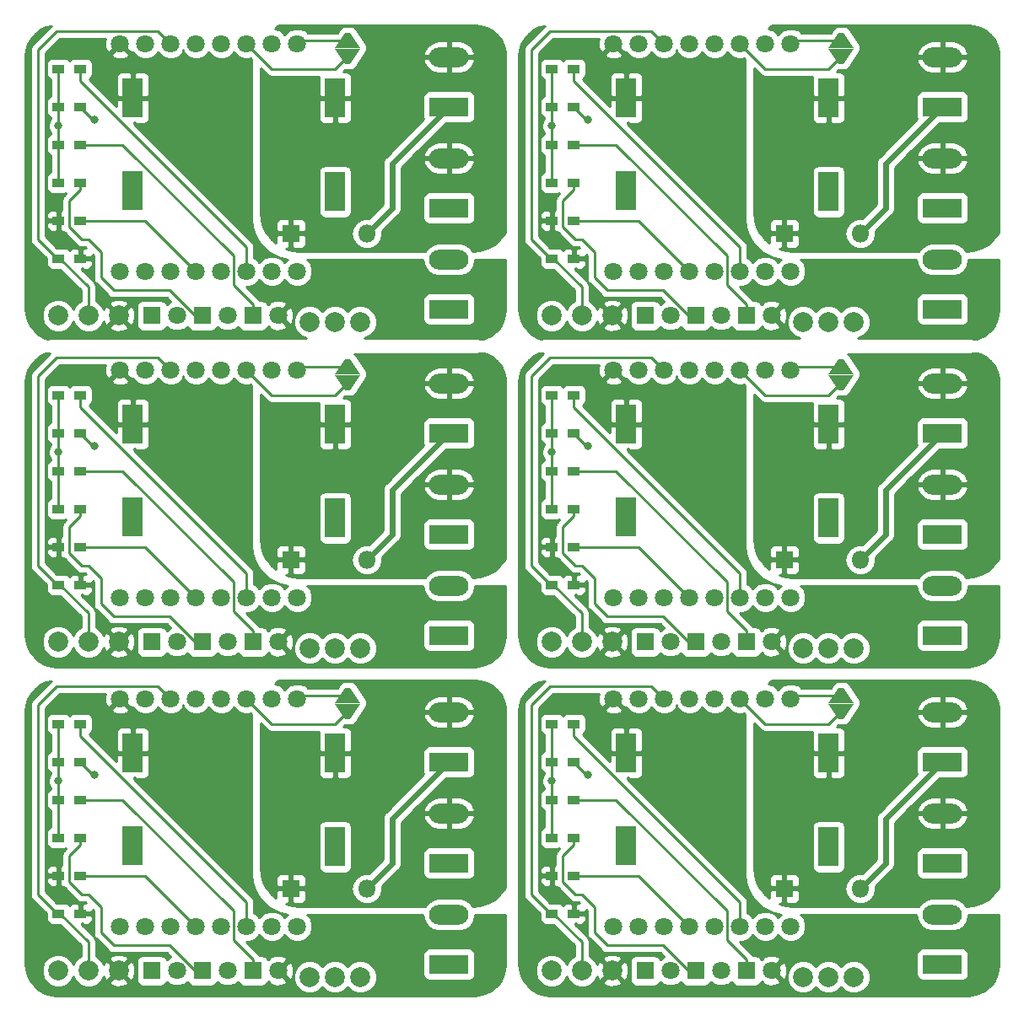
<source format=gbr>
G04 #@! TF.GenerationSoftware,KiCad,Pcbnew,5.0.1*
G04 #@! TF.CreationDate,2019-03-04T22:12:38+01:00*
G04 #@! TF.ProjectId,wasserschaden_smd,7761737365727363686164656E5F736D,rev?*
G04 #@! TF.SameCoordinates,Original*
G04 #@! TF.FileFunction,Copper,L1,Top,Signal*
G04 #@! TF.FilePolarity,Positive*
%FSLAX46Y46*%
G04 Gerber Fmt 4.6, Leading zero omitted, Abs format (unit mm)*
G04 Created by KiCad (PCBNEW 5.0.1) date Mo 04 Mär 2019 22:12:38 CET*
%MOMM*%
%LPD*%
G01*
G04 APERTURE LIST*
G04 #@! TA.AperFunction,ComponentPad*
%ADD10C,1.800000*%
G04 #@! TD*
G04 #@! TA.AperFunction,ComponentPad*
%ADD11R,1.800000X1.800000*%
G04 #@! TD*
G04 #@! TA.AperFunction,ComponentPad*
%ADD12O,1.800000X1.800000*%
G04 #@! TD*
G04 #@! TA.AperFunction,ComponentPad*
%ADD13C,2.000000*%
G04 #@! TD*
G04 #@! TA.AperFunction,ComponentPad*
%ADD14R,3.960000X1.980000*%
G04 #@! TD*
G04 #@! TA.AperFunction,ComponentPad*
%ADD15O,3.960000X1.980000*%
G04 #@! TD*
G04 #@! TA.AperFunction,ComponentPad*
%ADD16R,2.000000X4.000000*%
G04 #@! TD*
G04 #@! TA.AperFunction,SMDPad,CuDef*
%ADD17C,1.274184*%
G04 #@! TD*
G04 #@! TA.AperFunction,Conductor*
%ADD18C,0.100000*%
G04 #@! TD*
G04 #@! TA.AperFunction,SMDPad,CuDef*
%ADD19R,1.200000X0.900000*%
G04 #@! TD*
G04 #@! TA.AperFunction,ViaPad*
%ADD20C,0.800000*%
G04 #@! TD*
G04 #@! TA.AperFunction,Conductor*
%ADD21C,0.600000*%
G04 #@! TD*
G04 #@! TA.AperFunction,Conductor*
%ADD22C,0.250000*%
G04 #@! TD*
G04 #@! TA.AperFunction,Conductor*
%ADD23C,0.254000*%
G04 #@! TD*
G04 APERTURE END LIST*
D10*
G04 #@! TO.P,D4,2*
G04 #@! TO.N,Net-(D4-Pad2)*
X188595000Y-135001000D03*
D11*
G04 #@! TO.P,D4,1*
G04 #@! TO.N,Net-(D4-Pad1)*
X186055000Y-135001000D03*
G04 #@! TD*
D10*
G04 #@! TO.P,U2,8*
G04 #@! TO.N,Net-(U2-Pad8)*
X195580000Y-130556000D03*
G04 #@! TO.P,U2,9*
G04 #@! TO.N,Net-(JP1-Pad2)*
X195580000Y-107696000D03*
G04 #@! TO.P,U2,7*
G04 #@! TO.N,Net-(U2-Pad7)*
X193040000Y-130556000D03*
G04 #@! TO.P,U2,10*
G04 #@! TO.N,Net-(U2-Pad10)*
X193040000Y-107696000D03*
G04 #@! TO.P,U2,6*
G04 #@! TO.N,Net-(D2-Pad2)*
X190500000Y-130556000D03*
G04 #@! TO.P,U2,11*
G04 #@! TO.N,Net-(JP1-Pad1)*
X190500000Y-107696000D03*
G04 #@! TO.P,U2,5*
G04 #@! TO.N,Net-(D4-Pad2)*
X187960000Y-130556000D03*
G04 #@! TO.P,U2,12*
G04 #@! TO.N,Net-(U2-Pad12)*
X187960000Y-107696000D03*
G04 #@! TO.P,U2,4*
G04 #@! TO.N,Net-(J3-Pad1)*
X185420000Y-130556000D03*
G04 #@! TO.P,U2,13*
G04 #@! TO.N,Net-(U2-Pad13)*
X185420000Y-107696000D03*
G04 #@! TO.P,U2,3*
G04 #@! TO.N,Net-(U2-Pad3)*
X182880000Y-130556000D03*
G04 #@! TO.P,U2,14*
G04 #@! TO.N,Net-(R6-Pad2)*
X182880000Y-107696000D03*
G04 #@! TO.P,U2,2*
G04 #@! TO.N,GND*
X180340000Y-130556000D03*
G04 #@! TO.P,U2,15*
G04 #@! TO.N,Net-(U2-Pad15)*
X180340000Y-107696000D03*
G04 #@! TO.P,U2,1*
G04 #@! TO.N,Net-(U2-Pad1)*
X177800000Y-130556000D03*
G04 #@! TO.P,U2,16*
G04 #@! TO.N,+3V3*
X177800000Y-107696000D03*
G04 #@! TD*
D11*
G04 #@! TO.P,D1,1*
G04 #@! TO.N,+12V*
X194945000Y-126746000D03*
D12*
G04 #@! TO.P,D1,2*
G04 #@! TO.N,Net-(D1-Pad2)*
X202565000Y-126746000D03*
G04 #@! TD*
D13*
G04 #@! TO.P,U3,3*
G04 #@! TO.N,+3V3*
X177673000Y-135001000D03*
G04 #@! TO.P,U3,2*
G04 #@! TO.N,Net-(R6-Pad2)*
X174625000Y-135001000D03*
G04 #@! TO.P,U3,1*
G04 #@! TO.N,GND*
X171577000Y-135001000D03*
G04 #@! TD*
D11*
G04 #@! TO.P,D4,1*
G04 #@! TO.N,Net-(D4-Pad1)*
X136525000Y-135001000D03*
D10*
G04 #@! TO.P,D4,2*
G04 #@! TO.N,Net-(D4-Pad2)*
X139065000Y-135001000D03*
G04 #@! TD*
D14*
G04 #@! TO.P,J3,1*
G04 #@! TO.N,Net-(J3-Pad1)*
X210820000Y-134366000D03*
D15*
G04 #@! TO.P,J3,2*
G04 #@! TO.N,GND*
X210820000Y-129366000D03*
G04 #@! TD*
D11*
G04 #@! TO.P,D3,1*
G04 #@! TO.N,Net-(D3-Pad1)*
X191135000Y-135001000D03*
D10*
G04 #@! TO.P,D3,2*
G04 #@! TO.N,+3V3*
X193675000Y-135001000D03*
G04 #@! TD*
D11*
G04 #@! TO.P,D2,1*
G04 #@! TO.N,Net-(D2-Pad1)*
X180975000Y-135001000D03*
D10*
G04 #@! TO.P,D2,2*
G04 #@! TO.N,Net-(D2-Pad2)*
X183515000Y-135001000D03*
G04 #@! TD*
D16*
G04 #@! TO.P,U1,4*
G04 #@! TO.N,+3V3*
X129540000Y-113141000D03*
G04 #@! TO.P,U1,2*
G04 #@! TO.N,GND*
X129540000Y-122444000D03*
G04 #@! TO.P,U1,3*
G04 #@! TO.N,+12V*
X149860000Y-113141000D03*
G04 #@! TO.P,U1,1*
G04 #@! TO.N,GND*
X149860000Y-122571000D03*
G04 #@! TD*
D17*
G04 #@! TO.P,JP1,1*
G04 #@! TO.N,Net-(JP1-Pad1)*
X151130000Y-108966000D03*
D18*
G04 #@! TD*
G04 #@! TO.N,Net-(JP1-Pad1)*
G04 #@! TO.C,JP1*
G36*
X151392000Y-109728000D02*
X150868000Y-109728000D01*
X149868000Y-108204000D01*
X152392000Y-108204000D01*
X151392000Y-109728000D01*
X151392000Y-109728000D01*
G37*
D17*
G04 #@! TO.P,JP1,2*
G04 #@! TO.N,Net-(JP1-Pad2)*
X151130000Y-107340400D03*
D18*
G04 #@! TD*
G04 #@! TO.N,Net-(JP1-Pad2)*
G04 #@! TO.C,JP1*
G36*
X152392000Y-108102400D02*
X149868000Y-108102400D01*
X150868000Y-106578400D01*
X151392000Y-106578400D01*
X152392000Y-108102400D01*
X152392000Y-108102400D01*
G37*
D14*
G04 #@! TO.P,J2,1*
G04 #@! TO.N,GND*
X161290000Y-124206000D03*
D15*
G04 #@! TO.P,J2,2*
G04 #@! TO.N,+12V*
X161290000Y-119206000D03*
G04 #@! TD*
D19*
G04 #@! TO.P,R5,1*
G04 #@! TO.N,Net-(J3-Pad1)*
X124290000Y-125476000D03*
G04 #@! TO.P,R5,2*
G04 #@! TO.N,+3V3*
X122090000Y-125476000D03*
G04 #@! TD*
G04 #@! TO.P,R2,2*
G04 #@! TO.N,Net-(D2-Pad1)*
X124290000Y-114046000D03*
G04 #@! TO.P,R2,1*
G04 #@! TO.N,GND*
X122090000Y-114046000D03*
G04 #@! TD*
G04 #@! TO.P,R1,1*
G04 #@! TO.N,GND*
X122090000Y-110236000D03*
G04 #@! TO.P,R1,2*
G04 #@! TO.N,Net-(D2-Pad2)*
X124290000Y-110236000D03*
G04 #@! TD*
D15*
G04 #@! TO.P,J1,2*
G04 #@! TO.N,+12V*
X161290000Y-109046000D03*
D14*
G04 #@! TO.P,J1,1*
G04 #@! TO.N,Net-(D1-Pad2)*
X161290000Y-114046000D03*
G04 #@! TD*
D19*
G04 #@! TO.P,R4,2*
G04 #@! TO.N,Net-(D4-Pad1)*
X124290000Y-121666000D03*
G04 #@! TO.P,R4,1*
G04 #@! TO.N,GND*
X122090000Y-121666000D03*
G04 #@! TD*
G04 #@! TO.P,R6,2*
G04 #@! TO.N,Net-(R6-Pad2)*
X122090000Y-129286000D03*
G04 #@! TO.P,R6,1*
G04 #@! TO.N,+3V3*
X124290000Y-129286000D03*
G04 #@! TD*
G04 #@! TO.P,R3,1*
G04 #@! TO.N,Net-(D3-Pad1)*
X124290000Y-117856000D03*
G04 #@! TO.P,R3,2*
G04 #@! TO.N,GND*
X122090000Y-117856000D03*
G04 #@! TD*
D13*
G04 #@! TO.P,IRFZ44N1,2*
G04 #@! TO.N,Net-(D2-Pad2)*
X196850000Y-135636000D03*
G04 #@! TO.P,IRFZ44N1,3*
G04 #@! TO.N,Net-(D1-Pad2)*
X199390000Y-135636000D03*
G04 #@! TO.P,IRFZ44N1,1*
G04 #@! TO.N,GND*
X201930000Y-135636000D03*
G04 #@! TD*
D15*
G04 #@! TO.P,J3,2*
G04 #@! TO.N,GND*
X161290000Y-129366000D03*
D14*
G04 #@! TO.P,J3,1*
G04 #@! TO.N,Net-(J3-Pad1)*
X161290000Y-134366000D03*
G04 #@! TD*
D19*
G04 #@! TO.P,R6,1*
G04 #@! TO.N,+3V3*
X173820000Y-129286000D03*
G04 #@! TO.P,R6,2*
G04 #@! TO.N,Net-(R6-Pad2)*
X171620000Y-129286000D03*
G04 #@! TD*
D10*
G04 #@! TO.P,U2,16*
G04 #@! TO.N,+3V3*
X128270000Y-107696000D03*
G04 #@! TO.P,U2,1*
G04 #@! TO.N,Net-(U2-Pad1)*
X128270000Y-130556000D03*
G04 #@! TO.P,U2,15*
G04 #@! TO.N,Net-(U2-Pad15)*
X130810000Y-107696000D03*
G04 #@! TO.P,U2,2*
G04 #@! TO.N,GND*
X130810000Y-130556000D03*
G04 #@! TO.P,U2,14*
G04 #@! TO.N,Net-(R6-Pad2)*
X133350000Y-107696000D03*
G04 #@! TO.P,U2,3*
G04 #@! TO.N,Net-(U2-Pad3)*
X133350000Y-130556000D03*
G04 #@! TO.P,U2,13*
G04 #@! TO.N,Net-(U2-Pad13)*
X135890000Y-107696000D03*
G04 #@! TO.P,U2,4*
G04 #@! TO.N,Net-(J3-Pad1)*
X135890000Y-130556000D03*
G04 #@! TO.P,U2,12*
G04 #@! TO.N,Net-(U2-Pad12)*
X138430000Y-107696000D03*
G04 #@! TO.P,U2,5*
G04 #@! TO.N,Net-(D4-Pad2)*
X138430000Y-130556000D03*
G04 #@! TO.P,U2,11*
G04 #@! TO.N,Net-(JP1-Pad1)*
X140970000Y-107696000D03*
G04 #@! TO.P,U2,6*
G04 #@! TO.N,Net-(D2-Pad2)*
X140970000Y-130556000D03*
G04 #@! TO.P,U2,10*
G04 #@! TO.N,Net-(U2-Pad10)*
X143510000Y-107696000D03*
G04 #@! TO.P,U2,7*
G04 #@! TO.N,Net-(U2-Pad7)*
X143510000Y-130556000D03*
G04 #@! TO.P,U2,9*
G04 #@! TO.N,Net-(JP1-Pad2)*
X146050000Y-107696000D03*
G04 #@! TO.P,U2,8*
G04 #@! TO.N,Net-(U2-Pad8)*
X146050000Y-130556000D03*
G04 #@! TD*
G04 #@! TO.P,D3,2*
G04 #@! TO.N,+3V3*
X144145000Y-135001000D03*
D11*
G04 #@! TO.P,D3,1*
G04 #@! TO.N,Net-(D3-Pad1)*
X141605000Y-135001000D03*
G04 #@! TD*
D19*
G04 #@! TO.P,R4,1*
G04 #@! TO.N,GND*
X171620000Y-121666000D03*
G04 #@! TO.P,R4,2*
G04 #@! TO.N,Net-(D4-Pad1)*
X173820000Y-121666000D03*
G04 #@! TD*
D16*
G04 #@! TO.P,U1,1*
G04 #@! TO.N,GND*
X199390000Y-122571000D03*
G04 #@! TO.P,U1,3*
G04 #@! TO.N,+12V*
X199390000Y-113141000D03*
G04 #@! TO.P,U1,2*
G04 #@! TO.N,GND*
X179070000Y-122444000D03*
G04 #@! TO.P,U1,4*
G04 #@! TO.N,+3V3*
X179070000Y-113141000D03*
G04 #@! TD*
D19*
G04 #@! TO.P,R3,2*
G04 #@! TO.N,GND*
X171620000Y-117856000D03*
G04 #@! TO.P,R3,1*
G04 #@! TO.N,Net-(D3-Pad1)*
X173820000Y-117856000D03*
G04 #@! TD*
D17*
G04 #@! TO.P,JP1,2*
G04 #@! TO.N,Net-(JP1-Pad2)*
X200660000Y-107340400D03*
D18*
G04 #@! TD*
G04 #@! TO.N,Net-(JP1-Pad2)*
G04 #@! TO.C,JP1*
G36*
X201922000Y-108102400D02*
X199398000Y-108102400D01*
X200398000Y-106578400D01*
X200922000Y-106578400D01*
X201922000Y-108102400D01*
X201922000Y-108102400D01*
G37*
D17*
G04 #@! TO.P,JP1,1*
G04 #@! TO.N,Net-(JP1-Pad1)*
X200660000Y-108966000D03*
D18*
G04 #@! TD*
G04 #@! TO.N,Net-(JP1-Pad1)*
G04 #@! TO.C,JP1*
G36*
X200922000Y-109728000D02*
X200398000Y-109728000D01*
X199398000Y-108204000D01*
X201922000Y-108204000D01*
X200922000Y-109728000D01*
X200922000Y-109728000D01*
G37*
D19*
G04 #@! TO.P,R5,2*
G04 #@! TO.N,+3V3*
X171620000Y-125476000D03*
G04 #@! TO.P,R5,1*
G04 #@! TO.N,Net-(J3-Pad1)*
X173820000Y-125476000D03*
G04 #@! TD*
G04 #@! TO.P,R1,2*
G04 #@! TO.N,Net-(D2-Pad2)*
X173820000Y-110236000D03*
G04 #@! TO.P,R1,1*
G04 #@! TO.N,GND*
X171620000Y-110236000D03*
G04 #@! TD*
D13*
G04 #@! TO.P,U3,1*
G04 #@! TO.N,GND*
X122047000Y-135001000D03*
G04 #@! TO.P,U3,2*
G04 #@! TO.N,Net-(R6-Pad2)*
X125095000Y-135001000D03*
G04 #@! TO.P,U3,3*
G04 #@! TO.N,+3V3*
X128143000Y-135001000D03*
G04 #@! TD*
D12*
G04 #@! TO.P,D1,2*
G04 #@! TO.N,Net-(D1-Pad2)*
X153035000Y-126746000D03*
D11*
G04 #@! TO.P,D1,1*
G04 #@! TO.N,+12V*
X145415000Y-126746000D03*
G04 #@! TD*
D13*
G04 #@! TO.P,IRFZ44N1,1*
G04 #@! TO.N,GND*
X152400000Y-135636000D03*
G04 #@! TO.P,IRFZ44N1,3*
G04 #@! TO.N,Net-(D1-Pad2)*
X149860000Y-135636000D03*
G04 #@! TO.P,IRFZ44N1,2*
G04 #@! TO.N,Net-(D2-Pad2)*
X147320000Y-135636000D03*
G04 #@! TD*
D14*
G04 #@! TO.P,J1,1*
G04 #@! TO.N,Net-(D1-Pad2)*
X210820000Y-114046000D03*
D15*
G04 #@! TO.P,J1,2*
G04 #@! TO.N,+12V*
X210820000Y-109046000D03*
G04 #@! TD*
D10*
G04 #@! TO.P,D2,2*
G04 #@! TO.N,Net-(D2-Pad2)*
X133985000Y-135001000D03*
D11*
G04 #@! TO.P,D2,1*
G04 #@! TO.N,Net-(D2-Pad1)*
X131445000Y-135001000D03*
G04 #@! TD*
D19*
G04 #@! TO.P,R2,1*
G04 #@! TO.N,GND*
X171620000Y-114046000D03*
G04 #@! TO.P,R2,2*
G04 #@! TO.N,Net-(D2-Pad1)*
X173820000Y-114046000D03*
G04 #@! TD*
D15*
G04 #@! TO.P,J2,2*
G04 #@! TO.N,+12V*
X210820000Y-119206000D03*
D14*
G04 #@! TO.P,J2,1*
G04 #@! TO.N,GND*
X210820000Y-124206000D03*
G04 #@! TD*
D11*
G04 #@! TO.P,D4,1*
G04 #@! TO.N,Net-(D4-Pad1)*
X186055000Y-101981000D03*
D10*
G04 #@! TO.P,D4,2*
G04 #@! TO.N,Net-(D4-Pad2)*
X188595000Y-101981000D03*
G04 #@! TD*
G04 #@! TO.P,U2,16*
G04 #@! TO.N,+3V3*
X177800000Y-74676000D03*
G04 #@! TO.P,U2,1*
G04 #@! TO.N,Net-(U2-Pad1)*
X177800000Y-97536000D03*
G04 #@! TO.P,U2,15*
G04 #@! TO.N,Net-(U2-Pad15)*
X180340000Y-74676000D03*
G04 #@! TO.P,U2,2*
G04 #@! TO.N,GND*
X180340000Y-97536000D03*
G04 #@! TO.P,U2,14*
G04 #@! TO.N,Net-(R6-Pad2)*
X182880000Y-74676000D03*
G04 #@! TO.P,U2,3*
G04 #@! TO.N,Net-(U2-Pad3)*
X182880000Y-97536000D03*
G04 #@! TO.P,U2,13*
G04 #@! TO.N,Net-(U2-Pad13)*
X185420000Y-74676000D03*
G04 #@! TO.P,U2,4*
G04 #@! TO.N,Net-(J3-Pad1)*
X185420000Y-97536000D03*
G04 #@! TO.P,U2,12*
G04 #@! TO.N,Net-(U2-Pad12)*
X187960000Y-74676000D03*
G04 #@! TO.P,U2,5*
G04 #@! TO.N,Net-(D4-Pad2)*
X187960000Y-97536000D03*
G04 #@! TO.P,U2,11*
G04 #@! TO.N,Net-(JP1-Pad1)*
X190500000Y-74676000D03*
G04 #@! TO.P,U2,6*
G04 #@! TO.N,Net-(D2-Pad2)*
X190500000Y-97536000D03*
G04 #@! TO.P,U2,10*
G04 #@! TO.N,Net-(U2-Pad10)*
X193040000Y-74676000D03*
G04 #@! TO.P,U2,7*
G04 #@! TO.N,Net-(U2-Pad7)*
X193040000Y-97536000D03*
G04 #@! TO.P,U2,9*
G04 #@! TO.N,Net-(JP1-Pad2)*
X195580000Y-74676000D03*
G04 #@! TO.P,U2,8*
G04 #@! TO.N,Net-(U2-Pad8)*
X195580000Y-97536000D03*
G04 #@! TD*
D12*
G04 #@! TO.P,D1,2*
G04 #@! TO.N,Net-(D1-Pad2)*
X202565000Y-93726000D03*
D11*
G04 #@! TO.P,D1,1*
G04 #@! TO.N,+12V*
X194945000Y-93726000D03*
G04 #@! TD*
D13*
G04 #@! TO.P,U3,1*
G04 #@! TO.N,GND*
X171577000Y-101981000D03*
G04 #@! TO.P,U3,2*
G04 #@! TO.N,Net-(R6-Pad2)*
X174625000Y-101981000D03*
G04 #@! TO.P,U3,3*
G04 #@! TO.N,+3V3*
X177673000Y-101981000D03*
G04 #@! TD*
D10*
G04 #@! TO.P,D4,2*
G04 #@! TO.N,Net-(D4-Pad2)*
X139065000Y-101981000D03*
D11*
G04 #@! TO.P,D4,1*
G04 #@! TO.N,Net-(D4-Pad1)*
X136525000Y-101981000D03*
G04 #@! TD*
D15*
G04 #@! TO.P,J3,2*
G04 #@! TO.N,GND*
X210820000Y-96346000D03*
D14*
G04 #@! TO.P,J3,1*
G04 #@! TO.N,Net-(J3-Pad1)*
X210820000Y-101346000D03*
G04 #@! TD*
D10*
G04 #@! TO.P,D3,2*
G04 #@! TO.N,+3V3*
X193675000Y-101981000D03*
D11*
G04 #@! TO.P,D3,1*
G04 #@! TO.N,Net-(D3-Pad1)*
X191135000Y-101981000D03*
G04 #@! TD*
D10*
G04 #@! TO.P,D2,2*
G04 #@! TO.N,Net-(D2-Pad2)*
X183515000Y-101981000D03*
D11*
G04 #@! TO.P,D2,1*
G04 #@! TO.N,Net-(D2-Pad1)*
X180975000Y-101981000D03*
G04 #@! TD*
D16*
G04 #@! TO.P,U1,1*
G04 #@! TO.N,GND*
X149860000Y-89551000D03*
G04 #@! TO.P,U1,3*
G04 #@! TO.N,+12V*
X149860000Y-80121000D03*
G04 #@! TO.P,U1,2*
G04 #@! TO.N,GND*
X129540000Y-89424000D03*
G04 #@! TO.P,U1,4*
G04 #@! TO.N,+3V3*
X129540000Y-80121000D03*
G04 #@! TD*
D17*
G04 #@! TO.P,JP1,2*
G04 #@! TO.N,Net-(JP1-Pad2)*
X151130000Y-74320400D03*
D18*
G04 #@! TD*
G04 #@! TO.N,Net-(JP1-Pad2)*
G04 #@! TO.C,JP1*
G36*
X152392000Y-75082400D02*
X149868000Y-75082400D01*
X150868000Y-73558400D01*
X151392000Y-73558400D01*
X152392000Y-75082400D01*
X152392000Y-75082400D01*
G37*
D17*
G04 #@! TO.P,JP1,1*
G04 #@! TO.N,Net-(JP1-Pad1)*
X151130000Y-75946000D03*
D18*
G04 #@! TD*
G04 #@! TO.N,Net-(JP1-Pad1)*
G04 #@! TO.C,JP1*
G36*
X151392000Y-76708000D02*
X150868000Y-76708000D01*
X149868000Y-75184000D01*
X152392000Y-75184000D01*
X151392000Y-76708000D01*
X151392000Y-76708000D01*
G37*
D15*
G04 #@! TO.P,J2,2*
G04 #@! TO.N,+12V*
X161290000Y-86186000D03*
D14*
G04 #@! TO.P,J2,1*
G04 #@! TO.N,GND*
X161290000Y-91186000D03*
G04 #@! TD*
D19*
G04 #@! TO.P,R5,2*
G04 #@! TO.N,+3V3*
X122090000Y-92456000D03*
G04 #@! TO.P,R5,1*
G04 #@! TO.N,Net-(J3-Pad1)*
X124290000Y-92456000D03*
G04 #@! TD*
G04 #@! TO.P,R2,1*
G04 #@! TO.N,GND*
X122090000Y-81026000D03*
G04 #@! TO.P,R2,2*
G04 #@! TO.N,Net-(D2-Pad1)*
X124290000Y-81026000D03*
G04 #@! TD*
G04 #@! TO.P,R1,2*
G04 #@! TO.N,Net-(D2-Pad2)*
X124290000Y-77216000D03*
G04 #@! TO.P,R1,1*
G04 #@! TO.N,GND*
X122090000Y-77216000D03*
G04 #@! TD*
D14*
G04 #@! TO.P,J1,1*
G04 #@! TO.N,Net-(D1-Pad2)*
X161290000Y-81026000D03*
D15*
G04 #@! TO.P,J1,2*
G04 #@! TO.N,+12V*
X161290000Y-76026000D03*
G04 #@! TD*
D19*
G04 #@! TO.P,R4,1*
G04 #@! TO.N,GND*
X122090000Y-88646000D03*
G04 #@! TO.P,R4,2*
G04 #@! TO.N,Net-(D4-Pad1)*
X124290000Y-88646000D03*
G04 #@! TD*
G04 #@! TO.P,R6,1*
G04 #@! TO.N,+3V3*
X124290000Y-96266000D03*
G04 #@! TO.P,R6,2*
G04 #@! TO.N,Net-(R6-Pad2)*
X122090000Y-96266000D03*
G04 #@! TD*
G04 #@! TO.P,R3,2*
G04 #@! TO.N,GND*
X122090000Y-84836000D03*
G04 #@! TO.P,R3,1*
G04 #@! TO.N,Net-(D3-Pad1)*
X124290000Y-84836000D03*
G04 #@! TD*
D13*
G04 #@! TO.P,IRFZ44N1,1*
G04 #@! TO.N,GND*
X201930000Y-102616000D03*
G04 #@! TO.P,IRFZ44N1,3*
G04 #@! TO.N,Net-(D1-Pad2)*
X199390000Y-102616000D03*
G04 #@! TO.P,IRFZ44N1,2*
G04 #@! TO.N,Net-(D2-Pad2)*
X196850000Y-102616000D03*
G04 #@! TD*
D14*
G04 #@! TO.P,J3,1*
G04 #@! TO.N,Net-(J3-Pad1)*
X161290000Y-101346000D03*
D15*
G04 #@! TO.P,J3,2*
G04 #@! TO.N,GND*
X161290000Y-96346000D03*
G04 #@! TD*
D19*
G04 #@! TO.P,R6,2*
G04 #@! TO.N,Net-(R6-Pad2)*
X171620000Y-96266000D03*
G04 #@! TO.P,R6,1*
G04 #@! TO.N,+3V3*
X173820000Y-96266000D03*
G04 #@! TD*
D10*
G04 #@! TO.P,U2,8*
G04 #@! TO.N,Net-(U2-Pad8)*
X146050000Y-97536000D03*
G04 #@! TO.P,U2,9*
G04 #@! TO.N,Net-(JP1-Pad2)*
X146050000Y-74676000D03*
G04 #@! TO.P,U2,7*
G04 #@! TO.N,Net-(U2-Pad7)*
X143510000Y-97536000D03*
G04 #@! TO.P,U2,10*
G04 #@! TO.N,Net-(U2-Pad10)*
X143510000Y-74676000D03*
G04 #@! TO.P,U2,6*
G04 #@! TO.N,Net-(D2-Pad2)*
X140970000Y-97536000D03*
G04 #@! TO.P,U2,11*
G04 #@! TO.N,Net-(JP1-Pad1)*
X140970000Y-74676000D03*
G04 #@! TO.P,U2,5*
G04 #@! TO.N,Net-(D4-Pad2)*
X138430000Y-97536000D03*
G04 #@! TO.P,U2,12*
G04 #@! TO.N,Net-(U2-Pad12)*
X138430000Y-74676000D03*
G04 #@! TO.P,U2,4*
G04 #@! TO.N,Net-(J3-Pad1)*
X135890000Y-97536000D03*
G04 #@! TO.P,U2,13*
G04 #@! TO.N,Net-(U2-Pad13)*
X135890000Y-74676000D03*
G04 #@! TO.P,U2,3*
G04 #@! TO.N,Net-(U2-Pad3)*
X133350000Y-97536000D03*
G04 #@! TO.P,U2,14*
G04 #@! TO.N,Net-(R6-Pad2)*
X133350000Y-74676000D03*
G04 #@! TO.P,U2,2*
G04 #@! TO.N,GND*
X130810000Y-97536000D03*
G04 #@! TO.P,U2,15*
G04 #@! TO.N,Net-(U2-Pad15)*
X130810000Y-74676000D03*
G04 #@! TO.P,U2,1*
G04 #@! TO.N,Net-(U2-Pad1)*
X128270000Y-97536000D03*
G04 #@! TO.P,U2,16*
G04 #@! TO.N,+3V3*
X128270000Y-74676000D03*
G04 #@! TD*
D16*
G04 #@! TO.P,U1,4*
G04 #@! TO.N,+3V3*
X179070000Y-80121000D03*
G04 #@! TO.P,U1,2*
G04 #@! TO.N,GND*
X179070000Y-89424000D03*
G04 #@! TO.P,U1,3*
G04 #@! TO.N,+12V*
X199390000Y-80121000D03*
G04 #@! TO.P,U1,1*
G04 #@! TO.N,GND*
X199390000Y-89551000D03*
G04 #@! TD*
D19*
G04 #@! TO.P,R1,1*
G04 #@! TO.N,GND*
X171620000Y-77216000D03*
G04 #@! TO.P,R1,2*
G04 #@! TO.N,Net-(D2-Pad2)*
X173820000Y-77216000D03*
G04 #@! TD*
G04 #@! TO.P,R3,1*
G04 #@! TO.N,Net-(D3-Pad1)*
X173820000Y-84836000D03*
G04 #@! TO.P,R3,2*
G04 #@! TO.N,GND*
X171620000Y-84836000D03*
G04 #@! TD*
D17*
G04 #@! TO.P,JP1,1*
G04 #@! TO.N,Net-(JP1-Pad1)*
X200660000Y-75946000D03*
D18*
G04 #@! TD*
G04 #@! TO.N,Net-(JP1-Pad1)*
G04 #@! TO.C,JP1*
G36*
X200922000Y-76708000D02*
X200398000Y-76708000D01*
X199398000Y-75184000D01*
X201922000Y-75184000D01*
X200922000Y-76708000D01*
X200922000Y-76708000D01*
G37*
D17*
G04 #@! TO.P,JP1,2*
G04 #@! TO.N,Net-(JP1-Pad2)*
X200660000Y-74320400D03*
D18*
G04 #@! TD*
G04 #@! TO.N,Net-(JP1-Pad2)*
G04 #@! TO.C,JP1*
G36*
X201922000Y-75082400D02*
X199398000Y-75082400D01*
X200398000Y-73558400D01*
X200922000Y-73558400D01*
X201922000Y-75082400D01*
X201922000Y-75082400D01*
G37*
D14*
G04 #@! TO.P,J2,1*
G04 #@! TO.N,GND*
X210820000Y-91186000D03*
D15*
G04 #@! TO.P,J2,2*
G04 #@! TO.N,+12V*
X210820000Y-86186000D03*
G04 #@! TD*
D19*
G04 #@! TO.P,R4,2*
G04 #@! TO.N,Net-(D4-Pad1)*
X173820000Y-88646000D03*
G04 #@! TO.P,R4,1*
G04 #@! TO.N,GND*
X171620000Y-88646000D03*
G04 #@! TD*
D15*
G04 #@! TO.P,J1,2*
G04 #@! TO.N,+12V*
X210820000Y-76026000D03*
D14*
G04 #@! TO.P,J1,1*
G04 #@! TO.N,Net-(D1-Pad2)*
X210820000Y-81026000D03*
G04 #@! TD*
D19*
G04 #@! TO.P,R2,2*
G04 #@! TO.N,Net-(D2-Pad1)*
X173820000Y-81026000D03*
G04 #@! TO.P,R2,1*
G04 #@! TO.N,GND*
X171620000Y-81026000D03*
G04 #@! TD*
G04 #@! TO.P,R5,1*
G04 #@! TO.N,Net-(J3-Pad1)*
X173820000Y-92456000D03*
G04 #@! TO.P,R5,2*
G04 #@! TO.N,+3V3*
X171620000Y-92456000D03*
G04 #@! TD*
D13*
G04 #@! TO.P,IRFZ44N1,2*
G04 #@! TO.N,Net-(D2-Pad2)*
X147320000Y-102616000D03*
G04 #@! TO.P,IRFZ44N1,3*
G04 #@! TO.N,Net-(D1-Pad2)*
X149860000Y-102616000D03*
G04 #@! TO.P,IRFZ44N1,1*
G04 #@! TO.N,GND*
X152400000Y-102616000D03*
G04 #@! TD*
G04 #@! TO.P,U3,3*
G04 #@! TO.N,+3V3*
X128143000Y-101981000D03*
G04 #@! TO.P,U3,2*
G04 #@! TO.N,Net-(R6-Pad2)*
X125095000Y-101981000D03*
G04 #@! TO.P,U3,1*
G04 #@! TO.N,GND*
X122047000Y-101981000D03*
G04 #@! TD*
D11*
G04 #@! TO.P,D1,1*
G04 #@! TO.N,+12V*
X145415000Y-93726000D03*
D12*
G04 #@! TO.P,D1,2*
G04 #@! TO.N,Net-(D1-Pad2)*
X153035000Y-93726000D03*
G04 #@! TD*
D11*
G04 #@! TO.P,D3,1*
G04 #@! TO.N,Net-(D3-Pad1)*
X141605000Y-101981000D03*
D10*
G04 #@! TO.P,D3,2*
G04 #@! TO.N,+3V3*
X144145000Y-101981000D03*
G04 #@! TD*
D11*
G04 #@! TO.P,D2,1*
G04 #@! TO.N,Net-(D2-Pad1)*
X131445000Y-101981000D03*
D10*
G04 #@! TO.P,D2,2*
G04 #@! TO.N,Net-(D2-Pad2)*
X133985000Y-101981000D03*
G04 #@! TD*
G04 #@! TO.P,D4,2*
G04 #@! TO.N,Net-(D4-Pad2)*
X188595000Y-69215000D03*
D11*
G04 #@! TO.P,D4,1*
G04 #@! TO.N,Net-(D4-Pad1)*
X186055000Y-69215000D03*
G04 #@! TD*
D16*
G04 #@! TO.P,U1,1*
G04 #@! TO.N,GND*
X199390000Y-56785000D03*
G04 #@! TO.P,U1,3*
G04 #@! TO.N,+12V*
X199390000Y-47355000D03*
G04 #@! TO.P,U1,2*
G04 #@! TO.N,GND*
X179070000Y-56658000D03*
G04 #@! TO.P,U1,4*
G04 #@! TO.N,+3V3*
X179070000Y-47355000D03*
G04 #@! TD*
D17*
G04 #@! TO.P,JP1,2*
G04 #@! TO.N,Net-(JP1-Pad2)*
X200660000Y-41554400D03*
D18*
G04 #@! TD*
G04 #@! TO.N,Net-(JP1-Pad2)*
G04 #@! TO.C,JP1*
G36*
X201922000Y-42316400D02*
X199398000Y-42316400D01*
X200398000Y-40792400D01*
X200922000Y-40792400D01*
X201922000Y-42316400D01*
X201922000Y-42316400D01*
G37*
D17*
G04 #@! TO.P,JP1,1*
G04 #@! TO.N,Net-(JP1-Pad1)*
X200660000Y-43180000D03*
D18*
G04 #@! TD*
G04 #@! TO.N,Net-(JP1-Pad1)*
G04 #@! TO.C,JP1*
G36*
X200922000Y-43942000D02*
X200398000Y-43942000D01*
X199398000Y-42418000D01*
X201922000Y-42418000D01*
X200922000Y-43942000D01*
X200922000Y-43942000D01*
G37*
D15*
G04 #@! TO.P,J2,2*
G04 #@! TO.N,+12V*
X210820000Y-53420000D03*
D14*
G04 #@! TO.P,J2,1*
G04 #@! TO.N,GND*
X210820000Y-58420000D03*
G04 #@! TD*
D19*
G04 #@! TO.P,R5,2*
G04 #@! TO.N,+3V3*
X171620000Y-59690000D03*
G04 #@! TO.P,R5,1*
G04 #@! TO.N,Net-(J3-Pad1)*
X173820000Y-59690000D03*
G04 #@! TD*
G04 #@! TO.P,R2,1*
G04 #@! TO.N,GND*
X171620000Y-48260000D03*
G04 #@! TO.P,R2,2*
G04 #@! TO.N,Net-(D2-Pad1)*
X173820000Y-48260000D03*
G04 #@! TD*
G04 #@! TO.P,R1,2*
G04 #@! TO.N,Net-(D2-Pad2)*
X173820000Y-44450000D03*
G04 #@! TO.P,R1,1*
G04 #@! TO.N,GND*
X171620000Y-44450000D03*
G04 #@! TD*
D14*
G04 #@! TO.P,J1,1*
G04 #@! TO.N,Net-(D1-Pad2)*
X210820000Y-48260000D03*
D15*
G04 #@! TO.P,J1,2*
G04 #@! TO.N,+12V*
X210820000Y-43260000D03*
G04 #@! TD*
D19*
G04 #@! TO.P,R4,1*
G04 #@! TO.N,GND*
X171620000Y-55880000D03*
G04 #@! TO.P,R4,2*
G04 #@! TO.N,Net-(D4-Pad1)*
X173820000Y-55880000D03*
G04 #@! TD*
G04 #@! TO.P,R6,1*
G04 #@! TO.N,+3V3*
X173820000Y-63500000D03*
G04 #@! TO.P,R6,2*
G04 #@! TO.N,Net-(R6-Pad2)*
X171620000Y-63500000D03*
G04 #@! TD*
G04 #@! TO.P,R3,2*
G04 #@! TO.N,GND*
X171620000Y-52070000D03*
G04 #@! TO.P,R3,1*
G04 #@! TO.N,Net-(D3-Pad1)*
X173820000Y-52070000D03*
G04 #@! TD*
D14*
G04 #@! TO.P,J3,1*
G04 #@! TO.N,Net-(J3-Pad1)*
X210820000Y-68580000D03*
D15*
G04 #@! TO.P,J3,2*
G04 #@! TO.N,GND*
X210820000Y-63580000D03*
G04 #@! TD*
D10*
G04 #@! TO.P,U2,8*
G04 #@! TO.N,Net-(U2-Pad8)*
X195580000Y-64770000D03*
G04 #@! TO.P,U2,9*
G04 #@! TO.N,Net-(JP1-Pad2)*
X195580000Y-41910000D03*
G04 #@! TO.P,U2,7*
G04 #@! TO.N,Net-(U2-Pad7)*
X193040000Y-64770000D03*
G04 #@! TO.P,U2,10*
G04 #@! TO.N,Net-(U2-Pad10)*
X193040000Y-41910000D03*
G04 #@! TO.P,U2,6*
G04 #@! TO.N,Net-(D2-Pad2)*
X190500000Y-64770000D03*
G04 #@! TO.P,U2,11*
G04 #@! TO.N,Net-(JP1-Pad1)*
X190500000Y-41910000D03*
G04 #@! TO.P,U2,5*
G04 #@! TO.N,Net-(D4-Pad2)*
X187960000Y-64770000D03*
G04 #@! TO.P,U2,12*
G04 #@! TO.N,Net-(U2-Pad12)*
X187960000Y-41910000D03*
G04 #@! TO.P,U2,4*
G04 #@! TO.N,Net-(J3-Pad1)*
X185420000Y-64770000D03*
G04 #@! TO.P,U2,13*
G04 #@! TO.N,Net-(U2-Pad13)*
X185420000Y-41910000D03*
G04 #@! TO.P,U2,3*
G04 #@! TO.N,Net-(U2-Pad3)*
X182880000Y-64770000D03*
G04 #@! TO.P,U2,14*
G04 #@! TO.N,Net-(R6-Pad2)*
X182880000Y-41910000D03*
G04 #@! TO.P,U2,2*
G04 #@! TO.N,GND*
X180340000Y-64770000D03*
G04 #@! TO.P,U2,15*
G04 #@! TO.N,Net-(U2-Pad15)*
X180340000Y-41910000D03*
G04 #@! TO.P,U2,1*
G04 #@! TO.N,Net-(U2-Pad1)*
X177800000Y-64770000D03*
G04 #@! TO.P,U2,16*
G04 #@! TO.N,+3V3*
X177800000Y-41910000D03*
G04 #@! TD*
D13*
G04 #@! TO.P,IRFZ44N1,2*
G04 #@! TO.N,Net-(D2-Pad2)*
X196850000Y-69850000D03*
G04 #@! TO.P,IRFZ44N1,3*
G04 #@! TO.N,Net-(D1-Pad2)*
X199390000Y-69850000D03*
G04 #@! TO.P,IRFZ44N1,1*
G04 #@! TO.N,GND*
X201930000Y-69850000D03*
G04 #@! TD*
G04 #@! TO.P,U3,3*
G04 #@! TO.N,+3V3*
X177673000Y-69215000D03*
G04 #@! TO.P,U3,2*
G04 #@! TO.N,Net-(R6-Pad2)*
X174625000Y-69215000D03*
G04 #@! TO.P,U3,1*
G04 #@! TO.N,GND*
X171577000Y-69215000D03*
G04 #@! TD*
D11*
G04 #@! TO.P,D1,1*
G04 #@! TO.N,+12V*
X194945000Y-60960000D03*
D12*
G04 #@! TO.P,D1,2*
G04 #@! TO.N,Net-(D1-Pad2)*
X202565000Y-60960000D03*
G04 #@! TD*
D11*
G04 #@! TO.P,D3,1*
G04 #@! TO.N,Net-(D3-Pad1)*
X191135000Y-69215000D03*
D10*
G04 #@! TO.P,D3,2*
G04 #@! TO.N,+3V3*
X193675000Y-69215000D03*
G04 #@! TD*
D11*
G04 #@! TO.P,D2,1*
G04 #@! TO.N,Net-(D2-Pad1)*
X180975000Y-69215000D03*
D10*
G04 #@! TO.P,D2,2*
G04 #@! TO.N,Net-(D2-Pad2)*
X183515000Y-69215000D03*
G04 #@! TD*
D11*
G04 #@! TO.P,D4,1*
G04 #@! TO.N,Net-(D4-Pad1)*
X136525000Y-69215000D03*
D10*
G04 #@! TO.P,D4,2*
G04 #@! TO.N,Net-(D4-Pad2)*
X139065000Y-69215000D03*
G04 #@! TD*
D13*
G04 #@! TO.P,U3,1*
G04 #@! TO.N,GND*
X122047000Y-69215000D03*
G04 #@! TO.P,U3,2*
G04 #@! TO.N,Net-(R6-Pad2)*
X125095000Y-69215000D03*
G04 #@! TO.P,U3,3*
G04 #@! TO.N,+3V3*
X128143000Y-69215000D03*
G04 #@! TD*
G04 #@! TO.P,IRFZ44N1,1*
G04 #@! TO.N,GND*
X152400000Y-69850000D03*
G04 #@! TO.P,IRFZ44N1,3*
G04 #@! TO.N,Net-(D1-Pad2)*
X149860000Y-69850000D03*
G04 #@! TO.P,IRFZ44N1,2*
G04 #@! TO.N,Net-(D2-Pad2)*
X147320000Y-69850000D03*
G04 #@! TD*
D12*
G04 #@! TO.P,D1,2*
G04 #@! TO.N,Net-(D1-Pad2)*
X153035000Y-60960000D03*
D11*
G04 #@! TO.P,D1,1*
G04 #@! TO.N,+12V*
X145415000Y-60960000D03*
G04 #@! TD*
D10*
G04 #@! TO.P,D2,2*
G04 #@! TO.N,Net-(D2-Pad2)*
X133985000Y-69215000D03*
D11*
G04 #@! TO.P,D2,1*
G04 #@! TO.N,Net-(D2-Pad1)*
X131445000Y-69215000D03*
G04 #@! TD*
D10*
G04 #@! TO.P,D3,2*
G04 #@! TO.N,+3V3*
X144145000Y-69215000D03*
D11*
G04 #@! TO.P,D3,1*
G04 #@! TO.N,Net-(D3-Pad1)*
X141605000Y-69215000D03*
G04 #@! TD*
D15*
G04 #@! TO.P,J1,2*
G04 #@! TO.N,+12V*
X161290000Y-43260000D03*
D14*
G04 #@! TO.P,J1,1*
G04 #@! TO.N,Net-(D1-Pad2)*
X161290000Y-48260000D03*
G04 #@! TD*
G04 #@! TO.P,J2,1*
G04 #@! TO.N,GND*
X161290000Y-58420000D03*
D15*
G04 #@! TO.P,J2,2*
G04 #@! TO.N,+12V*
X161290000Y-53420000D03*
G04 #@! TD*
G04 #@! TO.P,J3,2*
G04 #@! TO.N,GND*
X161290000Y-63580000D03*
D14*
G04 #@! TO.P,J3,1*
G04 #@! TO.N,Net-(J3-Pad1)*
X161290000Y-68580000D03*
G04 #@! TD*
D17*
G04 #@! TO.P,JP1,1*
G04 #@! TO.N,Net-(JP1-Pad1)*
X151130000Y-43180000D03*
D18*
G04 #@! TD*
G04 #@! TO.N,Net-(JP1-Pad1)*
G04 #@! TO.C,JP1*
G36*
X151392000Y-43942000D02*
X150868000Y-43942000D01*
X149868000Y-42418000D01*
X152392000Y-42418000D01*
X151392000Y-43942000D01*
X151392000Y-43942000D01*
G37*
D17*
G04 #@! TO.P,JP1,2*
G04 #@! TO.N,Net-(JP1-Pad2)*
X151130000Y-41554400D03*
D18*
G04 #@! TD*
G04 #@! TO.N,Net-(JP1-Pad2)*
G04 #@! TO.C,JP1*
G36*
X152392000Y-42316400D02*
X149868000Y-42316400D01*
X150868000Y-40792400D01*
X151392000Y-40792400D01*
X152392000Y-42316400D01*
X152392000Y-42316400D01*
G37*
D19*
G04 #@! TO.P,R1,1*
G04 #@! TO.N,GND*
X122090000Y-44450000D03*
G04 #@! TO.P,R1,2*
G04 #@! TO.N,Net-(D2-Pad2)*
X124290000Y-44450000D03*
G04 #@! TD*
G04 #@! TO.P,R2,2*
G04 #@! TO.N,Net-(D2-Pad1)*
X124290000Y-48260000D03*
G04 #@! TO.P,R2,1*
G04 #@! TO.N,GND*
X122090000Y-48260000D03*
G04 #@! TD*
G04 #@! TO.P,R3,1*
G04 #@! TO.N,Net-(D3-Pad1)*
X124290000Y-52070000D03*
G04 #@! TO.P,R3,2*
G04 #@! TO.N,GND*
X122090000Y-52070000D03*
G04 #@! TD*
G04 #@! TO.P,R4,2*
G04 #@! TO.N,Net-(D4-Pad1)*
X124290000Y-55880000D03*
G04 #@! TO.P,R4,1*
G04 #@! TO.N,GND*
X122090000Y-55880000D03*
G04 #@! TD*
G04 #@! TO.P,R5,1*
G04 #@! TO.N,Net-(J3-Pad1)*
X124290000Y-59690000D03*
G04 #@! TO.P,R5,2*
G04 #@! TO.N,+3V3*
X122090000Y-59690000D03*
G04 #@! TD*
G04 #@! TO.P,R6,2*
G04 #@! TO.N,Net-(R6-Pad2)*
X122090000Y-63500000D03*
G04 #@! TO.P,R6,1*
G04 #@! TO.N,+3V3*
X124290000Y-63500000D03*
G04 #@! TD*
D16*
G04 #@! TO.P,U1,4*
G04 #@! TO.N,+3V3*
X129540000Y-47355000D03*
G04 #@! TO.P,U1,2*
G04 #@! TO.N,GND*
X129540000Y-56658000D03*
G04 #@! TO.P,U1,3*
G04 #@! TO.N,+12V*
X149860000Y-47355000D03*
G04 #@! TO.P,U1,1*
G04 #@! TO.N,GND*
X149860000Y-56785000D03*
G04 #@! TD*
D10*
G04 #@! TO.P,U2,16*
G04 #@! TO.N,+3V3*
X128270000Y-41910000D03*
G04 #@! TO.P,U2,1*
G04 #@! TO.N,Net-(U2-Pad1)*
X128270000Y-64770000D03*
G04 #@! TO.P,U2,15*
G04 #@! TO.N,Net-(U2-Pad15)*
X130810000Y-41910000D03*
G04 #@! TO.P,U2,2*
G04 #@! TO.N,GND*
X130810000Y-64770000D03*
G04 #@! TO.P,U2,14*
G04 #@! TO.N,Net-(R6-Pad2)*
X133350000Y-41910000D03*
G04 #@! TO.P,U2,3*
G04 #@! TO.N,Net-(U2-Pad3)*
X133350000Y-64770000D03*
G04 #@! TO.P,U2,13*
G04 #@! TO.N,Net-(U2-Pad13)*
X135890000Y-41910000D03*
G04 #@! TO.P,U2,4*
G04 #@! TO.N,Net-(J3-Pad1)*
X135890000Y-64770000D03*
G04 #@! TO.P,U2,12*
G04 #@! TO.N,Net-(U2-Pad12)*
X138430000Y-41910000D03*
G04 #@! TO.P,U2,5*
G04 #@! TO.N,Net-(D4-Pad2)*
X138430000Y-64770000D03*
G04 #@! TO.P,U2,11*
G04 #@! TO.N,Net-(JP1-Pad1)*
X140970000Y-41910000D03*
G04 #@! TO.P,U2,6*
G04 #@! TO.N,Net-(D2-Pad2)*
X140970000Y-64770000D03*
G04 #@! TO.P,U2,10*
G04 #@! TO.N,Net-(U2-Pad10)*
X143510000Y-41910000D03*
G04 #@! TO.P,U2,7*
G04 #@! TO.N,Net-(U2-Pad7)*
X143510000Y-64770000D03*
G04 #@! TO.P,U2,9*
G04 #@! TO.N,Net-(JP1-Pad2)*
X146050000Y-41910000D03*
G04 #@! TO.P,U2,8*
G04 #@! TO.N,Net-(U2-Pad8)*
X146050000Y-64770000D03*
G04 #@! TD*
D20*
G04 #@! TO.N,Net-(D2-Pad1)*
X125730000Y-49530000D03*
X175260000Y-49530000D03*
X125730000Y-82296000D03*
X175260000Y-82296000D03*
X175260000Y-115316000D03*
X125730000Y-115316000D03*
G04 #@! TO.N,GND*
X122090000Y-50165000D03*
X171620000Y-50165000D03*
X171620000Y-82931000D03*
X122090000Y-82931000D03*
X122090000Y-115951000D03*
X171620000Y-115951000D03*
G04 #@! TD*
D21*
G04 #@! TO.N,Net-(D1-Pad2)*
X155575000Y-58420000D02*
X153035000Y-60960000D01*
X161290000Y-48260000D02*
X155575000Y-53975000D01*
X155575000Y-53975000D02*
X155575000Y-58420000D01*
X205105000Y-58420000D02*
X202565000Y-60960000D01*
X210820000Y-48260000D02*
X205105000Y-53975000D01*
X205105000Y-53975000D02*
X205105000Y-58420000D01*
X205105000Y-91186000D02*
X202565000Y-93726000D01*
X205105000Y-86741000D02*
X205105000Y-91186000D01*
X155575000Y-91186000D02*
X153035000Y-93726000D01*
X161290000Y-81026000D02*
X155575000Y-86741000D01*
X155575000Y-86741000D02*
X155575000Y-91186000D01*
X210820000Y-81026000D02*
X205105000Y-86741000D01*
X205105000Y-124206000D02*
X202565000Y-126746000D01*
X155575000Y-119761000D02*
X155575000Y-124206000D01*
X161290000Y-114046000D02*
X155575000Y-119761000D01*
X210820000Y-114046000D02*
X205105000Y-119761000D01*
X155575000Y-124206000D02*
X153035000Y-126746000D01*
X205105000Y-119761000D02*
X205105000Y-124206000D01*
D22*
G04 #@! TO.N,Net-(D2-Pad2)*
X140970000Y-62370002D02*
X140970000Y-64770000D01*
X124290000Y-44450000D02*
X124290000Y-45690002D01*
X124290000Y-45690002D02*
X140970000Y-62370002D01*
X190500000Y-62370002D02*
X190500000Y-64770000D01*
X173820000Y-44450000D02*
X173820000Y-45690002D01*
X173820000Y-45690002D02*
X190500000Y-62370002D01*
X190500000Y-95136002D02*
X190500000Y-97536000D01*
X173820000Y-77216000D02*
X173820000Y-78456002D01*
X140970000Y-95136002D02*
X140970000Y-97536000D01*
X124290000Y-77216000D02*
X124290000Y-78456002D01*
X124290000Y-78456002D02*
X140970000Y-95136002D01*
X173820000Y-78456002D02*
X190500000Y-95136002D01*
X190500000Y-128156002D02*
X190500000Y-130556000D01*
X173820000Y-110236000D02*
X173820000Y-111476002D01*
X140970000Y-128156002D02*
X140970000Y-130556000D01*
X124290000Y-110236000D02*
X124290000Y-111476002D01*
X124290000Y-111476002D02*
X140970000Y-128156002D01*
X173820000Y-111476002D02*
X190500000Y-128156002D01*
G04 #@! TO.N,Net-(D2-Pad1)*
X125560000Y-49530000D02*
X124290000Y-48260000D01*
X125730000Y-49530000D02*
X125560000Y-49530000D01*
X175090000Y-49530000D02*
X173820000Y-48260000D01*
X175260000Y-49530000D02*
X175090000Y-49530000D01*
X175090000Y-82296000D02*
X173820000Y-81026000D01*
X175260000Y-82296000D02*
X175090000Y-82296000D01*
X125560000Y-82296000D02*
X124290000Y-81026000D01*
X125730000Y-82296000D02*
X125560000Y-82296000D01*
X175260000Y-115316000D02*
X175090000Y-115316000D01*
X175090000Y-115316000D02*
X173820000Y-114046000D01*
X125730000Y-115316000D02*
X125560000Y-115316000D01*
X125560000Y-115316000D02*
X124290000Y-114046000D01*
G04 #@! TO.N,+3V3*
X124460000Y-63670000D02*
X124290000Y-63500000D01*
X134620000Y-42543000D02*
X134620000Y-43180000D01*
X173990000Y-63670000D02*
X173820000Y-63500000D01*
X184150000Y-42543000D02*
X184150000Y-43180000D01*
X184150000Y-75309000D02*
X184150000Y-75946000D01*
X124460000Y-96436000D02*
X124290000Y-96266000D01*
X134620000Y-75309000D02*
X134620000Y-75946000D01*
X173990000Y-96436000D02*
X173820000Y-96266000D01*
X184150000Y-108329000D02*
X184150000Y-108966000D01*
X173990000Y-129456000D02*
X173820000Y-129286000D01*
X134620000Y-108329000D02*
X134620000Y-108966000D01*
X124460000Y-129456000D02*
X124290000Y-129286000D01*
G04 #@! TO.N,Net-(D3-Pad1)*
X125140000Y-52070000D02*
X124290000Y-52070000D01*
X128537002Y-52070000D02*
X125140000Y-52070000D01*
X139655001Y-63187999D02*
X128537002Y-52070000D01*
X139655001Y-66115001D02*
X139655001Y-63187999D01*
X141605000Y-68065000D02*
X139655001Y-66115001D01*
X141605000Y-69215000D02*
X141605000Y-68065000D01*
X174670000Y-52070000D02*
X173820000Y-52070000D01*
X178067002Y-52070000D02*
X174670000Y-52070000D01*
X191135000Y-69215000D02*
X191135000Y-68065000D01*
X189185001Y-63187999D02*
X178067002Y-52070000D01*
X191135000Y-68065000D02*
X189185001Y-66115001D01*
X189185001Y-66115001D02*
X189185001Y-63187999D01*
X189185001Y-98881001D02*
X189185001Y-95953999D01*
X191135000Y-100831000D02*
X189185001Y-98881001D01*
X174670000Y-84836000D02*
X173820000Y-84836000D01*
X125140000Y-84836000D02*
X124290000Y-84836000D01*
X128537002Y-84836000D02*
X125140000Y-84836000D01*
X191135000Y-101981000D02*
X191135000Y-100831000D01*
X141605000Y-101981000D02*
X141605000Y-100831000D01*
X139655001Y-95953999D02*
X128537002Y-84836000D01*
X141605000Y-100831000D02*
X139655001Y-98881001D01*
X139655001Y-98881001D02*
X139655001Y-95953999D01*
X189185001Y-95953999D02*
X178067002Y-84836000D01*
X178067002Y-84836000D02*
X174670000Y-84836000D01*
X191135000Y-133851000D02*
X189185001Y-131901001D01*
X125140000Y-117856000D02*
X124290000Y-117856000D01*
X191135000Y-135001000D02*
X191135000Y-133851000D01*
X189185001Y-131901001D02*
X189185001Y-128973999D01*
X141605000Y-133851000D02*
X139655001Y-131901001D01*
X139655001Y-128973999D02*
X128537002Y-117856000D01*
X178067002Y-117856000D02*
X174670000Y-117856000D01*
X128537002Y-117856000D02*
X125140000Y-117856000D01*
X189185001Y-128973999D02*
X178067002Y-117856000D01*
X174670000Y-117856000D02*
X173820000Y-117856000D01*
X139655001Y-131901001D02*
X139655001Y-128973999D01*
X141605000Y-135001000D02*
X141605000Y-133851000D01*
G04 #@! TO.N,Net-(D4-Pad1)*
X124460000Y-61595000D02*
X123190000Y-60325000D01*
X124290000Y-56580000D02*
X124290000Y-55880000D01*
X125095000Y-61595000D02*
X124460000Y-61595000D01*
X123190000Y-57680000D02*
X124290000Y-56580000D01*
X136525000Y-69215000D02*
X135798002Y-69215000D01*
X126365000Y-65405000D02*
X126365000Y-62865000D01*
X135798002Y-69215000D02*
X133258002Y-66675000D01*
X123190000Y-60325000D02*
X123190000Y-57680000D01*
X133258002Y-66675000D02*
X127635000Y-66675000D01*
X126365000Y-62865000D02*
X125095000Y-61595000D01*
X127635000Y-66675000D02*
X126365000Y-65405000D01*
X175895000Y-62865000D02*
X174625000Y-61595000D01*
X177165000Y-66675000D02*
X175895000Y-65405000D01*
X173820000Y-56580000D02*
X173820000Y-55880000D01*
X174625000Y-61595000D02*
X173990000Y-61595000D01*
X172720000Y-60325000D02*
X172720000Y-57680000D01*
X185328002Y-69215000D02*
X182788002Y-66675000D01*
X186055000Y-69215000D02*
X185328002Y-69215000D01*
X173990000Y-61595000D02*
X172720000Y-60325000D01*
X182788002Y-66675000D02*
X177165000Y-66675000D01*
X175895000Y-65405000D02*
X175895000Y-62865000D01*
X172720000Y-57680000D02*
X173820000Y-56580000D01*
X175895000Y-95631000D02*
X174625000Y-94361000D01*
X177165000Y-99441000D02*
X175895000Y-98171000D01*
X174625000Y-94361000D02*
X173990000Y-94361000D01*
X186055000Y-101981000D02*
X185328002Y-101981000D01*
X172720000Y-93091000D02*
X172720000Y-90446000D01*
X126365000Y-95631000D02*
X125095000Y-94361000D01*
X127635000Y-99441000D02*
X126365000Y-98171000D01*
X124290000Y-89346000D02*
X124290000Y-88646000D01*
X125095000Y-94361000D02*
X124460000Y-94361000D01*
X123190000Y-93091000D02*
X123190000Y-90446000D01*
X185328002Y-101981000D02*
X182788002Y-99441000D01*
X135798002Y-101981000D02*
X133258002Y-99441000D01*
X136525000Y-101981000D02*
X135798002Y-101981000D01*
X124460000Y-94361000D02*
X123190000Y-93091000D01*
X133258002Y-99441000D02*
X127635000Y-99441000D01*
X126365000Y-98171000D02*
X126365000Y-95631000D01*
X175895000Y-98171000D02*
X175895000Y-95631000D01*
X172720000Y-90446000D02*
X173820000Y-89346000D01*
X173990000Y-94361000D02*
X172720000Y-93091000D01*
X173820000Y-89346000D02*
X173820000Y-88646000D01*
X182788002Y-99441000D02*
X177165000Y-99441000D01*
X123190000Y-90446000D02*
X124290000Y-89346000D01*
X172720000Y-126111000D02*
X172720000Y-123466000D01*
X185328002Y-135001000D02*
X182788002Y-132461000D01*
X136525000Y-135001000D02*
X135798002Y-135001000D01*
X125095000Y-127381000D02*
X124460000Y-127381000D01*
X175895000Y-131191000D02*
X175895000Y-128651000D01*
X124290000Y-122366000D02*
X124290000Y-121666000D01*
X175895000Y-128651000D02*
X174625000Y-127381000D01*
X133258002Y-132461000D02*
X127635000Y-132461000D01*
X127635000Y-132461000D02*
X126365000Y-131191000D01*
X126365000Y-131191000D02*
X126365000Y-128651000D01*
X123190000Y-123466000D02*
X124290000Y-122366000D01*
X182788002Y-132461000D02*
X177165000Y-132461000D01*
X173820000Y-122366000D02*
X173820000Y-121666000D01*
X173990000Y-127381000D02*
X172720000Y-126111000D01*
X172720000Y-123466000D02*
X173820000Y-122366000D01*
X124460000Y-127381000D02*
X123190000Y-126111000D01*
X126365000Y-128651000D02*
X125095000Y-127381000D01*
X186055000Y-135001000D02*
X185328002Y-135001000D01*
X123190000Y-126111000D02*
X123190000Y-123466000D01*
X174625000Y-127381000D02*
X173990000Y-127381000D01*
X177165000Y-132461000D02*
X175895000Y-131191000D01*
X135798002Y-135001000D02*
X133258002Y-132461000D01*
G04 #@! TO.N,GND*
X122090000Y-44450000D02*
X122090000Y-50165000D01*
X122090000Y-50165000D02*
X122090000Y-55880000D01*
X171620000Y-44450000D02*
X171620000Y-50165000D01*
X171620000Y-50165000D02*
X171620000Y-55880000D01*
X122090000Y-77216000D02*
X122090000Y-82931000D01*
X122090000Y-82931000D02*
X122090000Y-88646000D01*
X171620000Y-82931000D02*
X171620000Y-88646000D01*
X171620000Y-77216000D02*
X171620000Y-82931000D01*
X122090000Y-115951000D02*
X122090000Y-121666000D01*
X171620000Y-115951000D02*
X171620000Y-121666000D01*
X122090000Y-110236000D02*
X122090000Y-115951000D01*
X171620000Y-110236000D02*
X171620000Y-115951000D01*
G04 #@! TO.N,Net-(J3-Pad1)*
X130810000Y-59690000D02*
X135890000Y-64770000D01*
X124290000Y-59690000D02*
X130810000Y-59690000D01*
X180340000Y-59690000D02*
X185420000Y-64770000D01*
X173820000Y-59690000D02*
X180340000Y-59690000D01*
X180340000Y-92456000D02*
X185420000Y-97536000D01*
X130810000Y-92456000D02*
X135890000Y-97536000D01*
X124290000Y-92456000D02*
X130810000Y-92456000D01*
X173820000Y-92456000D02*
X180340000Y-92456000D01*
X124290000Y-125476000D02*
X130810000Y-125476000D01*
X130810000Y-125476000D02*
X135890000Y-130556000D01*
X180340000Y-125476000D02*
X185420000Y-130556000D01*
X173820000Y-125476000D02*
X180340000Y-125476000D01*
G04 #@! TO.N,Net-(JP1-Pad1)*
X149860000Y-44450000D02*
X151130000Y-43180000D01*
X140970000Y-41910000D02*
X143510000Y-44450000D01*
X143510000Y-44450000D02*
X149860000Y-44450000D01*
X199390000Y-44450000D02*
X200660000Y-43180000D01*
X190500000Y-41910000D02*
X193040000Y-44450000D01*
X193040000Y-44450000D02*
X199390000Y-44450000D01*
X193040000Y-77216000D02*
X199390000Y-77216000D01*
X190500000Y-74676000D02*
X193040000Y-77216000D01*
X149860000Y-77216000D02*
X151130000Y-75946000D01*
X140970000Y-74676000D02*
X143510000Y-77216000D01*
X143510000Y-77216000D02*
X149860000Y-77216000D01*
X199390000Y-77216000D02*
X200660000Y-75946000D01*
X193040000Y-110236000D02*
X199390000Y-110236000D01*
X140970000Y-107696000D02*
X143510000Y-110236000D01*
X149860000Y-110236000D02*
X151130000Y-108966000D01*
X199390000Y-110236000D02*
X200660000Y-108966000D01*
X190500000Y-107696000D02*
X193040000Y-110236000D01*
X143510000Y-110236000D02*
X149860000Y-110236000D01*
G04 #@! TO.N,Net-(JP1-Pad2)*
X146405600Y-41554400D02*
X146050000Y-41910000D01*
X151130000Y-41554400D02*
X146405600Y-41554400D01*
X195935600Y-41554400D02*
X195580000Y-41910000D01*
X200660000Y-41554400D02*
X195935600Y-41554400D01*
X195935600Y-74320400D02*
X195580000Y-74676000D01*
X200660000Y-74320400D02*
X195935600Y-74320400D01*
X146405600Y-74320400D02*
X146050000Y-74676000D01*
X151130000Y-74320400D02*
X146405600Y-74320400D01*
X195935600Y-107340400D02*
X195580000Y-107696000D01*
X151130000Y-107340400D02*
X146405600Y-107340400D01*
X146405600Y-107340400D02*
X146050000Y-107696000D01*
X200660000Y-107340400D02*
X195935600Y-107340400D01*
G04 #@! TO.N,Net-(R6-Pad2)*
X125095000Y-67800787D02*
X125095000Y-69215000D01*
X125095000Y-66355000D02*
X125095000Y-67800787D01*
X122240000Y-63500000D02*
X125095000Y-66355000D01*
X122090000Y-63500000D02*
X122240000Y-63500000D01*
X120015000Y-42545000D02*
X121920000Y-40640000D01*
X120015000Y-61575000D02*
X120015000Y-42545000D01*
X132080000Y-40640000D02*
X133350000Y-41910000D01*
X122090000Y-63500000D02*
X121940000Y-63500000D01*
X121940000Y-63500000D02*
X120015000Y-61575000D01*
X121920000Y-40640000D02*
X132080000Y-40640000D01*
X174625000Y-67800787D02*
X174625000Y-69215000D01*
X174625000Y-66355000D02*
X174625000Y-67800787D01*
X171770000Y-63500000D02*
X174625000Y-66355000D01*
X171620000Y-63500000D02*
X171770000Y-63500000D01*
X169545000Y-42545000D02*
X171450000Y-40640000D01*
X169545000Y-61575000D02*
X169545000Y-42545000D01*
X181610000Y-40640000D02*
X182880000Y-41910000D01*
X171620000Y-63500000D02*
X171470000Y-63500000D01*
X171470000Y-63500000D02*
X169545000Y-61575000D01*
X171450000Y-40640000D02*
X181610000Y-40640000D01*
X171470000Y-96266000D02*
X169545000Y-94341000D01*
X169545000Y-94341000D02*
X169545000Y-75311000D01*
X171620000Y-96266000D02*
X171470000Y-96266000D01*
X171450000Y-73406000D02*
X181610000Y-73406000D01*
X181610000Y-73406000D02*
X182880000Y-74676000D01*
X174625000Y-100566787D02*
X174625000Y-101981000D01*
X171620000Y-96266000D02*
X171770000Y-96266000D01*
X169545000Y-75311000D02*
X171450000Y-73406000D01*
X171770000Y-96266000D02*
X174625000Y-99121000D01*
X125095000Y-100566787D02*
X125095000Y-101981000D01*
X125095000Y-99121000D02*
X125095000Y-100566787D01*
X122240000Y-96266000D02*
X125095000Y-99121000D01*
X122090000Y-96266000D02*
X122240000Y-96266000D01*
X120015000Y-75311000D02*
X121920000Y-73406000D01*
X120015000Y-94341000D02*
X120015000Y-75311000D01*
X132080000Y-73406000D02*
X133350000Y-74676000D01*
X122090000Y-96266000D02*
X121940000Y-96266000D01*
X121940000Y-96266000D02*
X120015000Y-94341000D01*
X121920000Y-73406000D02*
X132080000Y-73406000D01*
X174625000Y-99121000D02*
X174625000Y-100566787D01*
X174625000Y-133586787D02*
X174625000Y-135001000D01*
X169545000Y-127361000D02*
X169545000Y-108331000D01*
X171770000Y-129286000D02*
X174625000Y-132141000D01*
X171470000Y-129286000D02*
X169545000Y-127361000D01*
X174625000Y-132141000D02*
X174625000Y-133586787D01*
X121920000Y-106426000D02*
X132080000Y-106426000D01*
X121940000Y-129286000D02*
X120015000Y-127361000D01*
X122090000Y-129286000D02*
X121940000Y-129286000D01*
X132080000Y-106426000D02*
X133350000Y-107696000D01*
X120015000Y-127361000D02*
X120015000Y-108331000D01*
X120015000Y-108331000D02*
X121920000Y-106426000D01*
X122090000Y-129286000D02*
X122240000Y-129286000D01*
X122240000Y-129286000D02*
X125095000Y-132141000D01*
X125095000Y-132141000D02*
X125095000Y-133586787D01*
X171620000Y-129286000D02*
X171470000Y-129286000D01*
X171620000Y-129286000D02*
X171770000Y-129286000D01*
X125095000Y-133586787D02*
X125095000Y-135001000D01*
X181610000Y-106426000D02*
X182880000Y-107696000D01*
X171450000Y-106426000D02*
X181610000Y-106426000D01*
X169545000Y-108331000D02*
X171450000Y-106426000D01*
G04 #@! TD*
D23*
G04 #@! TO.N,+12V*
G36*
X164457657Y-40122279D02*
X165059683Y-40310943D01*
X165611470Y-40616804D01*
X166090486Y-41027371D01*
X166477159Y-41525868D01*
X166755702Y-42091940D01*
X166916859Y-42710634D01*
X166955000Y-43206314D01*
X166955001Y-60838218D01*
X166859770Y-61016382D01*
X166378190Y-61603190D01*
X165791382Y-62084770D01*
X165121897Y-62442618D01*
X164395465Y-62662979D01*
X163669417Y-62734489D01*
X163451559Y-62408441D01*
X162914043Y-62049284D01*
X162440045Y-61955000D01*
X160139955Y-61955000D01*
X159665957Y-62049284D01*
X159128441Y-62408441D01*
X158908237Y-62738000D01*
X146246234Y-62738000D01*
X145484535Y-62662979D01*
X144930783Y-62495000D01*
X145129250Y-62495000D01*
X145288000Y-62336250D01*
X145288000Y-61087000D01*
X145542000Y-61087000D01*
X145542000Y-62336250D01*
X145700750Y-62495000D01*
X146441309Y-62495000D01*
X146674698Y-62398327D01*
X146853327Y-62219699D01*
X146950000Y-61986310D01*
X146950000Y-61245750D01*
X146791250Y-61087000D01*
X145542000Y-61087000D01*
X145288000Y-61087000D01*
X144038750Y-61087000D01*
X143880000Y-61245750D01*
X143880000Y-61913562D01*
X143501810Y-61603190D01*
X143020230Y-61016382D01*
X142990094Y-60960000D01*
X151469928Y-60960000D01*
X151589062Y-61558927D01*
X151928327Y-62066673D01*
X152436073Y-62405938D01*
X152883818Y-62495000D01*
X153186182Y-62495000D01*
X153633927Y-62405938D01*
X154141673Y-62066673D01*
X154480938Y-61558927D01*
X154600072Y-60960000D01*
X154559792Y-60757498D01*
X156171031Y-59146259D01*
X156249097Y-59094097D01*
X156455750Y-58784819D01*
X156510000Y-58512086D01*
X156510000Y-58512082D01*
X156528316Y-58420001D01*
X156510000Y-58327920D01*
X156510000Y-57430000D01*
X158662560Y-57430000D01*
X158662560Y-59410000D01*
X158711843Y-59657765D01*
X158852191Y-59867809D01*
X159062235Y-60008157D01*
X159310000Y-60057440D01*
X163270000Y-60057440D01*
X163517765Y-60008157D01*
X163727809Y-59867809D01*
X163868157Y-59657765D01*
X163917440Y-59410000D01*
X163917440Y-57430000D01*
X163868157Y-57182235D01*
X163727809Y-56972191D01*
X163517765Y-56831843D01*
X163270000Y-56782560D01*
X159310000Y-56782560D01*
X159062235Y-56831843D01*
X158852191Y-56972191D01*
X158711843Y-57182235D01*
X158662560Y-57430000D01*
X156510000Y-57430000D01*
X156510000Y-54362289D01*
X157073424Y-53798865D01*
X158719782Y-53798865D01*
X158750095Y-53924528D01*
X159061149Y-54479246D01*
X159560807Y-54872703D01*
X160173000Y-55045000D01*
X161163000Y-55045000D01*
X161163000Y-53547000D01*
X161417000Y-53547000D01*
X161417000Y-55045000D01*
X162407000Y-55045000D01*
X163019193Y-54872703D01*
X163518851Y-54479246D01*
X163829905Y-53924528D01*
X163860218Y-53798865D01*
X163740740Y-53547000D01*
X161417000Y-53547000D01*
X161163000Y-53547000D01*
X158839260Y-53547000D01*
X158719782Y-53798865D01*
X157073424Y-53798865D01*
X157831154Y-53041135D01*
X158719782Y-53041135D01*
X158839260Y-53293000D01*
X161163000Y-53293000D01*
X161163000Y-51795000D01*
X161417000Y-51795000D01*
X161417000Y-53293000D01*
X163740740Y-53293000D01*
X163860218Y-53041135D01*
X163829905Y-52915472D01*
X163518851Y-52360754D01*
X163019193Y-51967297D01*
X162407000Y-51795000D01*
X161417000Y-51795000D01*
X161163000Y-51795000D01*
X160173000Y-51795000D01*
X159560807Y-51967297D01*
X159061149Y-52360754D01*
X158750095Y-52915472D01*
X158719782Y-53041135D01*
X157831154Y-53041135D01*
X160974849Y-49897440D01*
X163270000Y-49897440D01*
X163517765Y-49848157D01*
X163727809Y-49707809D01*
X163868157Y-49497765D01*
X163917440Y-49250000D01*
X163917440Y-47270000D01*
X163868157Y-47022235D01*
X163727809Y-46812191D01*
X163517765Y-46671843D01*
X163270000Y-46622560D01*
X159310000Y-46622560D01*
X159062235Y-46671843D01*
X158852191Y-46812191D01*
X158711843Y-47022235D01*
X158662560Y-47270000D01*
X158662560Y-49250000D01*
X158711843Y-49497765D01*
X158719094Y-49508617D01*
X154978972Y-53248739D01*
X154900903Y-53300903D01*
X154736467Y-53547000D01*
X154694250Y-53610182D01*
X154621683Y-53975000D01*
X154640000Y-54067086D01*
X154640001Y-58032709D01*
X153237502Y-59435208D01*
X153186182Y-59425000D01*
X152883818Y-59425000D01*
X152436073Y-59514062D01*
X151928327Y-59853327D01*
X151589062Y-60361073D01*
X151469928Y-60960000D01*
X142990094Y-60960000D01*
X142662382Y-60346897D01*
X142537037Y-59933690D01*
X143880000Y-59933690D01*
X143880000Y-60674250D01*
X144038750Y-60833000D01*
X145288000Y-60833000D01*
X145288000Y-59583750D01*
X145542000Y-59583750D01*
X145542000Y-60833000D01*
X146791250Y-60833000D01*
X146950000Y-60674250D01*
X146950000Y-59933690D01*
X146853327Y-59700301D01*
X146674698Y-59521673D01*
X146441309Y-59425000D01*
X145700750Y-59425000D01*
X145542000Y-59583750D01*
X145288000Y-59583750D01*
X145129250Y-59425000D01*
X144388691Y-59425000D01*
X144155302Y-59521673D01*
X143976673Y-59700301D01*
X143880000Y-59933690D01*
X142537037Y-59933690D01*
X142442021Y-59620465D01*
X142367000Y-58858766D01*
X142367000Y-54785000D01*
X148212560Y-54785000D01*
X148212560Y-58785000D01*
X148261843Y-59032765D01*
X148402191Y-59242809D01*
X148612235Y-59383157D01*
X148860000Y-59432440D01*
X150860000Y-59432440D01*
X151107765Y-59383157D01*
X151317809Y-59242809D01*
X151458157Y-59032765D01*
X151507440Y-58785000D01*
X151507440Y-54785000D01*
X151458157Y-54537235D01*
X151317809Y-54327191D01*
X151107765Y-54186843D01*
X150860000Y-54137560D01*
X148860000Y-54137560D01*
X148612235Y-54186843D01*
X148402191Y-54327191D01*
X148261843Y-54537235D01*
X148212560Y-54785000D01*
X142367000Y-54785000D01*
X142367000Y-47640750D01*
X148225000Y-47640750D01*
X148225000Y-49481310D01*
X148321673Y-49714699D01*
X148500302Y-49893327D01*
X148733691Y-49990000D01*
X149574250Y-49990000D01*
X149733000Y-49831250D01*
X149733000Y-47482000D01*
X149987000Y-47482000D01*
X149987000Y-49831250D01*
X150145750Y-49990000D01*
X150986309Y-49990000D01*
X151219698Y-49893327D01*
X151398327Y-49714699D01*
X151495000Y-49481310D01*
X151495000Y-47640750D01*
X151336250Y-47482000D01*
X149987000Y-47482000D01*
X149733000Y-47482000D01*
X148383750Y-47482000D01*
X148225000Y-47640750D01*
X142367000Y-47640750D01*
X142367000Y-44381803D01*
X142919673Y-44934476D01*
X142962071Y-44997929D01*
X143025524Y-45040327D01*
X143025526Y-45040329D01*
X143150902Y-45124102D01*
X143213463Y-45165904D01*
X143435148Y-45210000D01*
X143435152Y-45210000D01*
X143509999Y-45224888D01*
X143584846Y-45210000D01*
X148232742Y-45210000D01*
X148225000Y-45228690D01*
X148225000Y-47069250D01*
X148383750Y-47228000D01*
X149733000Y-47228000D01*
X149733000Y-47208000D01*
X149987000Y-47208000D01*
X149987000Y-47228000D01*
X151336250Y-47228000D01*
X151495000Y-47069250D01*
X151495000Y-45228690D01*
X151398327Y-44995301D01*
X151219698Y-44816673D01*
X150986309Y-44720000D01*
X150664801Y-44720000D01*
X150807413Y-44577389D01*
X150868000Y-44589440D01*
X151392000Y-44589440D01*
X151523607Y-44575923D01*
X151756181Y-44477305D01*
X151933311Y-44297191D01*
X152365283Y-43638865D01*
X158719782Y-43638865D01*
X158750095Y-43764528D01*
X159061149Y-44319246D01*
X159560807Y-44712703D01*
X160173000Y-44885000D01*
X161163000Y-44885000D01*
X161163000Y-43387000D01*
X161417000Y-43387000D01*
X161417000Y-44885000D01*
X162407000Y-44885000D01*
X163019193Y-44712703D01*
X163518851Y-44319246D01*
X163829905Y-43764528D01*
X163860218Y-43638865D01*
X163740740Y-43387000D01*
X161417000Y-43387000D01*
X161163000Y-43387000D01*
X158839260Y-43387000D01*
X158719782Y-43638865D01*
X152365283Y-43638865D01*
X152862481Y-42881135D01*
X158719782Y-42881135D01*
X158839260Y-43133000D01*
X161163000Y-43133000D01*
X161163000Y-41635000D01*
X161417000Y-41635000D01*
X161417000Y-43133000D01*
X163740740Y-43133000D01*
X163860218Y-42881135D01*
X163829905Y-42755472D01*
X163518851Y-42200754D01*
X163019193Y-41807297D01*
X162407000Y-41635000D01*
X161417000Y-41635000D01*
X161163000Y-41635000D01*
X160173000Y-41635000D01*
X159560807Y-41807297D01*
X159061149Y-42200754D01*
X158750095Y-42755472D01*
X158719782Y-42881135D01*
X152862481Y-42881135D01*
X152933311Y-42773191D01*
X153039440Y-42418000D01*
X153026708Y-42353991D01*
X153028032Y-42195397D01*
X152933311Y-41961209D01*
X151933311Y-40437209D01*
X151849809Y-40334591D01*
X151639765Y-40194243D01*
X151392000Y-40144960D01*
X150868000Y-40144960D01*
X150736393Y-40158477D01*
X150503819Y-40257095D01*
X150326689Y-40437209D01*
X150092312Y-40794400D01*
X147105217Y-40794400D01*
X146919507Y-40608690D01*
X146355330Y-40375000D01*
X145744670Y-40375000D01*
X145180493Y-40608690D01*
X144780000Y-41009183D01*
X144379507Y-40608690D01*
X143815330Y-40375000D01*
X143814734Y-40375000D01*
X144088618Y-40150230D01*
X144266780Y-40055000D01*
X163795303Y-40055000D01*
X164457657Y-40122279D01*
X164457657Y-40122279D01*
G37*
X164457657Y-40122279D02*
X165059683Y-40310943D01*
X165611470Y-40616804D01*
X166090486Y-41027371D01*
X166477159Y-41525868D01*
X166755702Y-42091940D01*
X166916859Y-42710634D01*
X166955000Y-43206314D01*
X166955001Y-60838218D01*
X166859770Y-61016382D01*
X166378190Y-61603190D01*
X165791382Y-62084770D01*
X165121897Y-62442618D01*
X164395465Y-62662979D01*
X163669417Y-62734489D01*
X163451559Y-62408441D01*
X162914043Y-62049284D01*
X162440045Y-61955000D01*
X160139955Y-61955000D01*
X159665957Y-62049284D01*
X159128441Y-62408441D01*
X158908237Y-62738000D01*
X146246234Y-62738000D01*
X145484535Y-62662979D01*
X144930783Y-62495000D01*
X145129250Y-62495000D01*
X145288000Y-62336250D01*
X145288000Y-61087000D01*
X145542000Y-61087000D01*
X145542000Y-62336250D01*
X145700750Y-62495000D01*
X146441309Y-62495000D01*
X146674698Y-62398327D01*
X146853327Y-62219699D01*
X146950000Y-61986310D01*
X146950000Y-61245750D01*
X146791250Y-61087000D01*
X145542000Y-61087000D01*
X145288000Y-61087000D01*
X144038750Y-61087000D01*
X143880000Y-61245750D01*
X143880000Y-61913562D01*
X143501810Y-61603190D01*
X143020230Y-61016382D01*
X142990094Y-60960000D01*
X151469928Y-60960000D01*
X151589062Y-61558927D01*
X151928327Y-62066673D01*
X152436073Y-62405938D01*
X152883818Y-62495000D01*
X153186182Y-62495000D01*
X153633927Y-62405938D01*
X154141673Y-62066673D01*
X154480938Y-61558927D01*
X154600072Y-60960000D01*
X154559792Y-60757498D01*
X156171031Y-59146259D01*
X156249097Y-59094097D01*
X156455750Y-58784819D01*
X156510000Y-58512086D01*
X156510000Y-58512082D01*
X156528316Y-58420001D01*
X156510000Y-58327920D01*
X156510000Y-57430000D01*
X158662560Y-57430000D01*
X158662560Y-59410000D01*
X158711843Y-59657765D01*
X158852191Y-59867809D01*
X159062235Y-60008157D01*
X159310000Y-60057440D01*
X163270000Y-60057440D01*
X163517765Y-60008157D01*
X163727809Y-59867809D01*
X163868157Y-59657765D01*
X163917440Y-59410000D01*
X163917440Y-57430000D01*
X163868157Y-57182235D01*
X163727809Y-56972191D01*
X163517765Y-56831843D01*
X163270000Y-56782560D01*
X159310000Y-56782560D01*
X159062235Y-56831843D01*
X158852191Y-56972191D01*
X158711843Y-57182235D01*
X158662560Y-57430000D01*
X156510000Y-57430000D01*
X156510000Y-54362289D01*
X157073424Y-53798865D01*
X158719782Y-53798865D01*
X158750095Y-53924528D01*
X159061149Y-54479246D01*
X159560807Y-54872703D01*
X160173000Y-55045000D01*
X161163000Y-55045000D01*
X161163000Y-53547000D01*
X161417000Y-53547000D01*
X161417000Y-55045000D01*
X162407000Y-55045000D01*
X163019193Y-54872703D01*
X163518851Y-54479246D01*
X163829905Y-53924528D01*
X163860218Y-53798865D01*
X163740740Y-53547000D01*
X161417000Y-53547000D01*
X161163000Y-53547000D01*
X158839260Y-53547000D01*
X158719782Y-53798865D01*
X157073424Y-53798865D01*
X157831154Y-53041135D01*
X158719782Y-53041135D01*
X158839260Y-53293000D01*
X161163000Y-53293000D01*
X161163000Y-51795000D01*
X161417000Y-51795000D01*
X161417000Y-53293000D01*
X163740740Y-53293000D01*
X163860218Y-53041135D01*
X163829905Y-52915472D01*
X163518851Y-52360754D01*
X163019193Y-51967297D01*
X162407000Y-51795000D01*
X161417000Y-51795000D01*
X161163000Y-51795000D01*
X160173000Y-51795000D01*
X159560807Y-51967297D01*
X159061149Y-52360754D01*
X158750095Y-52915472D01*
X158719782Y-53041135D01*
X157831154Y-53041135D01*
X160974849Y-49897440D01*
X163270000Y-49897440D01*
X163517765Y-49848157D01*
X163727809Y-49707809D01*
X163868157Y-49497765D01*
X163917440Y-49250000D01*
X163917440Y-47270000D01*
X163868157Y-47022235D01*
X163727809Y-46812191D01*
X163517765Y-46671843D01*
X163270000Y-46622560D01*
X159310000Y-46622560D01*
X159062235Y-46671843D01*
X158852191Y-46812191D01*
X158711843Y-47022235D01*
X158662560Y-47270000D01*
X158662560Y-49250000D01*
X158711843Y-49497765D01*
X158719094Y-49508617D01*
X154978972Y-53248739D01*
X154900903Y-53300903D01*
X154736467Y-53547000D01*
X154694250Y-53610182D01*
X154621683Y-53975000D01*
X154640000Y-54067086D01*
X154640001Y-58032709D01*
X153237502Y-59435208D01*
X153186182Y-59425000D01*
X152883818Y-59425000D01*
X152436073Y-59514062D01*
X151928327Y-59853327D01*
X151589062Y-60361073D01*
X151469928Y-60960000D01*
X142990094Y-60960000D01*
X142662382Y-60346897D01*
X142537037Y-59933690D01*
X143880000Y-59933690D01*
X143880000Y-60674250D01*
X144038750Y-60833000D01*
X145288000Y-60833000D01*
X145288000Y-59583750D01*
X145542000Y-59583750D01*
X145542000Y-60833000D01*
X146791250Y-60833000D01*
X146950000Y-60674250D01*
X146950000Y-59933690D01*
X146853327Y-59700301D01*
X146674698Y-59521673D01*
X146441309Y-59425000D01*
X145700750Y-59425000D01*
X145542000Y-59583750D01*
X145288000Y-59583750D01*
X145129250Y-59425000D01*
X144388691Y-59425000D01*
X144155302Y-59521673D01*
X143976673Y-59700301D01*
X143880000Y-59933690D01*
X142537037Y-59933690D01*
X142442021Y-59620465D01*
X142367000Y-58858766D01*
X142367000Y-54785000D01*
X148212560Y-54785000D01*
X148212560Y-58785000D01*
X148261843Y-59032765D01*
X148402191Y-59242809D01*
X148612235Y-59383157D01*
X148860000Y-59432440D01*
X150860000Y-59432440D01*
X151107765Y-59383157D01*
X151317809Y-59242809D01*
X151458157Y-59032765D01*
X151507440Y-58785000D01*
X151507440Y-54785000D01*
X151458157Y-54537235D01*
X151317809Y-54327191D01*
X151107765Y-54186843D01*
X150860000Y-54137560D01*
X148860000Y-54137560D01*
X148612235Y-54186843D01*
X148402191Y-54327191D01*
X148261843Y-54537235D01*
X148212560Y-54785000D01*
X142367000Y-54785000D01*
X142367000Y-47640750D01*
X148225000Y-47640750D01*
X148225000Y-49481310D01*
X148321673Y-49714699D01*
X148500302Y-49893327D01*
X148733691Y-49990000D01*
X149574250Y-49990000D01*
X149733000Y-49831250D01*
X149733000Y-47482000D01*
X149987000Y-47482000D01*
X149987000Y-49831250D01*
X150145750Y-49990000D01*
X150986309Y-49990000D01*
X151219698Y-49893327D01*
X151398327Y-49714699D01*
X151495000Y-49481310D01*
X151495000Y-47640750D01*
X151336250Y-47482000D01*
X149987000Y-47482000D01*
X149733000Y-47482000D01*
X148383750Y-47482000D01*
X148225000Y-47640750D01*
X142367000Y-47640750D01*
X142367000Y-44381803D01*
X142919673Y-44934476D01*
X142962071Y-44997929D01*
X143025524Y-45040327D01*
X143025526Y-45040329D01*
X143150902Y-45124102D01*
X143213463Y-45165904D01*
X143435148Y-45210000D01*
X143435152Y-45210000D01*
X143509999Y-45224888D01*
X143584846Y-45210000D01*
X148232742Y-45210000D01*
X148225000Y-45228690D01*
X148225000Y-47069250D01*
X148383750Y-47228000D01*
X149733000Y-47228000D01*
X149733000Y-47208000D01*
X149987000Y-47208000D01*
X149987000Y-47228000D01*
X151336250Y-47228000D01*
X151495000Y-47069250D01*
X151495000Y-45228690D01*
X151398327Y-44995301D01*
X151219698Y-44816673D01*
X150986309Y-44720000D01*
X150664801Y-44720000D01*
X150807413Y-44577389D01*
X150868000Y-44589440D01*
X151392000Y-44589440D01*
X151523607Y-44575923D01*
X151756181Y-44477305D01*
X151933311Y-44297191D01*
X152365283Y-43638865D01*
X158719782Y-43638865D01*
X158750095Y-43764528D01*
X159061149Y-44319246D01*
X159560807Y-44712703D01*
X160173000Y-44885000D01*
X161163000Y-44885000D01*
X161163000Y-43387000D01*
X161417000Y-43387000D01*
X161417000Y-44885000D01*
X162407000Y-44885000D01*
X163019193Y-44712703D01*
X163518851Y-44319246D01*
X163829905Y-43764528D01*
X163860218Y-43638865D01*
X163740740Y-43387000D01*
X161417000Y-43387000D01*
X161163000Y-43387000D01*
X158839260Y-43387000D01*
X158719782Y-43638865D01*
X152365283Y-43638865D01*
X152862481Y-42881135D01*
X158719782Y-42881135D01*
X158839260Y-43133000D01*
X161163000Y-43133000D01*
X161163000Y-41635000D01*
X161417000Y-41635000D01*
X161417000Y-43133000D01*
X163740740Y-43133000D01*
X163860218Y-42881135D01*
X163829905Y-42755472D01*
X163518851Y-42200754D01*
X163019193Y-41807297D01*
X162407000Y-41635000D01*
X161417000Y-41635000D01*
X161163000Y-41635000D01*
X160173000Y-41635000D01*
X159560807Y-41807297D01*
X159061149Y-42200754D01*
X158750095Y-42755472D01*
X158719782Y-42881135D01*
X152862481Y-42881135D01*
X152933311Y-42773191D01*
X153039440Y-42418000D01*
X153026708Y-42353991D01*
X153028032Y-42195397D01*
X152933311Y-41961209D01*
X151933311Y-40437209D01*
X151849809Y-40334591D01*
X151639765Y-40194243D01*
X151392000Y-40144960D01*
X150868000Y-40144960D01*
X150736393Y-40158477D01*
X150503819Y-40257095D01*
X150326689Y-40437209D01*
X150092312Y-40794400D01*
X147105217Y-40794400D01*
X146919507Y-40608690D01*
X146355330Y-40375000D01*
X145744670Y-40375000D01*
X145180493Y-40608690D01*
X144780000Y-41009183D01*
X144379507Y-40608690D01*
X143815330Y-40375000D01*
X143814734Y-40375000D01*
X144088618Y-40150230D01*
X144266780Y-40055000D01*
X163795303Y-40055000D01*
X164457657Y-40122279D01*
G04 #@! TO.N,+3V3*
G36*
X121329671Y-40155527D02*
X119530528Y-41954671D01*
X119467072Y-41997071D01*
X119424672Y-42060527D01*
X119424671Y-42060528D01*
X119351367Y-42170235D01*
X119299097Y-42248463D01*
X119267938Y-42405112D01*
X119240112Y-42545000D01*
X119255001Y-42619852D01*
X119255000Y-61500153D01*
X119240112Y-61575000D01*
X119255000Y-61649847D01*
X119255000Y-61649851D01*
X119299096Y-61871536D01*
X119467071Y-62122929D01*
X119530530Y-62165331D01*
X120842560Y-63477362D01*
X120842560Y-63950000D01*
X120891843Y-64197765D01*
X121032191Y-64407809D01*
X121242235Y-64548157D01*
X121490000Y-64597440D01*
X122262639Y-64597440D01*
X124335000Y-66669802D01*
X124335001Y-67725931D01*
X124335000Y-67725936D01*
X124335000Y-67760091D01*
X124168847Y-67828914D01*
X123708914Y-68288847D01*
X123571000Y-68621801D01*
X123433086Y-68288847D01*
X122973153Y-67828914D01*
X122372222Y-67580000D01*
X121721778Y-67580000D01*
X121120847Y-67828914D01*
X120660914Y-68288847D01*
X120412000Y-68889778D01*
X120412000Y-69540222D01*
X120660914Y-70141153D01*
X121120847Y-70601086D01*
X121721778Y-70850000D01*
X122372222Y-70850000D01*
X122973153Y-70601086D01*
X123433086Y-70141153D01*
X123571000Y-69808199D01*
X123708914Y-70141153D01*
X124168847Y-70601086D01*
X124769778Y-70850000D01*
X125420222Y-70850000D01*
X126021153Y-70601086D01*
X126254707Y-70367532D01*
X127170073Y-70367532D01*
X127268736Y-70634387D01*
X127878461Y-70860908D01*
X128528460Y-70836856D01*
X129017264Y-70634387D01*
X129115927Y-70367532D01*
X128143000Y-69394605D01*
X127170073Y-70367532D01*
X126254707Y-70367532D01*
X126481086Y-70141153D01*
X126613096Y-69822452D01*
X126723613Y-70089264D01*
X126990468Y-70187927D01*
X127963395Y-69215000D01*
X128322605Y-69215000D01*
X129295532Y-70187927D01*
X129562387Y-70089264D01*
X129788908Y-69479539D01*
X129764856Y-68829540D01*
X129562387Y-68340736D01*
X129295532Y-68242073D01*
X128322605Y-69215000D01*
X127963395Y-69215000D01*
X126990468Y-68242073D01*
X126723613Y-68340736D01*
X126619102Y-68622047D01*
X126481086Y-68288847D01*
X126254707Y-68062468D01*
X127170073Y-68062468D01*
X128143000Y-69035395D01*
X129115927Y-68062468D01*
X129017264Y-67795613D01*
X128407539Y-67569092D01*
X127757540Y-67593144D01*
X127268736Y-67795613D01*
X127170073Y-68062468D01*
X126254707Y-68062468D01*
X126021153Y-67828914D01*
X125855000Y-67760091D01*
X125855000Y-66429848D01*
X125869888Y-66355000D01*
X125855000Y-66280152D01*
X125855000Y-66280148D01*
X125816117Y-66084671D01*
X125810904Y-66058462D01*
X125685329Y-65870527D01*
X125642929Y-65807071D01*
X125579473Y-65764671D01*
X124399801Y-64585000D01*
X124417002Y-64585000D01*
X124417002Y-64426252D01*
X124575750Y-64585000D01*
X125016309Y-64585000D01*
X125249698Y-64488327D01*
X125428327Y-64309699D01*
X125525000Y-64076310D01*
X125525000Y-63785750D01*
X125366250Y-63627000D01*
X124417000Y-63627000D01*
X124417000Y-63647000D01*
X124163000Y-63647000D01*
X124163000Y-63627000D01*
X124143000Y-63627000D01*
X124143000Y-63373000D01*
X124163000Y-63373000D01*
X124163000Y-62573750D01*
X124004250Y-62415000D01*
X123563691Y-62415000D01*
X123330302Y-62511673D01*
X123188654Y-62653320D01*
X123147809Y-62592191D01*
X122937765Y-62451843D01*
X122690000Y-62402560D01*
X121917362Y-62402560D01*
X120775000Y-61260199D01*
X120775000Y-59975750D01*
X120855000Y-59975750D01*
X120855000Y-60266310D01*
X120951673Y-60499699D01*
X121130302Y-60678327D01*
X121363691Y-60775000D01*
X121804250Y-60775000D01*
X121963000Y-60616250D01*
X121963000Y-59817000D01*
X121013750Y-59817000D01*
X120855000Y-59975750D01*
X120775000Y-59975750D01*
X120775000Y-59113690D01*
X120855000Y-59113690D01*
X120855000Y-59404250D01*
X121013750Y-59563000D01*
X121963000Y-59563000D01*
X121963000Y-58763750D01*
X121804250Y-58605000D01*
X121363691Y-58605000D01*
X121130302Y-58701673D01*
X120951673Y-58880301D01*
X120855000Y-59113690D01*
X120775000Y-59113690D01*
X120775000Y-42990159D01*
X127369446Y-42990159D01*
X127455852Y-43246643D01*
X128029336Y-43456458D01*
X128639460Y-43430839D01*
X129084148Y-43246643D01*
X129170554Y-42990159D01*
X128270000Y-42089605D01*
X127369446Y-42990159D01*
X120775000Y-42990159D01*
X120775000Y-42859801D01*
X122234802Y-41400000D01*
X126822081Y-41400000D01*
X126723542Y-41669336D01*
X126749161Y-42279460D01*
X126933357Y-42724148D01*
X127189841Y-42810554D01*
X128090395Y-41910000D01*
X128076253Y-41895858D01*
X128255858Y-41716253D01*
X128270000Y-41730395D01*
X128284143Y-41716253D01*
X128463748Y-41895858D01*
X128449605Y-41910000D01*
X129350159Y-42810554D01*
X129500562Y-42759885D01*
X129508690Y-42779507D01*
X129940493Y-43211310D01*
X130504670Y-43445000D01*
X131115330Y-43445000D01*
X131679507Y-43211310D01*
X132080000Y-42810817D01*
X132480493Y-43211310D01*
X133044670Y-43445000D01*
X133655330Y-43445000D01*
X134219507Y-43211310D01*
X134620000Y-42810817D01*
X135020493Y-43211310D01*
X135584670Y-43445000D01*
X136195330Y-43445000D01*
X136759507Y-43211310D01*
X137160000Y-42810817D01*
X137560493Y-43211310D01*
X138124670Y-43445000D01*
X138735330Y-43445000D01*
X139299507Y-43211310D01*
X139700000Y-42810817D01*
X140100493Y-43211310D01*
X140664670Y-43445000D01*
X141275330Y-43445000D01*
X141384838Y-43399640D01*
X141478000Y-43492802D01*
X141478000Y-59500000D01*
X141478612Y-59512448D01*
X141555471Y-60292809D01*
X141560328Y-60317227D01*
X141787951Y-61067600D01*
X141797478Y-61090601D01*
X142167118Y-61782148D01*
X142180950Y-61802849D01*
X142678401Y-62408995D01*
X142696005Y-62426599D01*
X143302151Y-62924050D01*
X143322852Y-62937882D01*
X144014399Y-63307522D01*
X144037400Y-63317049D01*
X144787773Y-63544672D01*
X144812191Y-63549529D01*
X145073880Y-63575303D01*
X144780000Y-63869183D01*
X144379507Y-63468690D01*
X143815330Y-63235000D01*
X143204670Y-63235000D01*
X142640493Y-63468690D01*
X142240000Y-63869183D01*
X141839507Y-63468690D01*
X141730000Y-63423331D01*
X141730000Y-62444848D01*
X141744888Y-62370001D01*
X141730000Y-62295154D01*
X141730000Y-62295150D01*
X141685904Y-62073465D01*
X141517929Y-61822073D01*
X141454473Y-61779673D01*
X129664799Y-49990000D01*
X129667002Y-49990000D01*
X129667002Y-49831252D01*
X129825750Y-49990000D01*
X130666309Y-49990000D01*
X130899698Y-49893327D01*
X131078327Y-49714699D01*
X131175000Y-49481310D01*
X131175000Y-47640750D01*
X131016250Y-47482000D01*
X129667000Y-47482000D01*
X129667000Y-47502000D01*
X129413000Y-47502000D01*
X129413000Y-47482000D01*
X128063750Y-47482000D01*
X127905000Y-47640750D01*
X127905000Y-48230201D01*
X125158860Y-45484061D01*
X125347809Y-45357809D01*
X125434084Y-45228690D01*
X127905000Y-45228690D01*
X127905000Y-47069250D01*
X128063750Y-47228000D01*
X129413000Y-47228000D01*
X129413000Y-44878750D01*
X129667000Y-44878750D01*
X129667000Y-47228000D01*
X131016250Y-47228000D01*
X131175000Y-47069250D01*
X131175000Y-45228690D01*
X131078327Y-44995301D01*
X130899698Y-44816673D01*
X130666309Y-44720000D01*
X129825750Y-44720000D01*
X129667000Y-44878750D01*
X129413000Y-44878750D01*
X129254250Y-44720000D01*
X128413691Y-44720000D01*
X128180302Y-44816673D01*
X128001673Y-44995301D01*
X127905000Y-45228690D01*
X125434084Y-45228690D01*
X125488157Y-45147765D01*
X125537440Y-44900000D01*
X125537440Y-44000000D01*
X125488157Y-43752235D01*
X125347809Y-43542191D01*
X125137765Y-43401843D01*
X124890000Y-43352560D01*
X123690000Y-43352560D01*
X123442235Y-43401843D01*
X123232191Y-43542191D01*
X123190000Y-43605334D01*
X123147809Y-43542191D01*
X122937765Y-43401843D01*
X122690000Y-43352560D01*
X121490000Y-43352560D01*
X121242235Y-43401843D01*
X121032191Y-43542191D01*
X120891843Y-43752235D01*
X120842560Y-44000000D01*
X120842560Y-44900000D01*
X120891843Y-45147765D01*
X121032191Y-45357809D01*
X121242235Y-45498157D01*
X121330000Y-45515614D01*
X121330000Y-47194386D01*
X121242235Y-47211843D01*
X121032191Y-47352191D01*
X120891843Y-47562235D01*
X120842560Y-47810000D01*
X120842560Y-48710000D01*
X120891843Y-48957765D01*
X121032191Y-49167809D01*
X121242235Y-49308157D01*
X121330001Y-49325615D01*
X121330001Y-49461288D01*
X121212569Y-49578720D01*
X121055000Y-49959126D01*
X121055000Y-50370874D01*
X121212569Y-50751280D01*
X121330000Y-50868711D01*
X121330000Y-51004386D01*
X121242235Y-51021843D01*
X121032191Y-51162191D01*
X120891843Y-51372235D01*
X120842560Y-51620000D01*
X120842560Y-52520000D01*
X120891843Y-52767765D01*
X121032191Y-52977809D01*
X121242235Y-53118157D01*
X121330001Y-53135614D01*
X121330001Y-54814385D01*
X121242235Y-54831843D01*
X121032191Y-54972191D01*
X120891843Y-55182235D01*
X120842560Y-55430000D01*
X120842560Y-56330000D01*
X120891843Y-56577765D01*
X121032191Y-56787809D01*
X121242235Y-56928157D01*
X121490000Y-56977440D01*
X122690000Y-56977440D01*
X122849481Y-56945718D01*
X122705528Y-57089671D01*
X122642072Y-57132071D01*
X122599672Y-57195527D01*
X122599671Y-57195528D01*
X122474097Y-57383463D01*
X122415112Y-57680000D01*
X122430001Y-57754852D01*
X122430001Y-58605000D01*
X122375750Y-58605000D01*
X122217000Y-58763750D01*
X122217000Y-59563000D01*
X122237000Y-59563000D01*
X122237000Y-59817000D01*
X122217000Y-59817000D01*
X122217000Y-60616250D01*
X122375750Y-60775000D01*
X122576637Y-60775000D01*
X122642071Y-60872929D01*
X122705530Y-60915331D01*
X123869670Y-62079472D01*
X123912071Y-62142929D01*
X124163463Y-62310904D01*
X124385148Y-62355000D01*
X124385152Y-62355000D01*
X124459999Y-62369888D01*
X124534846Y-62355000D01*
X124780199Y-62355000D01*
X124840199Y-62415000D01*
X124575750Y-62415000D01*
X124417000Y-62573750D01*
X124417000Y-63373000D01*
X125366250Y-63373000D01*
X125525000Y-63214250D01*
X125525000Y-63099802D01*
X125605001Y-63179803D01*
X125605000Y-65330153D01*
X125590112Y-65405000D01*
X125605000Y-65479847D01*
X125605000Y-65479851D01*
X125649096Y-65701536D01*
X125817071Y-65952929D01*
X125880530Y-65995331D01*
X127044670Y-67159472D01*
X127087071Y-67222929D01*
X127338463Y-67390904D01*
X127560148Y-67435000D01*
X127560152Y-67435000D01*
X127634999Y-67449888D01*
X127709846Y-67435000D01*
X132943201Y-67435000D01*
X133332149Y-67823948D01*
X133115493Y-67913690D01*
X132946275Y-68082908D01*
X132943157Y-68067235D01*
X132802809Y-67857191D01*
X132592765Y-67716843D01*
X132345000Y-67667560D01*
X130545000Y-67667560D01*
X130297235Y-67716843D01*
X130087191Y-67857191D01*
X129946843Y-68067235D01*
X129897560Y-68315000D01*
X129897560Y-70115000D01*
X129946843Y-70362765D01*
X130087191Y-70572809D01*
X130297235Y-70713157D01*
X130545000Y-70762440D01*
X132345000Y-70762440D01*
X132592765Y-70713157D01*
X132802809Y-70572809D01*
X132943157Y-70362765D01*
X132946275Y-70347092D01*
X133115493Y-70516310D01*
X133679670Y-70750000D01*
X134290330Y-70750000D01*
X134854507Y-70516310D01*
X135023725Y-70347092D01*
X135026843Y-70362765D01*
X135167191Y-70572809D01*
X135377235Y-70713157D01*
X135625000Y-70762440D01*
X137425000Y-70762440D01*
X137672765Y-70713157D01*
X137882809Y-70572809D01*
X138023157Y-70362765D01*
X138026275Y-70347092D01*
X138195493Y-70516310D01*
X138759670Y-70750000D01*
X139370330Y-70750000D01*
X139934507Y-70516310D01*
X140103725Y-70347092D01*
X140106843Y-70362765D01*
X140247191Y-70572809D01*
X140457235Y-70713157D01*
X140705000Y-70762440D01*
X142505000Y-70762440D01*
X142752765Y-70713157D01*
X142962809Y-70572809D01*
X143095058Y-70374886D01*
X143129890Y-70409718D01*
X143244447Y-70295161D01*
X143330852Y-70551643D01*
X143904336Y-70761458D01*
X144514460Y-70735839D01*
X144959148Y-70551643D01*
X145045554Y-70295159D01*
X144145000Y-69394605D01*
X144130858Y-69408748D01*
X143951253Y-69229143D01*
X143965395Y-69215000D01*
X144324605Y-69215000D01*
X145225159Y-70115554D01*
X145481643Y-70029148D01*
X145691458Y-69455664D01*
X145665839Y-68845540D01*
X145481643Y-68400852D01*
X145225159Y-68314446D01*
X144324605Y-69215000D01*
X143965395Y-69215000D01*
X143951253Y-69200858D01*
X144130858Y-69021253D01*
X144145000Y-69035395D01*
X145045554Y-68134841D01*
X144959148Y-67878357D01*
X144385664Y-67668542D01*
X143775540Y-67694161D01*
X143330852Y-67878357D01*
X143244447Y-68134839D01*
X143129890Y-68020282D01*
X143095058Y-68055114D01*
X142962809Y-67857191D01*
X142752765Y-67716843D01*
X142505000Y-67667560D01*
X142253483Y-67667560D01*
X142201659Y-67590000D01*
X158662560Y-67590000D01*
X158662560Y-69570000D01*
X158711843Y-69817765D01*
X158852191Y-70027809D01*
X159062235Y-70168157D01*
X159310000Y-70217440D01*
X163270000Y-70217440D01*
X163517765Y-70168157D01*
X163727809Y-70027809D01*
X163868157Y-69817765D01*
X163917440Y-69570000D01*
X163917440Y-67590000D01*
X163868157Y-67342235D01*
X163727809Y-67132191D01*
X163517765Y-66991843D01*
X163270000Y-66942560D01*
X159310000Y-66942560D01*
X159062235Y-66991843D01*
X158852191Y-67132191D01*
X158711843Y-67342235D01*
X158662560Y-67590000D01*
X142201659Y-67590000D01*
X142152929Y-67517071D01*
X142089473Y-67474671D01*
X140919801Y-66305000D01*
X141275330Y-66305000D01*
X141839507Y-66071310D01*
X142240000Y-65670817D01*
X142640493Y-66071310D01*
X143204670Y-66305000D01*
X143815330Y-66305000D01*
X144379507Y-66071310D01*
X144780000Y-65670817D01*
X145180493Y-66071310D01*
X145744670Y-66305000D01*
X146355330Y-66305000D01*
X146919507Y-66071310D01*
X147351310Y-65639507D01*
X147585000Y-65075330D01*
X147585000Y-64464670D01*
X147351310Y-63900493D01*
X147077817Y-63627000D01*
X158652514Y-63627000D01*
X158769284Y-64214043D01*
X159128441Y-64751559D01*
X159665957Y-65110716D01*
X160139955Y-65205000D01*
X162440045Y-65205000D01*
X162914043Y-65110716D01*
X163451559Y-64751559D01*
X163810716Y-64214043D01*
X163927486Y-63627000D01*
X166955001Y-63627000D01*
X166955001Y-68545293D01*
X166887721Y-69207657D01*
X166699057Y-69809683D01*
X166393197Y-70361468D01*
X165982632Y-70840483D01*
X165484132Y-71227160D01*
X164918059Y-71505702D01*
X164753120Y-71548666D01*
X164736186Y-71543294D01*
X164665334Y-71532326D01*
X164665331Y-71532325D01*
X164665330Y-71532325D01*
X163931654Y-71457801D01*
X163897462Y-71451000D01*
X152807305Y-71451000D01*
X153326153Y-71236086D01*
X153786086Y-70776153D01*
X154035000Y-70175222D01*
X154035000Y-69524778D01*
X153786086Y-68923847D01*
X153326153Y-68463914D01*
X152725222Y-68215000D01*
X152074778Y-68215000D01*
X151473847Y-68463914D01*
X151130000Y-68807761D01*
X150786153Y-68463914D01*
X150185222Y-68215000D01*
X149534778Y-68215000D01*
X148933847Y-68463914D01*
X148590000Y-68807761D01*
X148246153Y-68463914D01*
X147645222Y-68215000D01*
X146994778Y-68215000D01*
X146393847Y-68463914D01*
X145933914Y-68923847D01*
X145685000Y-69524778D01*
X145685000Y-70175222D01*
X145933914Y-70776153D01*
X146393847Y-71236086D01*
X146912695Y-71451000D01*
X121852538Y-71451000D01*
X121826579Y-71456164D01*
X121284571Y-71497869D01*
X121259817Y-71502323D01*
X121234693Y-71503552D01*
X121164457Y-71517969D01*
X121025617Y-71554134D01*
X120690317Y-71449057D01*
X120138532Y-71143197D01*
X119659517Y-70732632D01*
X119272840Y-70234132D01*
X118994298Y-69668059D01*
X118833141Y-69049367D01*
X118795000Y-68553686D01*
X118795000Y-43214697D01*
X118862279Y-42552343D01*
X119050943Y-41950317D01*
X119356804Y-41398530D01*
X119767371Y-40919514D01*
X120265868Y-40532841D01*
X120831940Y-40254298D01*
X121354651Y-40118142D01*
X121329671Y-40155527D01*
X121329671Y-40155527D01*
G37*
X121329671Y-40155527D02*
X119530528Y-41954671D01*
X119467072Y-41997071D01*
X119424672Y-42060527D01*
X119424671Y-42060528D01*
X119351367Y-42170235D01*
X119299097Y-42248463D01*
X119267938Y-42405112D01*
X119240112Y-42545000D01*
X119255001Y-42619852D01*
X119255000Y-61500153D01*
X119240112Y-61575000D01*
X119255000Y-61649847D01*
X119255000Y-61649851D01*
X119299096Y-61871536D01*
X119467071Y-62122929D01*
X119530530Y-62165331D01*
X120842560Y-63477362D01*
X120842560Y-63950000D01*
X120891843Y-64197765D01*
X121032191Y-64407809D01*
X121242235Y-64548157D01*
X121490000Y-64597440D01*
X122262639Y-64597440D01*
X124335000Y-66669802D01*
X124335001Y-67725931D01*
X124335000Y-67725936D01*
X124335000Y-67760091D01*
X124168847Y-67828914D01*
X123708914Y-68288847D01*
X123571000Y-68621801D01*
X123433086Y-68288847D01*
X122973153Y-67828914D01*
X122372222Y-67580000D01*
X121721778Y-67580000D01*
X121120847Y-67828914D01*
X120660914Y-68288847D01*
X120412000Y-68889778D01*
X120412000Y-69540222D01*
X120660914Y-70141153D01*
X121120847Y-70601086D01*
X121721778Y-70850000D01*
X122372222Y-70850000D01*
X122973153Y-70601086D01*
X123433086Y-70141153D01*
X123571000Y-69808199D01*
X123708914Y-70141153D01*
X124168847Y-70601086D01*
X124769778Y-70850000D01*
X125420222Y-70850000D01*
X126021153Y-70601086D01*
X126254707Y-70367532D01*
X127170073Y-70367532D01*
X127268736Y-70634387D01*
X127878461Y-70860908D01*
X128528460Y-70836856D01*
X129017264Y-70634387D01*
X129115927Y-70367532D01*
X128143000Y-69394605D01*
X127170073Y-70367532D01*
X126254707Y-70367532D01*
X126481086Y-70141153D01*
X126613096Y-69822452D01*
X126723613Y-70089264D01*
X126990468Y-70187927D01*
X127963395Y-69215000D01*
X128322605Y-69215000D01*
X129295532Y-70187927D01*
X129562387Y-70089264D01*
X129788908Y-69479539D01*
X129764856Y-68829540D01*
X129562387Y-68340736D01*
X129295532Y-68242073D01*
X128322605Y-69215000D01*
X127963395Y-69215000D01*
X126990468Y-68242073D01*
X126723613Y-68340736D01*
X126619102Y-68622047D01*
X126481086Y-68288847D01*
X126254707Y-68062468D01*
X127170073Y-68062468D01*
X128143000Y-69035395D01*
X129115927Y-68062468D01*
X129017264Y-67795613D01*
X128407539Y-67569092D01*
X127757540Y-67593144D01*
X127268736Y-67795613D01*
X127170073Y-68062468D01*
X126254707Y-68062468D01*
X126021153Y-67828914D01*
X125855000Y-67760091D01*
X125855000Y-66429848D01*
X125869888Y-66355000D01*
X125855000Y-66280152D01*
X125855000Y-66280148D01*
X125816117Y-66084671D01*
X125810904Y-66058462D01*
X125685329Y-65870527D01*
X125642929Y-65807071D01*
X125579473Y-65764671D01*
X124399801Y-64585000D01*
X124417002Y-64585000D01*
X124417002Y-64426252D01*
X124575750Y-64585000D01*
X125016309Y-64585000D01*
X125249698Y-64488327D01*
X125428327Y-64309699D01*
X125525000Y-64076310D01*
X125525000Y-63785750D01*
X125366250Y-63627000D01*
X124417000Y-63627000D01*
X124417000Y-63647000D01*
X124163000Y-63647000D01*
X124163000Y-63627000D01*
X124143000Y-63627000D01*
X124143000Y-63373000D01*
X124163000Y-63373000D01*
X124163000Y-62573750D01*
X124004250Y-62415000D01*
X123563691Y-62415000D01*
X123330302Y-62511673D01*
X123188654Y-62653320D01*
X123147809Y-62592191D01*
X122937765Y-62451843D01*
X122690000Y-62402560D01*
X121917362Y-62402560D01*
X120775000Y-61260199D01*
X120775000Y-59975750D01*
X120855000Y-59975750D01*
X120855000Y-60266310D01*
X120951673Y-60499699D01*
X121130302Y-60678327D01*
X121363691Y-60775000D01*
X121804250Y-60775000D01*
X121963000Y-60616250D01*
X121963000Y-59817000D01*
X121013750Y-59817000D01*
X120855000Y-59975750D01*
X120775000Y-59975750D01*
X120775000Y-59113690D01*
X120855000Y-59113690D01*
X120855000Y-59404250D01*
X121013750Y-59563000D01*
X121963000Y-59563000D01*
X121963000Y-58763750D01*
X121804250Y-58605000D01*
X121363691Y-58605000D01*
X121130302Y-58701673D01*
X120951673Y-58880301D01*
X120855000Y-59113690D01*
X120775000Y-59113690D01*
X120775000Y-42990159D01*
X127369446Y-42990159D01*
X127455852Y-43246643D01*
X128029336Y-43456458D01*
X128639460Y-43430839D01*
X129084148Y-43246643D01*
X129170554Y-42990159D01*
X128270000Y-42089605D01*
X127369446Y-42990159D01*
X120775000Y-42990159D01*
X120775000Y-42859801D01*
X122234802Y-41400000D01*
X126822081Y-41400000D01*
X126723542Y-41669336D01*
X126749161Y-42279460D01*
X126933357Y-42724148D01*
X127189841Y-42810554D01*
X128090395Y-41910000D01*
X128076253Y-41895858D01*
X128255858Y-41716253D01*
X128270000Y-41730395D01*
X128284143Y-41716253D01*
X128463748Y-41895858D01*
X128449605Y-41910000D01*
X129350159Y-42810554D01*
X129500562Y-42759885D01*
X129508690Y-42779507D01*
X129940493Y-43211310D01*
X130504670Y-43445000D01*
X131115330Y-43445000D01*
X131679507Y-43211310D01*
X132080000Y-42810817D01*
X132480493Y-43211310D01*
X133044670Y-43445000D01*
X133655330Y-43445000D01*
X134219507Y-43211310D01*
X134620000Y-42810817D01*
X135020493Y-43211310D01*
X135584670Y-43445000D01*
X136195330Y-43445000D01*
X136759507Y-43211310D01*
X137160000Y-42810817D01*
X137560493Y-43211310D01*
X138124670Y-43445000D01*
X138735330Y-43445000D01*
X139299507Y-43211310D01*
X139700000Y-42810817D01*
X140100493Y-43211310D01*
X140664670Y-43445000D01*
X141275330Y-43445000D01*
X141384838Y-43399640D01*
X141478000Y-43492802D01*
X141478000Y-59500000D01*
X141478612Y-59512448D01*
X141555471Y-60292809D01*
X141560328Y-60317227D01*
X141787951Y-61067600D01*
X141797478Y-61090601D01*
X142167118Y-61782148D01*
X142180950Y-61802849D01*
X142678401Y-62408995D01*
X142696005Y-62426599D01*
X143302151Y-62924050D01*
X143322852Y-62937882D01*
X144014399Y-63307522D01*
X144037400Y-63317049D01*
X144787773Y-63544672D01*
X144812191Y-63549529D01*
X145073880Y-63575303D01*
X144780000Y-63869183D01*
X144379507Y-63468690D01*
X143815330Y-63235000D01*
X143204670Y-63235000D01*
X142640493Y-63468690D01*
X142240000Y-63869183D01*
X141839507Y-63468690D01*
X141730000Y-63423331D01*
X141730000Y-62444848D01*
X141744888Y-62370001D01*
X141730000Y-62295154D01*
X141730000Y-62295150D01*
X141685904Y-62073465D01*
X141517929Y-61822073D01*
X141454473Y-61779673D01*
X129664799Y-49990000D01*
X129667002Y-49990000D01*
X129667002Y-49831252D01*
X129825750Y-49990000D01*
X130666309Y-49990000D01*
X130899698Y-49893327D01*
X131078327Y-49714699D01*
X131175000Y-49481310D01*
X131175000Y-47640750D01*
X131016250Y-47482000D01*
X129667000Y-47482000D01*
X129667000Y-47502000D01*
X129413000Y-47502000D01*
X129413000Y-47482000D01*
X128063750Y-47482000D01*
X127905000Y-47640750D01*
X127905000Y-48230201D01*
X125158860Y-45484061D01*
X125347809Y-45357809D01*
X125434084Y-45228690D01*
X127905000Y-45228690D01*
X127905000Y-47069250D01*
X128063750Y-47228000D01*
X129413000Y-47228000D01*
X129413000Y-44878750D01*
X129667000Y-44878750D01*
X129667000Y-47228000D01*
X131016250Y-47228000D01*
X131175000Y-47069250D01*
X131175000Y-45228690D01*
X131078327Y-44995301D01*
X130899698Y-44816673D01*
X130666309Y-44720000D01*
X129825750Y-44720000D01*
X129667000Y-44878750D01*
X129413000Y-44878750D01*
X129254250Y-44720000D01*
X128413691Y-44720000D01*
X128180302Y-44816673D01*
X128001673Y-44995301D01*
X127905000Y-45228690D01*
X125434084Y-45228690D01*
X125488157Y-45147765D01*
X125537440Y-44900000D01*
X125537440Y-44000000D01*
X125488157Y-43752235D01*
X125347809Y-43542191D01*
X125137765Y-43401843D01*
X124890000Y-43352560D01*
X123690000Y-43352560D01*
X123442235Y-43401843D01*
X123232191Y-43542191D01*
X123190000Y-43605334D01*
X123147809Y-43542191D01*
X122937765Y-43401843D01*
X122690000Y-43352560D01*
X121490000Y-43352560D01*
X121242235Y-43401843D01*
X121032191Y-43542191D01*
X120891843Y-43752235D01*
X120842560Y-44000000D01*
X120842560Y-44900000D01*
X120891843Y-45147765D01*
X121032191Y-45357809D01*
X121242235Y-45498157D01*
X121330000Y-45515614D01*
X121330000Y-47194386D01*
X121242235Y-47211843D01*
X121032191Y-47352191D01*
X120891843Y-47562235D01*
X120842560Y-47810000D01*
X120842560Y-48710000D01*
X120891843Y-48957765D01*
X121032191Y-49167809D01*
X121242235Y-49308157D01*
X121330001Y-49325615D01*
X121330001Y-49461288D01*
X121212569Y-49578720D01*
X121055000Y-49959126D01*
X121055000Y-50370874D01*
X121212569Y-50751280D01*
X121330000Y-50868711D01*
X121330000Y-51004386D01*
X121242235Y-51021843D01*
X121032191Y-51162191D01*
X120891843Y-51372235D01*
X120842560Y-51620000D01*
X120842560Y-52520000D01*
X120891843Y-52767765D01*
X121032191Y-52977809D01*
X121242235Y-53118157D01*
X121330001Y-53135614D01*
X121330001Y-54814385D01*
X121242235Y-54831843D01*
X121032191Y-54972191D01*
X120891843Y-55182235D01*
X120842560Y-55430000D01*
X120842560Y-56330000D01*
X120891843Y-56577765D01*
X121032191Y-56787809D01*
X121242235Y-56928157D01*
X121490000Y-56977440D01*
X122690000Y-56977440D01*
X122849481Y-56945718D01*
X122705528Y-57089671D01*
X122642072Y-57132071D01*
X122599672Y-57195527D01*
X122599671Y-57195528D01*
X122474097Y-57383463D01*
X122415112Y-57680000D01*
X122430001Y-57754852D01*
X122430001Y-58605000D01*
X122375750Y-58605000D01*
X122217000Y-58763750D01*
X122217000Y-59563000D01*
X122237000Y-59563000D01*
X122237000Y-59817000D01*
X122217000Y-59817000D01*
X122217000Y-60616250D01*
X122375750Y-60775000D01*
X122576637Y-60775000D01*
X122642071Y-60872929D01*
X122705530Y-60915331D01*
X123869670Y-62079472D01*
X123912071Y-62142929D01*
X124163463Y-62310904D01*
X124385148Y-62355000D01*
X124385152Y-62355000D01*
X124459999Y-62369888D01*
X124534846Y-62355000D01*
X124780199Y-62355000D01*
X124840199Y-62415000D01*
X124575750Y-62415000D01*
X124417000Y-62573750D01*
X124417000Y-63373000D01*
X125366250Y-63373000D01*
X125525000Y-63214250D01*
X125525000Y-63099802D01*
X125605001Y-63179803D01*
X125605000Y-65330153D01*
X125590112Y-65405000D01*
X125605000Y-65479847D01*
X125605000Y-65479851D01*
X125649096Y-65701536D01*
X125817071Y-65952929D01*
X125880530Y-65995331D01*
X127044670Y-67159472D01*
X127087071Y-67222929D01*
X127338463Y-67390904D01*
X127560148Y-67435000D01*
X127560152Y-67435000D01*
X127634999Y-67449888D01*
X127709846Y-67435000D01*
X132943201Y-67435000D01*
X133332149Y-67823948D01*
X133115493Y-67913690D01*
X132946275Y-68082908D01*
X132943157Y-68067235D01*
X132802809Y-67857191D01*
X132592765Y-67716843D01*
X132345000Y-67667560D01*
X130545000Y-67667560D01*
X130297235Y-67716843D01*
X130087191Y-67857191D01*
X129946843Y-68067235D01*
X129897560Y-68315000D01*
X129897560Y-70115000D01*
X129946843Y-70362765D01*
X130087191Y-70572809D01*
X130297235Y-70713157D01*
X130545000Y-70762440D01*
X132345000Y-70762440D01*
X132592765Y-70713157D01*
X132802809Y-70572809D01*
X132943157Y-70362765D01*
X132946275Y-70347092D01*
X133115493Y-70516310D01*
X133679670Y-70750000D01*
X134290330Y-70750000D01*
X134854507Y-70516310D01*
X135023725Y-70347092D01*
X135026843Y-70362765D01*
X135167191Y-70572809D01*
X135377235Y-70713157D01*
X135625000Y-70762440D01*
X137425000Y-70762440D01*
X137672765Y-70713157D01*
X137882809Y-70572809D01*
X138023157Y-70362765D01*
X138026275Y-70347092D01*
X138195493Y-70516310D01*
X138759670Y-70750000D01*
X139370330Y-70750000D01*
X139934507Y-70516310D01*
X140103725Y-70347092D01*
X140106843Y-70362765D01*
X140247191Y-70572809D01*
X140457235Y-70713157D01*
X140705000Y-70762440D01*
X142505000Y-70762440D01*
X142752765Y-70713157D01*
X142962809Y-70572809D01*
X143095058Y-70374886D01*
X143129890Y-70409718D01*
X143244447Y-70295161D01*
X143330852Y-70551643D01*
X143904336Y-70761458D01*
X144514460Y-70735839D01*
X144959148Y-70551643D01*
X145045554Y-70295159D01*
X144145000Y-69394605D01*
X144130858Y-69408748D01*
X143951253Y-69229143D01*
X143965395Y-69215000D01*
X144324605Y-69215000D01*
X145225159Y-70115554D01*
X145481643Y-70029148D01*
X145691458Y-69455664D01*
X145665839Y-68845540D01*
X145481643Y-68400852D01*
X145225159Y-68314446D01*
X144324605Y-69215000D01*
X143965395Y-69215000D01*
X143951253Y-69200858D01*
X144130858Y-69021253D01*
X144145000Y-69035395D01*
X145045554Y-68134841D01*
X144959148Y-67878357D01*
X144385664Y-67668542D01*
X143775540Y-67694161D01*
X143330852Y-67878357D01*
X143244447Y-68134839D01*
X143129890Y-68020282D01*
X143095058Y-68055114D01*
X142962809Y-67857191D01*
X142752765Y-67716843D01*
X142505000Y-67667560D01*
X142253483Y-67667560D01*
X142201659Y-67590000D01*
X158662560Y-67590000D01*
X158662560Y-69570000D01*
X158711843Y-69817765D01*
X158852191Y-70027809D01*
X159062235Y-70168157D01*
X159310000Y-70217440D01*
X163270000Y-70217440D01*
X163517765Y-70168157D01*
X163727809Y-70027809D01*
X163868157Y-69817765D01*
X163917440Y-69570000D01*
X163917440Y-67590000D01*
X163868157Y-67342235D01*
X163727809Y-67132191D01*
X163517765Y-66991843D01*
X163270000Y-66942560D01*
X159310000Y-66942560D01*
X159062235Y-66991843D01*
X158852191Y-67132191D01*
X158711843Y-67342235D01*
X158662560Y-67590000D01*
X142201659Y-67590000D01*
X142152929Y-67517071D01*
X142089473Y-67474671D01*
X140919801Y-66305000D01*
X141275330Y-66305000D01*
X141839507Y-66071310D01*
X142240000Y-65670817D01*
X142640493Y-66071310D01*
X143204670Y-66305000D01*
X143815330Y-66305000D01*
X144379507Y-66071310D01*
X144780000Y-65670817D01*
X145180493Y-66071310D01*
X145744670Y-66305000D01*
X146355330Y-66305000D01*
X146919507Y-66071310D01*
X147351310Y-65639507D01*
X147585000Y-65075330D01*
X147585000Y-64464670D01*
X147351310Y-63900493D01*
X147077817Y-63627000D01*
X158652514Y-63627000D01*
X158769284Y-64214043D01*
X159128441Y-64751559D01*
X159665957Y-65110716D01*
X160139955Y-65205000D01*
X162440045Y-65205000D01*
X162914043Y-65110716D01*
X163451559Y-64751559D01*
X163810716Y-64214043D01*
X163927486Y-63627000D01*
X166955001Y-63627000D01*
X166955001Y-68545293D01*
X166887721Y-69207657D01*
X166699057Y-69809683D01*
X166393197Y-70361468D01*
X165982632Y-70840483D01*
X165484132Y-71227160D01*
X164918059Y-71505702D01*
X164753120Y-71548666D01*
X164736186Y-71543294D01*
X164665334Y-71532326D01*
X164665331Y-71532325D01*
X164665330Y-71532325D01*
X163931654Y-71457801D01*
X163897462Y-71451000D01*
X152807305Y-71451000D01*
X153326153Y-71236086D01*
X153786086Y-70776153D01*
X154035000Y-70175222D01*
X154035000Y-69524778D01*
X153786086Y-68923847D01*
X153326153Y-68463914D01*
X152725222Y-68215000D01*
X152074778Y-68215000D01*
X151473847Y-68463914D01*
X151130000Y-68807761D01*
X150786153Y-68463914D01*
X150185222Y-68215000D01*
X149534778Y-68215000D01*
X148933847Y-68463914D01*
X148590000Y-68807761D01*
X148246153Y-68463914D01*
X147645222Y-68215000D01*
X146994778Y-68215000D01*
X146393847Y-68463914D01*
X145933914Y-68923847D01*
X145685000Y-69524778D01*
X145685000Y-70175222D01*
X145933914Y-70776153D01*
X146393847Y-71236086D01*
X146912695Y-71451000D01*
X121852538Y-71451000D01*
X121826579Y-71456164D01*
X121284571Y-71497869D01*
X121259817Y-71502323D01*
X121234693Y-71503552D01*
X121164457Y-71517969D01*
X121025617Y-71554134D01*
X120690317Y-71449057D01*
X120138532Y-71143197D01*
X119659517Y-70732632D01*
X119272840Y-70234132D01*
X118994298Y-69668059D01*
X118833141Y-69049367D01*
X118795000Y-68553686D01*
X118795000Y-43214697D01*
X118862279Y-42552343D01*
X119050943Y-41950317D01*
X119356804Y-41398530D01*
X119767371Y-40919514D01*
X120265868Y-40532841D01*
X120831940Y-40254298D01*
X121354651Y-40118142D01*
X121329671Y-40155527D01*
G04 #@! TO.N,+12V*
G36*
X213987657Y-40122279D02*
X214589683Y-40310943D01*
X215141470Y-40616804D01*
X215620486Y-41027371D01*
X216007159Y-41525868D01*
X216285702Y-42091940D01*
X216446859Y-42710634D01*
X216485000Y-43206314D01*
X216485001Y-60838218D01*
X216389770Y-61016382D01*
X215908190Y-61603190D01*
X215321382Y-62084770D01*
X214651897Y-62442618D01*
X213925465Y-62662979D01*
X213199417Y-62734489D01*
X212981559Y-62408441D01*
X212444043Y-62049284D01*
X211970045Y-61955000D01*
X209669955Y-61955000D01*
X209195957Y-62049284D01*
X208658441Y-62408441D01*
X208438237Y-62738000D01*
X195776234Y-62738000D01*
X195014535Y-62662979D01*
X194460783Y-62495000D01*
X194659250Y-62495000D01*
X194818000Y-62336250D01*
X194818000Y-61087000D01*
X195072000Y-61087000D01*
X195072000Y-62336250D01*
X195230750Y-62495000D01*
X195971309Y-62495000D01*
X196204698Y-62398327D01*
X196383327Y-62219699D01*
X196480000Y-61986310D01*
X196480000Y-61245750D01*
X196321250Y-61087000D01*
X195072000Y-61087000D01*
X194818000Y-61087000D01*
X193568750Y-61087000D01*
X193410000Y-61245750D01*
X193410000Y-61913562D01*
X193031810Y-61603190D01*
X192550230Y-61016382D01*
X192520094Y-60960000D01*
X200999928Y-60960000D01*
X201119062Y-61558927D01*
X201458327Y-62066673D01*
X201966073Y-62405938D01*
X202413818Y-62495000D01*
X202716182Y-62495000D01*
X203163927Y-62405938D01*
X203671673Y-62066673D01*
X204010938Y-61558927D01*
X204130072Y-60960000D01*
X204089792Y-60757498D01*
X205701031Y-59146259D01*
X205779097Y-59094097D01*
X205985750Y-58784819D01*
X206040000Y-58512086D01*
X206040000Y-58512082D01*
X206058316Y-58420001D01*
X206040000Y-58327920D01*
X206040000Y-57430000D01*
X208192560Y-57430000D01*
X208192560Y-59410000D01*
X208241843Y-59657765D01*
X208382191Y-59867809D01*
X208592235Y-60008157D01*
X208840000Y-60057440D01*
X212800000Y-60057440D01*
X213047765Y-60008157D01*
X213257809Y-59867809D01*
X213398157Y-59657765D01*
X213447440Y-59410000D01*
X213447440Y-57430000D01*
X213398157Y-57182235D01*
X213257809Y-56972191D01*
X213047765Y-56831843D01*
X212800000Y-56782560D01*
X208840000Y-56782560D01*
X208592235Y-56831843D01*
X208382191Y-56972191D01*
X208241843Y-57182235D01*
X208192560Y-57430000D01*
X206040000Y-57430000D01*
X206040000Y-54362289D01*
X206603424Y-53798865D01*
X208249782Y-53798865D01*
X208280095Y-53924528D01*
X208591149Y-54479246D01*
X209090807Y-54872703D01*
X209703000Y-55045000D01*
X210693000Y-55045000D01*
X210693000Y-53547000D01*
X210947000Y-53547000D01*
X210947000Y-55045000D01*
X211937000Y-55045000D01*
X212549193Y-54872703D01*
X213048851Y-54479246D01*
X213359905Y-53924528D01*
X213390218Y-53798865D01*
X213270740Y-53547000D01*
X210947000Y-53547000D01*
X210693000Y-53547000D01*
X208369260Y-53547000D01*
X208249782Y-53798865D01*
X206603424Y-53798865D01*
X207361154Y-53041135D01*
X208249782Y-53041135D01*
X208369260Y-53293000D01*
X210693000Y-53293000D01*
X210693000Y-51795000D01*
X210947000Y-51795000D01*
X210947000Y-53293000D01*
X213270740Y-53293000D01*
X213390218Y-53041135D01*
X213359905Y-52915472D01*
X213048851Y-52360754D01*
X212549193Y-51967297D01*
X211937000Y-51795000D01*
X210947000Y-51795000D01*
X210693000Y-51795000D01*
X209703000Y-51795000D01*
X209090807Y-51967297D01*
X208591149Y-52360754D01*
X208280095Y-52915472D01*
X208249782Y-53041135D01*
X207361154Y-53041135D01*
X210504849Y-49897440D01*
X212800000Y-49897440D01*
X213047765Y-49848157D01*
X213257809Y-49707809D01*
X213398157Y-49497765D01*
X213447440Y-49250000D01*
X213447440Y-47270000D01*
X213398157Y-47022235D01*
X213257809Y-46812191D01*
X213047765Y-46671843D01*
X212800000Y-46622560D01*
X208840000Y-46622560D01*
X208592235Y-46671843D01*
X208382191Y-46812191D01*
X208241843Y-47022235D01*
X208192560Y-47270000D01*
X208192560Y-49250000D01*
X208241843Y-49497765D01*
X208249094Y-49508617D01*
X204508972Y-53248739D01*
X204430903Y-53300903D01*
X204266467Y-53547000D01*
X204224250Y-53610182D01*
X204151683Y-53975000D01*
X204170000Y-54067086D01*
X204170001Y-58032709D01*
X202767502Y-59435208D01*
X202716182Y-59425000D01*
X202413818Y-59425000D01*
X201966073Y-59514062D01*
X201458327Y-59853327D01*
X201119062Y-60361073D01*
X200999928Y-60960000D01*
X192520094Y-60960000D01*
X192192382Y-60346897D01*
X192067037Y-59933690D01*
X193410000Y-59933690D01*
X193410000Y-60674250D01*
X193568750Y-60833000D01*
X194818000Y-60833000D01*
X194818000Y-59583750D01*
X195072000Y-59583750D01*
X195072000Y-60833000D01*
X196321250Y-60833000D01*
X196480000Y-60674250D01*
X196480000Y-59933690D01*
X196383327Y-59700301D01*
X196204698Y-59521673D01*
X195971309Y-59425000D01*
X195230750Y-59425000D01*
X195072000Y-59583750D01*
X194818000Y-59583750D01*
X194659250Y-59425000D01*
X193918691Y-59425000D01*
X193685302Y-59521673D01*
X193506673Y-59700301D01*
X193410000Y-59933690D01*
X192067037Y-59933690D01*
X191972021Y-59620465D01*
X191897000Y-58858766D01*
X191897000Y-54785000D01*
X197742560Y-54785000D01*
X197742560Y-58785000D01*
X197791843Y-59032765D01*
X197932191Y-59242809D01*
X198142235Y-59383157D01*
X198390000Y-59432440D01*
X200390000Y-59432440D01*
X200637765Y-59383157D01*
X200847809Y-59242809D01*
X200988157Y-59032765D01*
X201037440Y-58785000D01*
X201037440Y-54785000D01*
X200988157Y-54537235D01*
X200847809Y-54327191D01*
X200637765Y-54186843D01*
X200390000Y-54137560D01*
X198390000Y-54137560D01*
X198142235Y-54186843D01*
X197932191Y-54327191D01*
X197791843Y-54537235D01*
X197742560Y-54785000D01*
X191897000Y-54785000D01*
X191897000Y-47640750D01*
X197755000Y-47640750D01*
X197755000Y-49481310D01*
X197851673Y-49714699D01*
X198030302Y-49893327D01*
X198263691Y-49990000D01*
X199104250Y-49990000D01*
X199263000Y-49831250D01*
X199263000Y-47482000D01*
X199517000Y-47482000D01*
X199517000Y-49831250D01*
X199675750Y-49990000D01*
X200516309Y-49990000D01*
X200749698Y-49893327D01*
X200928327Y-49714699D01*
X201025000Y-49481310D01*
X201025000Y-47640750D01*
X200866250Y-47482000D01*
X199517000Y-47482000D01*
X199263000Y-47482000D01*
X197913750Y-47482000D01*
X197755000Y-47640750D01*
X191897000Y-47640750D01*
X191897000Y-44381803D01*
X192449673Y-44934476D01*
X192492071Y-44997929D01*
X192555524Y-45040327D01*
X192555526Y-45040329D01*
X192680902Y-45124102D01*
X192743463Y-45165904D01*
X192965148Y-45210000D01*
X192965152Y-45210000D01*
X193039999Y-45224888D01*
X193114846Y-45210000D01*
X197762742Y-45210000D01*
X197755000Y-45228690D01*
X197755000Y-47069250D01*
X197913750Y-47228000D01*
X199263000Y-47228000D01*
X199263000Y-47208000D01*
X199517000Y-47208000D01*
X199517000Y-47228000D01*
X200866250Y-47228000D01*
X201025000Y-47069250D01*
X201025000Y-45228690D01*
X200928327Y-44995301D01*
X200749698Y-44816673D01*
X200516309Y-44720000D01*
X200194801Y-44720000D01*
X200337413Y-44577389D01*
X200398000Y-44589440D01*
X200922000Y-44589440D01*
X201053607Y-44575923D01*
X201286181Y-44477305D01*
X201463311Y-44297191D01*
X201895283Y-43638865D01*
X208249782Y-43638865D01*
X208280095Y-43764528D01*
X208591149Y-44319246D01*
X209090807Y-44712703D01*
X209703000Y-44885000D01*
X210693000Y-44885000D01*
X210693000Y-43387000D01*
X210947000Y-43387000D01*
X210947000Y-44885000D01*
X211937000Y-44885000D01*
X212549193Y-44712703D01*
X213048851Y-44319246D01*
X213359905Y-43764528D01*
X213390218Y-43638865D01*
X213270740Y-43387000D01*
X210947000Y-43387000D01*
X210693000Y-43387000D01*
X208369260Y-43387000D01*
X208249782Y-43638865D01*
X201895283Y-43638865D01*
X202392481Y-42881135D01*
X208249782Y-42881135D01*
X208369260Y-43133000D01*
X210693000Y-43133000D01*
X210693000Y-41635000D01*
X210947000Y-41635000D01*
X210947000Y-43133000D01*
X213270740Y-43133000D01*
X213390218Y-42881135D01*
X213359905Y-42755472D01*
X213048851Y-42200754D01*
X212549193Y-41807297D01*
X211937000Y-41635000D01*
X210947000Y-41635000D01*
X210693000Y-41635000D01*
X209703000Y-41635000D01*
X209090807Y-41807297D01*
X208591149Y-42200754D01*
X208280095Y-42755472D01*
X208249782Y-42881135D01*
X202392481Y-42881135D01*
X202463311Y-42773191D01*
X202569440Y-42418000D01*
X202556708Y-42353991D01*
X202558032Y-42195397D01*
X202463311Y-41961209D01*
X201463311Y-40437209D01*
X201379809Y-40334591D01*
X201169765Y-40194243D01*
X200922000Y-40144960D01*
X200398000Y-40144960D01*
X200266393Y-40158477D01*
X200033819Y-40257095D01*
X199856689Y-40437209D01*
X199622312Y-40794400D01*
X196635217Y-40794400D01*
X196449507Y-40608690D01*
X195885330Y-40375000D01*
X195274670Y-40375000D01*
X194710493Y-40608690D01*
X194310000Y-41009183D01*
X193909507Y-40608690D01*
X193345330Y-40375000D01*
X193344734Y-40375000D01*
X193618618Y-40150230D01*
X193796780Y-40055000D01*
X213325303Y-40055000D01*
X213987657Y-40122279D01*
X213987657Y-40122279D01*
G37*
X213987657Y-40122279D02*
X214589683Y-40310943D01*
X215141470Y-40616804D01*
X215620486Y-41027371D01*
X216007159Y-41525868D01*
X216285702Y-42091940D01*
X216446859Y-42710634D01*
X216485000Y-43206314D01*
X216485001Y-60838218D01*
X216389770Y-61016382D01*
X215908190Y-61603190D01*
X215321382Y-62084770D01*
X214651897Y-62442618D01*
X213925465Y-62662979D01*
X213199417Y-62734489D01*
X212981559Y-62408441D01*
X212444043Y-62049284D01*
X211970045Y-61955000D01*
X209669955Y-61955000D01*
X209195957Y-62049284D01*
X208658441Y-62408441D01*
X208438237Y-62738000D01*
X195776234Y-62738000D01*
X195014535Y-62662979D01*
X194460783Y-62495000D01*
X194659250Y-62495000D01*
X194818000Y-62336250D01*
X194818000Y-61087000D01*
X195072000Y-61087000D01*
X195072000Y-62336250D01*
X195230750Y-62495000D01*
X195971309Y-62495000D01*
X196204698Y-62398327D01*
X196383327Y-62219699D01*
X196480000Y-61986310D01*
X196480000Y-61245750D01*
X196321250Y-61087000D01*
X195072000Y-61087000D01*
X194818000Y-61087000D01*
X193568750Y-61087000D01*
X193410000Y-61245750D01*
X193410000Y-61913562D01*
X193031810Y-61603190D01*
X192550230Y-61016382D01*
X192520094Y-60960000D01*
X200999928Y-60960000D01*
X201119062Y-61558927D01*
X201458327Y-62066673D01*
X201966073Y-62405938D01*
X202413818Y-62495000D01*
X202716182Y-62495000D01*
X203163927Y-62405938D01*
X203671673Y-62066673D01*
X204010938Y-61558927D01*
X204130072Y-60960000D01*
X204089792Y-60757498D01*
X205701031Y-59146259D01*
X205779097Y-59094097D01*
X205985750Y-58784819D01*
X206040000Y-58512086D01*
X206040000Y-58512082D01*
X206058316Y-58420001D01*
X206040000Y-58327920D01*
X206040000Y-57430000D01*
X208192560Y-57430000D01*
X208192560Y-59410000D01*
X208241843Y-59657765D01*
X208382191Y-59867809D01*
X208592235Y-60008157D01*
X208840000Y-60057440D01*
X212800000Y-60057440D01*
X213047765Y-60008157D01*
X213257809Y-59867809D01*
X213398157Y-59657765D01*
X213447440Y-59410000D01*
X213447440Y-57430000D01*
X213398157Y-57182235D01*
X213257809Y-56972191D01*
X213047765Y-56831843D01*
X212800000Y-56782560D01*
X208840000Y-56782560D01*
X208592235Y-56831843D01*
X208382191Y-56972191D01*
X208241843Y-57182235D01*
X208192560Y-57430000D01*
X206040000Y-57430000D01*
X206040000Y-54362289D01*
X206603424Y-53798865D01*
X208249782Y-53798865D01*
X208280095Y-53924528D01*
X208591149Y-54479246D01*
X209090807Y-54872703D01*
X209703000Y-55045000D01*
X210693000Y-55045000D01*
X210693000Y-53547000D01*
X210947000Y-53547000D01*
X210947000Y-55045000D01*
X211937000Y-55045000D01*
X212549193Y-54872703D01*
X213048851Y-54479246D01*
X213359905Y-53924528D01*
X213390218Y-53798865D01*
X213270740Y-53547000D01*
X210947000Y-53547000D01*
X210693000Y-53547000D01*
X208369260Y-53547000D01*
X208249782Y-53798865D01*
X206603424Y-53798865D01*
X207361154Y-53041135D01*
X208249782Y-53041135D01*
X208369260Y-53293000D01*
X210693000Y-53293000D01*
X210693000Y-51795000D01*
X210947000Y-51795000D01*
X210947000Y-53293000D01*
X213270740Y-53293000D01*
X213390218Y-53041135D01*
X213359905Y-52915472D01*
X213048851Y-52360754D01*
X212549193Y-51967297D01*
X211937000Y-51795000D01*
X210947000Y-51795000D01*
X210693000Y-51795000D01*
X209703000Y-51795000D01*
X209090807Y-51967297D01*
X208591149Y-52360754D01*
X208280095Y-52915472D01*
X208249782Y-53041135D01*
X207361154Y-53041135D01*
X210504849Y-49897440D01*
X212800000Y-49897440D01*
X213047765Y-49848157D01*
X213257809Y-49707809D01*
X213398157Y-49497765D01*
X213447440Y-49250000D01*
X213447440Y-47270000D01*
X213398157Y-47022235D01*
X213257809Y-46812191D01*
X213047765Y-46671843D01*
X212800000Y-46622560D01*
X208840000Y-46622560D01*
X208592235Y-46671843D01*
X208382191Y-46812191D01*
X208241843Y-47022235D01*
X208192560Y-47270000D01*
X208192560Y-49250000D01*
X208241843Y-49497765D01*
X208249094Y-49508617D01*
X204508972Y-53248739D01*
X204430903Y-53300903D01*
X204266467Y-53547000D01*
X204224250Y-53610182D01*
X204151683Y-53975000D01*
X204170000Y-54067086D01*
X204170001Y-58032709D01*
X202767502Y-59435208D01*
X202716182Y-59425000D01*
X202413818Y-59425000D01*
X201966073Y-59514062D01*
X201458327Y-59853327D01*
X201119062Y-60361073D01*
X200999928Y-60960000D01*
X192520094Y-60960000D01*
X192192382Y-60346897D01*
X192067037Y-59933690D01*
X193410000Y-59933690D01*
X193410000Y-60674250D01*
X193568750Y-60833000D01*
X194818000Y-60833000D01*
X194818000Y-59583750D01*
X195072000Y-59583750D01*
X195072000Y-60833000D01*
X196321250Y-60833000D01*
X196480000Y-60674250D01*
X196480000Y-59933690D01*
X196383327Y-59700301D01*
X196204698Y-59521673D01*
X195971309Y-59425000D01*
X195230750Y-59425000D01*
X195072000Y-59583750D01*
X194818000Y-59583750D01*
X194659250Y-59425000D01*
X193918691Y-59425000D01*
X193685302Y-59521673D01*
X193506673Y-59700301D01*
X193410000Y-59933690D01*
X192067037Y-59933690D01*
X191972021Y-59620465D01*
X191897000Y-58858766D01*
X191897000Y-54785000D01*
X197742560Y-54785000D01*
X197742560Y-58785000D01*
X197791843Y-59032765D01*
X197932191Y-59242809D01*
X198142235Y-59383157D01*
X198390000Y-59432440D01*
X200390000Y-59432440D01*
X200637765Y-59383157D01*
X200847809Y-59242809D01*
X200988157Y-59032765D01*
X201037440Y-58785000D01*
X201037440Y-54785000D01*
X200988157Y-54537235D01*
X200847809Y-54327191D01*
X200637765Y-54186843D01*
X200390000Y-54137560D01*
X198390000Y-54137560D01*
X198142235Y-54186843D01*
X197932191Y-54327191D01*
X197791843Y-54537235D01*
X197742560Y-54785000D01*
X191897000Y-54785000D01*
X191897000Y-47640750D01*
X197755000Y-47640750D01*
X197755000Y-49481310D01*
X197851673Y-49714699D01*
X198030302Y-49893327D01*
X198263691Y-49990000D01*
X199104250Y-49990000D01*
X199263000Y-49831250D01*
X199263000Y-47482000D01*
X199517000Y-47482000D01*
X199517000Y-49831250D01*
X199675750Y-49990000D01*
X200516309Y-49990000D01*
X200749698Y-49893327D01*
X200928327Y-49714699D01*
X201025000Y-49481310D01*
X201025000Y-47640750D01*
X200866250Y-47482000D01*
X199517000Y-47482000D01*
X199263000Y-47482000D01*
X197913750Y-47482000D01*
X197755000Y-47640750D01*
X191897000Y-47640750D01*
X191897000Y-44381803D01*
X192449673Y-44934476D01*
X192492071Y-44997929D01*
X192555524Y-45040327D01*
X192555526Y-45040329D01*
X192680902Y-45124102D01*
X192743463Y-45165904D01*
X192965148Y-45210000D01*
X192965152Y-45210000D01*
X193039999Y-45224888D01*
X193114846Y-45210000D01*
X197762742Y-45210000D01*
X197755000Y-45228690D01*
X197755000Y-47069250D01*
X197913750Y-47228000D01*
X199263000Y-47228000D01*
X199263000Y-47208000D01*
X199517000Y-47208000D01*
X199517000Y-47228000D01*
X200866250Y-47228000D01*
X201025000Y-47069250D01*
X201025000Y-45228690D01*
X200928327Y-44995301D01*
X200749698Y-44816673D01*
X200516309Y-44720000D01*
X200194801Y-44720000D01*
X200337413Y-44577389D01*
X200398000Y-44589440D01*
X200922000Y-44589440D01*
X201053607Y-44575923D01*
X201286181Y-44477305D01*
X201463311Y-44297191D01*
X201895283Y-43638865D01*
X208249782Y-43638865D01*
X208280095Y-43764528D01*
X208591149Y-44319246D01*
X209090807Y-44712703D01*
X209703000Y-44885000D01*
X210693000Y-44885000D01*
X210693000Y-43387000D01*
X210947000Y-43387000D01*
X210947000Y-44885000D01*
X211937000Y-44885000D01*
X212549193Y-44712703D01*
X213048851Y-44319246D01*
X213359905Y-43764528D01*
X213390218Y-43638865D01*
X213270740Y-43387000D01*
X210947000Y-43387000D01*
X210693000Y-43387000D01*
X208369260Y-43387000D01*
X208249782Y-43638865D01*
X201895283Y-43638865D01*
X202392481Y-42881135D01*
X208249782Y-42881135D01*
X208369260Y-43133000D01*
X210693000Y-43133000D01*
X210693000Y-41635000D01*
X210947000Y-41635000D01*
X210947000Y-43133000D01*
X213270740Y-43133000D01*
X213390218Y-42881135D01*
X213359905Y-42755472D01*
X213048851Y-42200754D01*
X212549193Y-41807297D01*
X211937000Y-41635000D01*
X210947000Y-41635000D01*
X210693000Y-41635000D01*
X209703000Y-41635000D01*
X209090807Y-41807297D01*
X208591149Y-42200754D01*
X208280095Y-42755472D01*
X208249782Y-42881135D01*
X202392481Y-42881135D01*
X202463311Y-42773191D01*
X202569440Y-42418000D01*
X202556708Y-42353991D01*
X202558032Y-42195397D01*
X202463311Y-41961209D01*
X201463311Y-40437209D01*
X201379809Y-40334591D01*
X201169765Y-40194243D01*
X200922000Y-40144960D01*
X200398000Y-40144960D01*
X200266393Y-40158477D01*
X200033819Y-40257095D01*
X199856689Y-40437209D01*
X199622312Y-40794400D01*
X196635217Y-40794400D01*
X196449507Y-40608690D01*
X195885330Y-40375000D01*
X195274670Y-40375000D01*
X194710493Y-40608690D01*
X194310000Y-41009183D01*
X193909507Y-40608690D01*
X193345330Y-40375000D01*
X193344734Y-40375000D01*
X193618618Y-40150230D01*
X193796780Y-40055000D01*
X213325303Y-40055000D01*
X213987657Y-40122279D01*
G04 #@! TO.N,+3V3*
G36*
X170859671Y-40155527D02*
X169060528Y-41954671D01*
X168997072Y-41997071D01*
X168954672Y-42060527D01*
X168954671Y-42060528D01*
X168881367Y-42170235D01*
X168829097Y-42248463D01*
X168797938Y-42405112D01*
X168770112Y-42545000D01*
X168785001Y-42619852D01*
X168785000Y-61500153D01*
X168770112Y-61575000D01*
X168785000Y-61649847D01*
X168785000Y-61649851D01*
X168829096Y-61871536D01*
X168997071Y-62122929D01*
X169060530Y-62165331D01*
X170372560Y-63477362D01*
X170372560Y-63950000D01*
X170421843Y-64197765D01*
X170562191Y-64407809D01*
X170772235Y-64548157D01*
X171020000Y-64597440D01*
X171792639Y-64597440D01*
X173865000Y-66669802D01*
X173865001Y-67725931D01*
X173865000Y-67725936D01*
X173865000Y-67760091D01*
X173698847Y-67828914D01*
X173238914Y-68288847D01*
X173101000Y-68621801D01*
X172963086Y-68288847D01*
X172503153Y-67828914D01*
X171902222Y-67580000D01*
X171251778Y-67580000D01*
X170650847Y-67828914D01*
X170190914Y-68288847D01*
X169942000Y-68889778D01*
X169942000Y-69540222D01*
X170190914Y-70141153D01*
X170650847Y-70601086D01*
X171251778Y-70850000D01*
X171902222Y-70850000D01*
X172503153Y-70601086D01*
X172963086Y-70141153D01*
X173101000Y-69808199D01*
X173238914Y-70141153D01*
X173698847Y-70601086D01*
X174299778Y-70850000D01*
X174950222Y-70850000D01*
X175551153Y-70601086D01*
X175784707Y-70367532D01*
X176700073Y-70367532D01*
X176798736Y-70634387D01*
X177408461Y-70860908D01*
X178058460Y-70836856D01*
X178547264Y-70634387D01*
X178645927Y-70367532D01*
X177673000Y-69394605D01*
X176700073Y-70367532D01*
X175784707Y-70367532D01*
X176011086Y-70141153D01*
X176143096Y-69822452D01*
X176253613Y-70089264D01*
X176520468Y-70187927D01*
X177493395Y-69215000D01*
X177852605Y-69215000D01*
X178825532Y-70187927D01*
X179092387Y-70089264D01*
X179318908Y-69479539D01*
X179294856Y-68829540D01*
X179092387Y-68340736D01*
X178825532Y-68242073D01*
X177852605Y-69215000D01*
X177493395Y-69215000D01*
X176520468Y-68242073D01*
X176253613Y-68340736D01*
X176149102Y-68622047D01*
X176011086Y-68288847D01*
X175784707Y-68062468D01*
X176700073Y-68062468D01*
X177673000Y-69035395D01*
X178645927Y-68062468D01*
X178547264Y-67795613D01*
X177937539Y-67569092D01*
X177287540Y-67593144D01*
X176798736Y-67795613D01*
X176700073Y-68062468D01*
X175784707Y-68062468D01*
X175551153Y-67828914D01*
X175385000Y-67760091D01*
X175385000Y-66429848D01*
X175399888Y-66355000D01*
X175385000Y-66280152D01*
X175385000Y-66280148D01*
X175346117Y-66084671D01*
X175340904Y-66058462D01*
X175215329Y-65870527D01*
X175172929Y-65807071D01*
X175109473Y-65764671D01*
X173929801Y-64585000D01*
X173947002Y-64585000D01*
X173947002Y-64426252D01*
X174105750Y-64585000D01*
X174546309Y-64585000D01*
X174779698Y-64488327D01*
X174958327Y-64309699D01*
X175055000Y-64076310D01*
X175055000Y-63785750D01*
X174896250Y-63627000D01*
X173947000Y-63627000D01*
X173947000Y-63647000D01*
X173693000Y-63647000D01*
X173693000Y-63627000D01*
X173673000Y-63627000D01*
X173673000Y-63373000D01*
X173693000Y-63373000D01*
X173693000Y-62573750D01*
X173534250Y-62415000D01*
X173093691Y-62415000D01*
X172860302Y-62511673D01*
X172718654Y-62653320D01*
X172677809Y-62592191D01*
X172467765Y-62451843D01*
X172220000Y-62402560D01*
X171447362Y-62402560D01*
X170305000Y-61260199D01*
X170305000Y-59975750D01*
X170385000Y-59975750D01*
X170385000Y-60266310D01*
X170481673Y-60499699D01*
X170660302Y-60678327D01*
X170893691Y-60775000D01*
X171334250Y-60775000D01*
X171493000Y-60616250D01*
X171493000Y-59817000D01*
X170543750Y-59817000D01*
X170385000Y-59975750D01*
X170305000Y-59975750D01*
X170305000Y-59113690D01*
X170385000Y-59113690D01*
X170385000Y-59404250D01*
X170543750Y-59563000D01*
X171493000Y-59563000D01*
X171493000Y-58763750D01*
X171334250Y-58605000D01*
X170893691Y-58605000D01*
X170660302Y-58701673D01*
X170481673Y-58880301D01*
X170385000Y-59113690D01*
X170305000Y-59113690D01*
X170305000Y-42990159D01*
X176899446Y-42990159D01*
X176985852Y-43246643D01*
X177559336Y-43456458D01*
X178169460Y-43430839D01*
X178614148Y-43246643D01*
X178700554Y-42990159D01*
X177800000Y-42089605D01*
X176899446Y-42990159D01*
X170305000Y-42990159D01*
X170305000Y-42859801D01*
X171764802Y-41400000D01*
X176352081Y-41400000D01*
X176253542Y-41669336D01*
X176279161Y-42279460D01*
X176463357Y-42724148D01*
X176719841Y-42810554D01*
X177620395Y-41910000D01*
X177606253Y-41895858D01*
X177785858Y-41716253D01*
X177800000Y-41730395D01*
X177814143Y-41716253D01*
X177993748Y-41895858D01*
X177979605Y-41910000D01*
X178880159Y-42810554D01*
X179030562Y-42759885D01*
X179038690Y-42779507D01*
X179470493Y-43211310D01*
X180034670Y-43445000D01*
X180645330Y-43445000D01*
X181209507Y-43211310D01*
X181610000Y-42810817D01*
X182010493Y-43211310D01*
X182574670Y-43445000D01*
X183185330Y-43445000D01*
X183749507Y-43211310D01*
X184150000Y-42810817D01*
X184550493Y-43211310D01*
X185114670Y-43445000D01*
X185725330Y-43445000D01*
X186289507Y-43211310D01*
X186690000Y-42810817D01*
X187090493Y-43211310D01*
X187654670Y-43445000D01*
X188265330Y-43445000D01*
X188829507Y-43211310D01*
X189230000Y-42810817D01*
X189630493Y-43211310D01*
X190194670Y-43445000D01*
X190805330Y-43445000D01*
X190914838Y-43399640D01*
X191008000Y-43492802D01*
X191008000Y-59500000D01*
X191008612Y-59512448D01*
X191085471Y-60292809D01*
X191090328Y-60317227D01*
X191317951Y-61067600D01*
X191327478Y-61090601D01*
X191697118Y-61782148D01*
X191710950Y-61802849D01*
X192208401Y-62408995D01*
X192226005Y-62426599D01*
X192832151Y-62924050D01*
X192852852Y-62937882D01*
X193544399Y-63307522D01*
X193567400Y-63317049D01*
X194317773Y-63544672D01*
X194342191Y-63549529D01*
X194603880Y-63575303D01*
X194310000Y-63869183D01*
X193909507Y-63468690D01*
X193345330Y-63235000D01*
X192734670Y-63235000D01*
X192170493Y-63468690D01*
X191770000Y-63869183D01*
X191369507Y-63468690D01*
X191260000Y-63423331D01*
X191260000Y-62444848D01*
X191274888Y-62370001D01*
X191260000Y-62295154D01*
X191260000Y-62295150D01*
X191215904Y-62073465D01*
X191047929Y-61822073D01*
X190984473Y-61779673D01*
X179194799Y-49990000D01*
X179197002Y-49990000D01*
X179197002Y-49831252D01*
X179355750Y-49990000D01*
X180196309Y-49990000D01*
X180429698Y-49893327D01*
X180608327Y-49714699D01*
X180705000Y-49481310D01*
X180705000Y-47640750D01*
X180546250Y-47482000D01*
X179197000Y-47482000D01*
X179197000Y-47502000D01*
X178943000Y-47502000D01*
X178943000Y-47482000D01*
X177593750Y-47482000D01*
X177435000Y-47640750D01*
X177435000Y-48230201D01*
X174688860Y-45484061D01*
X174877809Y-45357809D01*
X174964084Y-45228690D01*
X177435000Y-45228690D01*
X177435000Y-47069250D01*
X177593750Y-47228000D01*
X178943000Y-47228000D01*
X178943000Y-44878750D01*
X179197000Y-44878750D01*
X179197000Y-47228000D01*
X180546250Y-47228000D01*
X180705000Y-47069250D01*
X180705000Y-45228690D01*
X180608327Y-44995301D01*
X180429698Y-44816673D01*
X180196309Y-44720000D01*
X179355750Y-44720000D01*
X179197000Y-44878750D01*
X178943000Y-44878750D01*
X178784250Y-44720000D01*
X177943691Y-44720000D01*
X177710302Y-44816673D01*
X177531673Y-44995301D01*
X177435000Y-45228690D01*
X174964084Y-45228690D01*
X175018157Y-45147765D01*
X175067440Y-44900000D01*
X175067440Y-44000000D01*
X175018157Y-43752235D01*
X174877809Y-43542191D01*
X174667765Y-43401843D01*
X174420000Y-43352560D01*
X173220000Y-43352560D01*
X172972235Y-43401843D01*
X172762191Y-43542191D01*
X172720000Y-43605334D01*
X172677809Y-43542191D01*
X172467765Y-43401843D01*
X172220000Y-43352560D01*
X171020000Y-43352560D01*
X170772235Y-43401843D01*
X170562191Y-43542191D01*
X170421843Y-43752235D01*
X170372560Y-44000000D01*
X170372560Y-44900000D01*
X170421843Y-45147765D01*
X170562191Y-45357809D01*
X170772235Y-45498157D01*
X170860000Y-45515614D01*
X170860000Y-47194386D01*
X170772235Y-47211843D01*
X170562191Y-47352191D01*
X170421843Y-47562235D01*
X170372560Y-47810000D01*
X170372560Y-48710000D01*
X170421843Y-48957765D01*
X170562191Y-49167809D01*
X170772235Y-49308157D01*
X170860001Y-49325615D01*
X170860001Y-49461288D01*
X170742569Y-49578720D01*
X170585000Y-49959126D01*
X170585000Y-50370874D01*
X170742569Y-50751280D01*
X170860000Y-50868711D01*
X170860000Y-51004386D01*
X170772235Y-51021843D01*
X170562191Y-51162191D01*
X170421843Y-51372235D01*
X170372560Y-51620000D01*
X170372560Y-52520000D01*
X170421843Y-52767765D01*
X170562191Y-52977809D01*
X170772235Y-53118157D01*
X170860001Y-53135614D01*
X170860001Y-54814385D01*
X170772235Y-54831843D01*
X170562191Y-54972191D01*
X170421843Y-55182235D01*
X170372560Y-55430000D01*
X170372560Y-56330000D01*
X170421843Y-56577765D01*
X170562191Y-56787809D01*
X170772235Y-56928157D01*
X171020000Y-56977440D01*
X172220000Y-56977440D01*
X172379481Y-56945718D01*
X172235528Y-57089671D01*
X172172072Y-57132071D01*
X172129672Y-57195527D01*
X172129671Y-57195528D01*
X172004097Y-57383463D01*
X171945112Y-57680000D01*
X171960001Y-57754852D01*
X171960001Y-58605000D01*
X171905750Y-58605000D01*
X171747000Y-58763750D01*
X171747000Y-59563000D01*
X171767000Y-59563000D01*
X171767000Y-59817000D01*
X171747000Y-59817000D01*
X171747000Y-60616250D01*
X171905750Y-60775000D01*
X172106637Y-60775000D01*
X172172071Y-60872929D01*
X172235530Y-60915331D01*
X173399670Y-62079472D01*
X173442071Y-62142929D01*
X173693463Y-62310904D01*
X173915148Y-62355000D01*
X173915152Y-62355000D01*
X173989999Y-62369888D01*
X174064846Y-62355000D01*
X174310199Y-62355000D01*
X174370199Y-62415000D01*
X174105750Y-62415000D01*
X173947000Y-62573750D01*
X173947000Y-63373000D01*
X174896250Y-63373000D01*
X175055000Y-63214250D01*
X175055000Y-63099802D01*
X175135001Y-63179803D01*
X175135000Y-65330153D01*
X175120112Y-65405000D01*
X175135000Y-65479847D01*
X175135000Y-65479851D01*
X175179096Y-65701536D01*
X175347071Y-65952929D01*
X175410530Y-65995331D01*
X176574670Y-67159472D01*
X176617071Y-67222929D01*
X176868463Y-67390904D01*
X177090148Y-67435000D01*
X177090152Y-67435000D01*
X177164999Y-67449888D01*
X177239846Y-67435000D01*
X182473201Y-67435000D01*
X182862149Y-67823948D01*
X182645493Y-67913690D01*
X182476275Y-68082908D01*
X182473157Y-68067235D01*
X182332809Y-67857191D01*
X182122765Y-67716843D01*
X181875000Y-67667560D01*
X180075000Y-67667560D01*
X179827235Y-67716843D01*
X179617191Y-67857191D01*
X179476843Y-68067235D01*
X179427560Y-68315000D01*
X179427560Y-70115000D01*
X179476843Y-70362765D01*
X179617191Y-70572809D01*
X179827235Y-70713157D01*
X180075000Y-70762440D01*
X181875000Y-70762440D01*
X182122765Y-70713157D01*
X182332809Y-70572809D01*
X182473157Y-70362765D01*
X182476275Y-70347092D01*
X182645493Y-70516310D01*
X183209670Y-70750000D01*
X183820330Y-70750000D01*
X184384507Y-70516310D01*
X184553725Y-70347092D01*
X184556843Y-70362765D01*
X184697191Y-70572809D01*
X184907235Y-70713157D01*
X185155000Y-70762440D01*
X186955000Y-70762440D01*
X187202765Y-70713157D01*
X187412809Y-70572809D01*
X187553157Y-70362765D01*
X187556275Y-70347092D01*
X187725493Y-70516310D01*
X188289670Y-70750000D01*
X188900330Y-70750000D01*
X189464507Y-70516310D01*
X189633725Y-70347092D01*
X189636843Y-70362765D01*
X189777191Y-70572809D01*
X189987235Y-70713157D01*
X190235000Y-70762440D01*
X192035000Y-70762440D01*
X192282765Y-70713157D01*
X192492809Y-70572809D01*
X192625058Y-70374886D01*
X192659890Y-70409718D01*
X192774447Y-70295161D01*
X192860852Y-70551643D01*
X193434336Y-70761458D01*
X194044460Y-70735839D01*
X194489148Y-70551643D01*
X194575554Y-70295159D01*
X193675000Y-69394605D01*
X193660858Y-69408748D01*
X193481253Y-69229143D01*
X193495395Y-69215000D01*
X193854605Y-69215000D01*
X194755159Y-70115554D01*
X195011643Y-70029148D01*
X195221458Y-69455664D01*
X195195839Y-68845540D01*
X195011643Y-68400852D01*
X194755159Y-68314446D01*
X193854605Y-69215000D01*
X193495395Y-69215000D01*
X193481253Y-69200858D01*
X193660858Y-69021253D01*
X193675000Y-69035395D01*
X194575554Y-68134841D01*
X194489148Y-67878357D01*
X193915664Y-67668542D01*
X193305540Y-67694161D01*
X192860852Y-67878357D01*
X192774447Y-68134839D01*
X192659890Y-68020282D01*
X192625058Y-68055114D01*
X192492809Y-67857191D01*
X192282765Y-67716843D01*
X192035000Y-67667560D01*
X191783483Y-67667560D01*
X191731659Y-67590000D01*
X208192560Y-67590000D01*
X208192560Y-69570000D01*
X208241843Y-69817765D01*
X208382191Y-70027809D01*
X208592235Y-70168157D01*
X208840000Y-70217440D01*
X212800000Y-70217440D01*
X213047765Y-70168157D01*
X213257809Y-70027809D01*
X213398157Y-69817765D01*
X213447440Y-69570000D01*
X213447440Y-67590000D01*
X213398157Y-67342235D01*
X213257809Y-67132191D01*
X213047765Y-66991843D01*
X212800000Y-66942560D01*
X208840000Y-66942560D01*
X208592235Y-66991843D01*
X208382191Y-67132191D01*
X208241843Y-67342235D01*
X208192560Y-67590000D01*
X191731659Y-67590000D01*
X191682929Y-67517071D01*
X191619473Y-67474671D01*
X190449801Y-66305000D01*
X190805330Y-66305000D01*
X191369507Y-66071310D01*
X191770000Y-65670817D01*
X192170493Y-66071310D01*
X192734670Y-66305000D01*
X193345330Y-66305000D01*
X193909507Y-66071310D01*
X194310000Y-65670817D01*
X194710493Y-66071310D01*
X195274670Y-66305000D01*
X195885330Y-66305000D01*
X196449507Y-66071310D01*
X196881310Y-65639507D01*
X197115000Y-65075330D01*
X197115000Y-64464670D01*
X196881310Y-63900493D01*
X196607817Y-63627000D01*
X208182514Y-63627000D01*
X208299284Y-64214043D01*
X208658441Y-64751559D01*
X209195957Y-65110716D01*
X209669955Y-65205000D01*
X211970045Y-65205000D01*
X212444043Y-65110716D01*
X212981559Y-64751559D01*
X213340716Y-64214043D01*
X213457486Y-63627000D01*
X216485001Y-63627000D01*
X216485001Y-68545293D01*
X216417721Y-69207657D01*
X216229057Y-69809683D01*
X215923197Y-70361468D01*
X215512632Y-70840483D01*
X215014132Y-71227160D01*
X214448059Y-71505702D01*
X214283120Y-71548666D01*
X214266186Y-71543294D01*
X214195334Y-71532326D01*
X214195331Y-71532325D01*
X214195330Y-71532325D01*
X213461654Y-71457801D01*
X213427462Y-71451000D01*
X202337305Y-71451000D01*
X202856153Y-71236086D01*
X203316086Y-70776153D01*
X203565000Y-70175222D01*
X203565000Y-69524778D01*
X203316086Y-68923847D01*
X202856153Y-68463914D01*
X202255222Y-68215000D01*
X201604778Y-68215000D01*
X201003847Y-68463914D01*
X200660000Y-68807761D01*
X200316153Y-68463914D01*
X199715222Y-68215000D01*
X199064778Y-68215000D01*
X198463847Y-68463914D01*
X198120000Y-68807761D01*
X197776153Y-68463914D01*
X197175222Y-68215000D01*
X196524778Y-68215000D01*
X195923847Y-68463914D01*
X195463914Y-68923847D01*
X195215000Y-69524778D01*
X195215000Y-70175222D01*
X195463914Y-70776153D01*
X195923847Y-71236086D01*
X196442695Y-71451000D01*
X171382538Y-71451000D01*
X171356579Y-71456164D01*
X170814571Y-71497869D01*
X170789817Y-71502323D01*
X170764693Y-71503552D01*
X170694457Y-71517969D01*
X170555617Y-71554134D01*
X170220317Y-71449057D01*
X169668532Y-71143197D01*
X169189517Y-70732632D01*
X168802840Y-70234132D01*
X168524298Y-69668059D01*
X168363141Y-69049367D01*
X168325000Y-68553686D01*
X168325000Y-43214697D01*
X168392279Y-42552343D01*
X168580943Y-41950317D01*
X168886804Y-41398530D01*
X169297371Y-40919514D01*
X169795868Y-40532841D01*
X170361940Y-40254298D01*
X170884651Y-40118142D01*
X170859671Y-40155527D01*
X170859671Y-40155527D01*
G37*
X170859671Y-40155527D02*
X169060528Y-41954671D01*
X168997072Y-41997071D01*
X168954672Y-42060527D01*
X168954671Y-42060528D01*
X168881367Y-42170235D01*
X168829097Y-42248463D01*
X168797938Y-42405112D01*
X168770112Y-42545000D01*
X168785001Y-42619852D01*
X168785000Y-61500153D01*
X168770112Y-61575000D01*
X168785000Y-61649847D01*
X168785000Y-61649851D01*
X168829096Y-61871536D01*
X168997071Y-62122929D01*
X169060530Y-62165331D01*
X170372560Y-63477362D01*
X170372560Y-63950000D01*
X170421843Y-64197765D01*
X170562191Y-64407809D01*
X170772235Y-64548157D01*
X171020000Y-64597440D01*
X171792639Y-64597440D01*
X173865000Y-66669802D01*
X173865001Y-67725931D01*
X173865000Y-67725936D01*
X173865000Y-67760091D01*
X173698847Y-67828914D01*
X173238914Y-68288847D01*
X173101000Y-68621801D01*
X172963086Y-68288847D01*
X172503153Y-67828914D01*
X171902222Y-67580000D01*
X171251778Y-67580000D01*
X170650847Y-67828914D01*
X170190914Y-68288847D01*
X169942000Y-68889778D01*
X169942000Y-69540222D01*
X170190914Y-70141153D01*
X170650847Y-70601086D01*
X171251778Y-70850000D01*
X171902222Y-70850000D01*
X172503153Y-70601086D01*
X172963086Y-70141153D01*
X173101000Y-69808199D01*
X173238914Y-70141153D01*
X173698847Y-70601086D01*
X174299778Y-70850000D01*
X174950222Y-70850000D01*
X175551153Y-70601086D01*
X175784707Y-70367532D01*
X176700073Y-70367532D01*
X176798736Y-70634387D01*
X177408461Y-70860908D01*
X178058460Y-70836856D01*
X178547264Y-70634387D01*
X178645927Y-70367532D01*
X177673000Y-69394605D01*
X176700073Y-70367532D01*
X175784707Y-70367532D01*
X176011086Y-70141153D01*
X176143096Y-69822452D01*
X176253613Y-70089264D01*
X176520468Y-70187927D01*
X177493395Y-69215000D01*
X177852605Y-69215000D01*
X178825532Y-70187927D01*
X179092387Y-70089264D01*
X179318908Y-69479539D01*
X179294856Y-68829540D01*
X179092387Y-68340736D01*
X178825532Y-68242073D01*
X177852605Y-69215000D01*
X177493395Y-69215000D01*
X176520468Y-68242073D01*
X176253613Y-68340736D01*
X176149102Y-68622047D01*
X176011086Y-68288847D01*
X175784707Y-68062468D01*
X176700073Y-68062468D01*
X177673000Y-69035395D01*
X178645927Y-68062468D01*
X178547264Y-67795613D01*
X177937539Y-67569092D01*
X177287540Y-67593144D01*
X176798736Y-67795613D01*
X176700073Y-68062468D01*
X175784707Y-68062468D01*
X175551153Y-67828914D01*
X175385000Y-67760091D01*
X175385000Y-66429848D01*
X175399888Y-66355000D01*
X175385000Y-66280152D01*
X175385000Y-66280148D01*
X175346117Y-66084671D01*
X175340904Y-66058462D01*
X175215329Y-65870527D01*
X175172929Y-65807071D01*
X175109473Y-65764671D01*
X173929801Y-64585000D01*
X173947002Y-64585000D01*
X173947002Y-64426252D01*
X174105750Y-64585000D01*
X174546309Y-64585000D01*
X174779698Y-64488327D01*
X174958327Y-64309699D01*
X175055000Y-64076310D01*
X175055000Y-63785750D01*
X174896250Y-63627000D01*
X173947000Y-63627000D01*
X173947000Y-63647000D01*
X173693000Y-63647000D01*
X173693000Y-63627000D01*
X173673000Y-63627000D01*
X173673000Y-63373000D01*
X173693000Y-63373000D01*
X173693000Y-62573750D01*
X173534250Y-62415000D01*
X173093691Y-62415000D01*
X172860302Y-62511673D01*
X172718654Y-62653320D01*
X172677809Y-62592191D01*
X172467765Y-62451843D01*
X172220000Y-62402560D01*
X171447362Y-62402560D01*
X170305000Y-61260199D01*
X170305000Y-59975750D01*
X170385000Y-59975750D01*
X170385000Y-60266310D01*
X170481673Y-60499699D01*
X170660302Y-60678327D01*
X170893691Y-60775000D01*
X171334250Y-60775000D01*
X171493000Y-60616250D01*
X171493000Y-59817000D01*
X170543750Y-59817000D01*
X170385000Y-59975750D01*
X170305000Y-59975750D01*
X170305000Y-59113690D01*
X170385000Y-59113690D01*
X170385000Y-59404250D01*
X170543750Y-59563000D01*
X171493000Y-59563000D01*
X171493000Y-58763750D01*
X171334250Y-58605000D01*
X170893691Y-58605000D01*
X170660302Y-58701673D01*
X170481673Y-58880301D01*
X170385000Y-59113690D01*
X170305000Y-59113690D01*
X170305000Y-42990159D01*
X176899446Y-42990159D01*
X176985852Y-43246643D01*
X177559336Y-43456458D01*
X178169460Y-43430839D01*
X178614148Y-43246643D01*
X178700554Y-42990159D01*
X177800000Y-42089605D01*
X176899446Y-42990159D01*
X170305000Y-42990159D01*
X170305000Y-42859801D01*
X171764802Y-41400000D01*
X176352081Y-41400000D01*
X176253542Y-41669336D01*
X176279161Y-42279460D01*
X176463357Y-42724148D01*
X176719841Y-42810554D01*
X177620395Y-41910000D01*
X177606253Y-41895858D01*
X177785858Y-41716253D01*
X177800000Y-41730395D01*
X177814143Y-41716253D01*
X177993748Y-41895858D01*
X177979605Y-41910000D01*
X178880159Y-42810554D01*
X179030562Y-42759885D01*
X179038690Y-42779507D01*
X179470493Y-43211310D01*
X180034670Y-43445000D01*
X180645330Y-43445000D01*
X181209507Y-43211310D01*
X181610000Y-42810817D01*
X182010493Y-43211310D01*
X182574670Y-43445000D01*
X183185330Y-43445000D01*
X183749507Y-43211310D01*
X184150000Y-42810817D01*
X184550493Y-43211310D01*
X185114670Y-43445000D01*
X185725330Y-43445000D01*
X186289507Y-43211310D01*
X186690000Y-42810817D01*
X187090493Y-43211310D01*
X187654670Y-43445000D01*
X188265330Y-43445000D01*
X188829507Y-43211310D01*
X189230000Y-42810817D01*
X189630493Y-43211310D01*
X190194670Y-43445000D01*
X190805330Y-43445000D01*
X190914838Y-43399640D01*
X191008000Y-43492802D01*
X191008000Y-59500000D01*
X191008612Y-59512448D01*
X191085471Y-60292809D01*
X191090328Y-60317227D01*
X191317951Y-61067600D01*
X191327478Y-61090601D01*
X191697118Y-61782148D01*
X191710950Y-61802849D01*
X192208401Y-62408995D01*
X192226005Y-62426599D01*
X192832151Y-62924050D01*
X192852852Y-62937882D01*
X193544399Y-63307522D01*
X193567400Y-63317049D01*
X194317773Y-63544672D01*
X194342191Y-63549529D01*
X194603880Y-63575303D01*
X194310000Y-63869183D01*
X193909507Y-63468690D01*
X193345330Y-63235000D01*
X192734670Y-63235000D01*
X192170493Y-63468690D01*
X191770000Y-63869183D01*
X191369507Y-63468690D01*
X191260000Y-63423331D01*
X191260000Y-62444848D01*
X191274888Y-62370001D01*
X191260000Y-62295154D01*
X191260000Y-62295150D01*
X191215904Y-62073465D01*
X191047929Y-61822073D01*
X190984473Y-61779673D01*
X179194799Y-49990000D01*
X179197002Y-49990000D01*
X179197002Y-49831252D01*
X179355750Y-49990000D01*
X180196309Y-49990000D01*
X180429698Y-49893327D01*
X180608327Y-49714699D01*
X180705000Y-49481310D01*
X180705000Y-47640750D01*
X180546250Y-47482000D01*
X179197000Y-47482000D01*
X179197000Y-47502000D01*
X178943000Y-47502000D01*
X178943000Y-47482000D01*
X177593750Y-47482000D01*
X177435000Y-47640750D01*
X177435000Y-48230201D01*
X174688860Y-45484061D01*
X174877809Y-45357809D01*
X174964084Y-45228690D01*
X177435000Y-45228690D01*
X177435000Y-47069250D01*
X177593750Y-47228000D01*
X178943000Y-47228000D01*
X178943000Y-44878750D01*
X179197000Y-44878750D01*
X179197000Y-47228000D01*
X180546250Y-47228000D01*
X180705000Y-47069250D01*
X180705000Y-45228690D01*
X180608327Y-44995301D01*
X180429698Y-44816673D01*
X180196309Y-44720000D01*
X179355750Y-44720000D01*
X179197000Y-44878750D01*
X178943000Y-44878750D01*
X178784250Y-44720000D01*
X177943691Y-44720000D01*
X177710302Y-44816673D01*
X177531673Y-44995301D01*
X177435000Y-45228690D01*
X174964084Y-45228690D01*
X175018157Y-45147765D01*
X175067440Y-44900000D01*
X175067440Y-44000000D01*
X175018157Y-43752235D01*
X174877809Y-43542191D01*
X174667765Y-43401843D01*
X174420000Y-43352560D01*
X173220000Y-43352560D01*
X172972235Y-43401843D01*
X172762191Y-43542191D01*
X172720000Y-43605334D01*
X172677809Y-43542191D01*
X172467765Y-43401843D01*
X172220000Y-43352560D01*
X171020000Y-43352560D01*
X170772235Y-43401843D01*
X170562191Y-43542191D01*
X170421843Y-43752235D01*
X170372560Y-44000000D01*
X170372560Y-44900000D01*
X170421843Y-45147765D01*
X170562191Y-45357809D01*
X170772235Y-45498157D01*
X170860000Y-45515614D01*
X170860000Y-47194386D01*
X170772235Y-47211843D01*
X170562191Y-47352191D01*
X170421843Y-47562235D01*
X170372560Y-47810000D01*
X170372560Y-48710000D01*
X170421843Y-48957765D01*
X170562191Y-49167809D01*
X170772235Y-49308157D01*
X170860001Y-49325615D01*
X170860001Y-49461288D01*
X170742569Y-49578720D01*
X170585000Y-49959126D01*
X170585000Y-50370874D01*
X170742569Y-50751280D01*
X170860000Y-50868711D01*
X170860000Y-51004386D01*
X170772235Y-51021843D01*
X170562191Y-51162191D01*
X170421843Y-51372235D01*
X170372560Y-51620000D01*
X170372560Y-52520000D01*
X170421843Y-52767765D01*
X170562191Y-52977809D01*
X170772235Y-53118157D01*
X170860001Y-53135614D01*
X170860001Y-54814385D01*
X170772235Y-54831843D01*
X170562191Y-54972191D01*
X170421843Y-55182235D01*
X170372560Y-55430000D01*
X170372560Y-56330000D01*
X170421843Y-56577765D01*
X170562191Y-56787809D01*
X170772235Y-56928157D01*
X171020000Y-56977440D01*
X172220000Y-56977440D01*
X172379481Y-56945718D01*
X172235528Y-57089671D01*
X172172072Y-57132071D01*
X172129672Y-57195527D01*
X172129671Y-57195528D01*
X172004097Y-57383463D01*
X171945112Y-57680000D01*
X171960001Y-57754852D01*
X171960001Y-58605000D01*
X171905750Y-58605000D01*
X171747000Y-58763750D01*
X171747000Y-59563000D01*
X171767000Y-59563000D01*
X171767000Y-59817000D01*
X171747000Y-59817000D01*
X171747000Y-60616250D01*
X171905750Y-60775000D01*
X172106637Y-60775000D01*
X172172071Y-60872929D01*
X172235530Y-60915331D01*
X173399670Y-62079472D01*
X173442071Y-62142929D01*
X173693463Y-62310904D01*
X173915148Y-62355000D01*
X173915152Y-62355000D01*
X173989999Y-62369888D01*
X174064846Y-62355000D01*
X174310199Y-62355000D01*
X174370199Y-62415000D01*
X174105750Y-62415000D01*
X173947000Y-62573750D01*
X173947000Y-63373000D01*
X174896250Y-63373000D01*
X175055000Y-63214250D01*
X175055000Y-63099802D01*
X175135001Y-63179803D01*
X175135000Y-65330153D01*
X175120112Y-65405000D01*
X175135000Y-65479847D01*
X175135000Y-65479851D01*
X175179096Y-65701536D01*
X175347071Y-65952929D01*
X175410530Y-65995331D01*
X176574670Y-67159472D01*
X176617071Y-67222929D01*
X176868463Y-67390904D01*
X177090148Y-67435000D01*
X177090152Y-67435000D01*
X177164999Y-67449888D01*
X177239846Y-67435000D01*
X182473201Y-67435000D01*
X182862149Y-67823948D01*
X182645493Y-67913690D01*
X182476275Y-68082908D01*
X182473157Y-68067235D01*
X182332809Y-67857191D01*
X182122765Y-67716843D01*
X181875000Y-67667560D01*
X180075000Y-67667560D01*
X179827235Y-67716843D01*
X179617191Y-67857191D01*
X179476843Y-68067235D01*
X179427560Y-68315000D01*
X179427560Y-70115000D01*
X179476843Y-70362765D01*
X179617191Y-70572809D01*
X179827235Y-70713157D01*
X180075000Y-70762440D01*
X181875000Y-70762440D01*
X182122765Y-70713157D01*
X182332809Y-70572809D01*
X182473157Y-70362765D01*
X182476275Y-70347092D01*
X182645493Y-70516310D01*
X183209670Y-70750000D01*
X183820330Y-70750000D01*
X184384507Y-70516310D01*
X184553725Y-70347092D01*
X184556843Y-70362765D01*
X184697191Y-70572809D01*
X184907235Y-70713157D01*
X185155000Y-70762440D01*
X186955000Y-70762440D01*
X187202765Y-70713157D01*
X187412809Y-70572809D01*
X187553157Y-70362765D01*
X187556275Y-70347092D01*
X187725493Y-70516310D01*
X188289670Y-70750000D01*
X188900330Y-70750000D01*
X189464507Y-70516310D01*
X189633725Y-70347092D01*
X189636843Y-70362765D01*
X189777191Y-70572809D01*
X189987235Y-70713157D01*
X190235000Y-70762440D01*
X192035000Y-70762440D01*
X192282765Y-70713157D01*
X192492809Y-70572809D01*
X192625058Y-70374886D01*
X192659890Y-70409718D01*
X192774447Y-70295161D01*
X192860852Y-70551643D01*
X193434336Y-70761458D01*
X194044460Y-70735839D01*
X194489148Y-70551643D01*
X194575554Y-70295159D01*
X193675000Y-69394605D01*
X193660858Y-69408748D01*
X193481253Y-69229143D01*
X193495395Y-69215000D01*
X193854605Y-69215000D01*
X194755159Y-70115554D01*
X195011643Y-70029148D01*
X195221458Y-69455664D01*
X195195839Y-68845540D01*
X195011643Y-68400852D01*
X194755159Y-68314446D01*
X193854605Y-69215000D01*
X193495395Y-69215000D01*
X193481253Y-69200858D01*
X193660858Y-69021253D01*
X193675000Y-69035395D01*
X194575554Y-68134841D01*
X194489148Y-67878357D01*
X193915664Y-67668542D01*
X193305540Y-67694161D01*
X192860852Y-67878357D01*
X192774447Y-68134839D01*
X192659890Y-68020282D01*
X192625058Y-68055114D01*
X192492809Y-67857191D01*
X192282765Y-67716843D01*
X192035000Y-67667560D01*
X191783483Y-67667560D01*
X191731659Y-67590000D01*
X208192560Y-67590000D01*
X208192560Y-69570000D01*
X208241843Y-69817765D01*
X208382191Y-70027809D01*
X208592235Y-70168157D01*
X208840000Y-70217440D01*
X212800000Y-70217440D01*
X213047765Y-70168157D01*
X213257809Y-70027809D01*
X213398157Y-69817765D01*
X213447440Y-69570000D01*
X213447440Y-67590000D01*
X213398157Y-67342235D01*
X213257809Y-67132191D01*
X213047765Y-66991843D01*
X212800000Y-66942560D01*
X208840000Y-66942560D01*
X208592235Y-66991843D01*
X208382191Y-67132191D01*
X208241843Y-67342235D01*
X208192560Y-67590000D01*
X191731659Y-67590000D01*
X191682929Y-67517071D01*
X191619473Y-67474671D01*
X190449801Y-66305000D01*
X190805330Y-66305000D01*
X191369507Y-66071310D01*
X191770000Y-65670817D01*
X192170493Y-66071310D01*
X192734670Y-66305000D01*
X193345330Y-66305000D01*
X193909507Y-66071310D01*
X194310000Y-65670817D01*
X194710493Y-66071310D01*
X195274670Y-66305000D01*
X195885330Y-66305000D01*
X196449507Y-66071310D01*
X196881310Y-65639507D01*
X197115000Y-65075330D01*
X197115000Y-64464670D01*
X196881310Y-63900493D01*
X196607817Y-63627000D01*
X208182514Y-63627000D01*
X208299284Y-64214043D01*
X208658441Y-64751559D01*
X209195957Y-65110716D01*
X209669955Y-65205000D01*
X211970045Y-65205000D01*
X212444043Y-65110716D01*
X212981559Y-64751559D01*
X213340716Y-64214043D01*
X213457486Y-63627000D01*
X216485001Y-63627000D01*
X216485001Y-68545293D01*
X216417721Y-69207657D01*
X216229057Y-69809683D01*
X215923197Y-70361468D01*
X215512632Y-70840483D01*
X215014132Y-71227160D01*
X214448059Y-71505702D01*
X214283120Y-71548666D01*
X214266186Y-71543294D01*
X214195334Y-71532326D01*
X214195331Y-71532325D01*
X214195330Y-71532325D01*
X213461654Y-71457801D01*
X213427462Y-71451000D01*
X202337305Y-71451000D01*
X202856153Y-71236086D01*
X203316086Y-70776153D01*
X203565000Y-70175222D01*
X203565000Y-69524778D01*
X203316086Y-68923847D01*
X202856153Y-68463914D01*
X202255222Y-68215000D01*
X201604778Y-68215000D01*
X201003847Y-68463914D01*
X200660000Y-68807761D01*
X200316153Y-68463914D01*
X199715222Y-68215000D01*
X199064778Y-68215000D01*
X198463847Y-68463914D01*
X198120000Y-68807761D01*
X197776153Y-68463914D01*
X197175222Y-68215000D01*
X196524778Y-68215000D01*
X195923847Y-68463914D01*
X195463914Y-68923847D01*
X195215000Y-69524778D01*
X195215000Y-70175222D01*
X195463914Y-70776153D01*
X195923847Y-71236086D01*
X196442695Y-71451000D01*
X171382538Y-71451000D01*
X171356579Y-71456164D01*
X170814571Y-71497869D01*
X170789817Y-71502323D01*
X170764693Y-71503552D01*
X170694457Y-71517969D01*
X170555617Y-71554134D01*
X170220317Y-71449057D01*
X169668532Y-71143197D01*
X169189517Y-70732632D01*
X168802840Y-70234132D01*
X168524298Y-69668059D01*
X168363141Y-69049367D01*
X168325000Y-68553686D01*
X168325000Y-43214697D01*
X168392279Y-42552343D01*
X168580943Y-41950317D01*
X168886804Y-41398530D01*
X169297371Y-40919514D01*
X169795868Y-40532841D01*
X170361940Y-40254298D01*
X170884651Y-40118142D01*
X170859671Y-40155527D01*
G04 #@! TO.N,+12V*
G36*
X165059683Y-73076943D02*
X165611470Y-73382804D01*
X166090486Y-73793371D01*
X166477159Y-74291868D01*
X166755702Y-74857940D01*
X166916859Y-75476634D01*
X166955000Y-75972314D01*
X166955001Y-93604218D01*
X166859770Y-93782382D01*
X166378190Y-94369190D01*
X165791382Y-94850770D01*
X165121897Y-95208618D01*
X164395465Y-95428979D01*
X163669417Y-95500489D01*
X163451559Y-95174441D01*
X162914043Y-94815284D01*
X162440045Y-94721000D01*
X160139955Y-94721000D01*
X159665957Y-94815284D01*
X159128441Y-95174441D01*
X158908237Y-95504000D01*
X146246234Y-95504000D01*
X145484535Y-95428979D01*
X144930783Y-95261000D01*
X145129250Y-95261000D01*
X145288000Y-95102250D01*
X145288000Y-93853000D01*
X145542000Y-93853000D01*
X145542000Y-95102250D01*
X145700750Y-95261000D01*
X146441309Y-95261000D01*
X146674698Y-95164327D01*
X146853327Y-94985699D01*
X146950000Y-94752310D01*
X146950000Y-94011750D01*
X146791250Y-93853000D01*
X145542000Y-93853000D01*
X145288000Y-93853000D01*
X144038750Y-93853000D01*
X143880000Y-94011750D01*
X143880000Y-94679562D01*
X143501810Y-94369190D01*
X143020230Y-93782382D01*
X142990094Y-93726000D01*
X151469928Y-93726000D01*
X151589062Y-94324927D01*
X151928327Y-94832673D01*
X152436073Y-95171938D01*
X152883818Y-95261000D01*
X153186182Y-95261000D01*
X153633927Y-95171938D01*
X154141673Y-94832673D01*
X154480938Y-94324927D01*
X154600072Y-93726000D01*
X154559792Y-93523498D01*
X156171031Y-91912259D01*
X156249097Y-91860097D01*
X156455750Y-91550819D01*
X156510000Y-91278086D01*
X156510000Y-91278082D01*
X156528316Y-91186001D01*
X156510000Y-91093920D01*
X156510000Y-90196000D01*
X158662560Y-90196000D01*
X158662560Y-92176000D01*
X158711843Y-92423765D01*
X158852191Y-92633809D01*
X159062235Y-92774157D01*
X159310000Y-92823440D01*
X163270000Y-92823440D01*
X163517765Y-92774157D01*
X163727809Y-92633809D01*
X163868157Y-92423765D01*
X163917440Y-92176000D01*
X163917440Y-90196000D01*
X163868157Y-89948235D01*
X163727809Y-89738191D01*
X163517765Y-89597843D01*
X163270000Y-89548560D01*
X159310000Y-89548560D01*
X159062235Y-89597843D01*
X158852191Y-89738191D01*
X158711843Y-89948235D01*
X158662560Y-90196000D01*
X156510000Y-90196000D01*
X156510000Y-87128289D01*
X157073424Y-86564865D01*
X158719782Y-86564865D01*
X158750095Y-86690528D01*
X159061149Y-87245246D01*
X159560807Y-87638703D01*
X160173000Y-87811000D01*
X161163000Y-87811000D01*
X161163000Y-86313000D01*
X161417000Y-86313000D01*
X161417000Y-87811000D01*
X162407000Y-87811000D01*
X163019193Y-87638703D01*
X163518851Y-87245246D01*
X163829905Y-86690528D01*
X163860218Y-86564865D01*
X163740740Y-86313000D01*
X161417000Y-86313000D01*
X161163000Y-86313000D01*
X158839260Y-86313000D01*
X158719782Y-86564865D01*
X157073424Y-86564865D01*
X157831154Y-85807135D01*
X158719782Y-85807135D01*
X158839260Y-86059000D01*
X161163000Y-86059000D01*
X161163000Y-84561000D01*
X161417000Y-84561000D01*
X161417000Y-86059000D01*
X163740740Y-86059000D01*
X163860218Y-85807135D01*
X163829905Y-85681472D01*
X163518851Y-85126754D01*
X163019193Y-84733297D01*
X162407000Y-84561000D01*
X161417000Y-84561000D01*
X161163000Y-84561000D01*
X160173000Y-84561000D01*
X159560807Y-84733297D01*
X159061149Y-85126754D01*
X158750095Y-85681472D01*
X158719782Y-85807135D01*
X157831154Y-85807135D01*
X160974849Y-82663440D01*
X163270000Y-82663440D01*
X163517765Y-82614157D01*
X163727809Y-82473809D01*
X163868157Y-82263765D01*
X163917440Y-82016000D01*
X163917440Y-80036000D01*
X163868157Y-79788235D01*
X163727809Y-79578191D01*
X163517765Y-79437843D01*
X163270000Y-79388560D01*
X159310000Y-79388560D01*
X159062235Y-79437843D01*
X158852191Y-79578191D01*
X158711843Y-79788235D01*
X158662560Y-80036000D01*
X158662560Y-82016000D01*
X158711843Y-82263765D01*
X158719094Y-82274617D01*
X154978972Y-86014739D01*
X154900903Y-86066903D01*
X154736467Y-86313000D01*
X154694250Y-86376182D01*
X154621683Y-86741000D01*
X154640000Y-86833086D01*
X154640001Y-90798709D01*
X153237502Y-92201208D01*
X153186182Y-92191000D01*
X152883818Y-92191000D01*
X152436073Y-92280062D01*
X151928327Y-92619327D01*
X151589062Y-93127073D01*
X151469928Y-93726000D01*
X142990094Y-93726000D01*
X142662382Y-93112897D01*
X142537037Y-92699690D01*
X143880000Y-92699690D01*
X143880000Y-93440250D01*
X144038750Y-93599000D01*
X145288000Y-93599000D01*
X145288000Y-92349750D01*
X145542000Y-92349750D01*
X145542000Y-93599000D01*
X146791250Y-93599000D01*
X146950000Y-93440250D01*
X146950000Y-92699690D01*
X146853327Y-92466301D01*
X146674698Y-92287673D01*
X146441309Y-92191000D01*
X145700750Y-92191000D01*
X145542000Y-92349750D01*
X145288000Y-92349750D01*
X145129250Y-92191000D01*
X144388691Y-92191000D01*
X144155302Y-92287673D01*
X143976673Y-92466301D01*
X143880000Y-92699690D01*
X142537037Y-92699690D01*
X142442021Y-92386465D01*
X142367000Y-91624766D01*
X142367000Y-87551000D01*
X148212560Y-87551000D01*
X148212560Y-91551000D01*
X148261843Y-91798765D01*
X148402191Y-92008809D01*
X148612235Y-92149157D01*
X148860000Y-92198440D01*
X150860000Y-92198440D01*
X151107765Y-92149157D01*
X151317809Y-92008809D01*
X151458157Y-91798765D01*
X151507440Y-91551000D01*
X151507440Y-87551000D01*
X151458157Y-87303235D01*
X151317809Y-87093191D01*
X151107765Y-86952843D01*
X150860000Y-86903560D01*
X148860000Y-86903560D01*
X148612235Y-86952843D01*
X148402191Y-87093191D01*
X148261843Y-87303235D01*
X148212560Y-87551000D01*
X142367000Y-87551000D01*
X142367000Y-80406750D01*
X148225000Y-80406750D01*
X148225000Y-82247310D01*
X148321673Y-82480699D01*
X148500302Y-82659327D01*
X148733691Y-82756000D01*
X149574250Y-82756000D01*
X149733000Y-82597250D01*
X149733000Y-80248000D01*
X149987000Y-80248000D01*
X149987000Y-82597250D01*
X150145750Y-82756000D01*
X150986309Y-82756000D01*
X151219698Y-82659327D01*
X151398327Y-82480699D01*
X151495000Y-82247310D01*
X151495000Y-80406750D01*
X151336250Y-80248000D01*
X149987000Y-80248000D01*
X149733000Y-80248000D01*
X148383750Y-80248000D01*
X148225000Y-80406750D01*
X142367000Y-80406750D01*
X142367000Y-77147803D01*
X142919673Y-77700476D01*
X142962071Y-77763929D01*
X143025524Y-77806327D01*
X143025526Y-77806329D01*
X143150902Y-77890102D01*
X143213463Y-77931904D01*
X143435148Y-77976000D01*
X143435152Y-77976000D01*
X143509999Y-77990888D01*
X143584846Y-77976000D01*
X148232742Y-77976000D01*
X148225000Y-77994690D01*
X148225000Y-79835250D01*
X148383750Y-79994000D01*
X149733000Y-79994000D01*
X149733000Y-79974000D01*
X149987000Y-79974000D01*
X149987000Y-79994000D01*
X151336250Y-79994000D01*
X151495000Y-79835250D01*
X151495000Y-77994690D01*
X151398327Y-77761301D01*
X151219698Y-77582673D01*
X150986309Y-77486000D01*
X150664801Y-77486000D01*
X150807413Y-77343389D01*
X150868000Y-77355440D01*
X151392000Y-77355440D01*
X151523607Y-77341923D01*
X151756181Y-77243305D01*
X151933311Y-77063191D01*
X152365283Y-76404865D01*
X158719782Y-76404865D01*
X158750095Y-76530528D01*
X159061149Y-77085246D01*
X159560807Y-77478703D01*
X160173000Y-77651000D01*
X161163000Y-77651000D01*
X161163000Y-76153000D01*
X161417000Y-76153000D01*
X161417000Y-77651000D01*
X162407000Y-77651000D01*
X163019193Y-77478703D01*
X163518851Y-77085246D01*
X163829905Y-76530528D01*
X163860218Y-76404865D01*
X163740740Y-76153000D01*
X161417000Y-76153000D01*
X161163000Y-76153000D01*
X158839260Y-76153000D01*
X158719782Y-76404865D01*
X152365283Y-76404865D01*
X152862481Y-75647135D01*
X158719782Y-75647135D01*
X158839260Y-75899000D01*
X161163000Y-75899000D01*
X161163000Y-74401000D01*
X161417000Y-74401000D01*
X161417000Y-75899000D01*
X163740740Y-75899000D01*
X163860218Y-75647135D01*
X163829905Y-75521472D01*
X163518851Y-74966754D01*
X163019193Y-74573297D01*
X162407000Y-74401000D01*
X161417000Y-74401000D01*
X161163000Y-74401000D01*
X160173000Y-74401000D01*
X159560807Y-74573297D01*
X159061149Y-74966754D01*
X158750095Y-75521472D01*
X158719782Y-75647135D01*
X152862481Y-75647135D01*
X152933311Y-75539191D01*
X153039440Y-75184000D01*
X153026708Y-75119991D01*
X153028032Y-74961397D01*
X152933311Y-74727209D01*
X151933311Y-73203209D01*
X151849809Y-73100591D01*
X151811510Y-73075000D01*
X163897462Y-73075000D01*
X163923421Y-73069836D01*
X164465429Y-73028131D01*
X164490183Y-73023677D01*
X164515308Y-73022448D01*
X164585544Y-73008031D01*
X164724383Y-72971866D01*
X165059683Y-73076943D01*
X165059683Y-73076943D01*
G37*
X165059683Y-73076943D02*
X165611470Y-73382804D01*
X166090486Y-73793371D01*
X166477159Y-74291868D01*
X166755702Y-74857940D01*
X166916859Y-75476634D01*
X166955000Y-75972314D01*
X166955001Y-93604218D01*
X166859770Y-93782382D01*
X166378190Y-94369190D01*
X165791382Y-94850770D01*
X165121897Y-95208618D01*
X164395465Y-95428979D01*
X163669417Y-95500489D01*
X163451559Y-95174441D01*
X162914043Y-94815284D01*
X162440045Y-94721000D01*
X160139955Y-94721000D01*
X159665957Y-94815284D01*
X159128441Y-95174441D01*
X158908237Y-95504000D01*
X146246234Y-95504000D01*
X145484535Y-95428979D01*
X144930783Y-95261000D01*
X145129250Y-95261000D01*
X145288000Y-95102250D01*
X145288000Y-93853000D01*
X145542000Y-93853000D01*
X145542000Y-95102250D01*
X145700750Y-95261000D01*
X146441309Y-95261000D01*
X146674698Y-95164327D01*
X146853327Y-94985699D01*
X146950000Y-94752310D01*
X146950000Y-94011750D01*
X146791250Y-93853000D01*
X145542000Y-93853000D01*
X145288000Y-93853000D01*
X144038750Y-93853000D01*
X143880000Y-94011750D01*
X143880000Y-94679562D01*
X143501810Y-94369190D01*
X143020230Y-93782382D01*
X142990094Y-93726000D01*
X151469928Y-93726000D01*
X151589062Y-94324927D01*
X151928327Y-94832673D01*
X152436073Y-95171938D01*
X152883818Y-95261000D01*
X153186182Y-95261000D01*
X153633927Y-95171938D01*
X154141673Y-94832673D01*
X154480938Y-94324927D01*
X154600072Y-93726000D01*
X154559792Y-93523498D01*
X156171031Y-91912259D01*
X156249097Y-91860097D01*
X156455750Y-91550819D01*
X156510000Y-91278086D01*
X156510000Y-91278082D01*
X156528316Y-91186001D01*
X156510000Y-91093920D01*
X156510000Y-90196000D01*
X158662560Y-90196000D01*
X158662560Y-92176000D01*
X158711843Y-92423765D01*
X158852191Y-92633809D01*
X159062235Y-92774157D01*
X159310000Y-92823440D01*
X163270000Y-92823440D01*
X163517765Y-92774157D01*
X163727809Y-92633809D01*
X163868157Y-92423765D01*
X163917440Y-92176000D01*
X163917440Y-90196000D01*
X163868157Y-89948235D01*
X163727809Y-89738191D01*
X163517765Y-89597843D01*
X163270000Y-89548560D01*
X159310000Y-89548560D01*
X159062235Y-89597843D01*
X158852191Y-89738191D01*
X158711843Y-89948235D01*
X158662560Y-90196000D01*
X156510000Y-90196000D01*
X156510000Y-87128289D01*
X157073424Y-86564865D01*
X158719782Y-86564865D01*
X158750095Y-86690528D01*
X159061149Y-87245246D01*
X159560807Y-87638703D01*
X160173000Y-87811000D01*
X161163000Y-87811000D01*
X161163000Y-86313000D01*
X161417000Y-86313000D01*
X161417000Y-87811000D01*
X162407000Y-87811000D01*
X163019193Y-87638703D01*
X163518851Y-87245246D01*
X163829905Y-86690528D01*
X163860218Y-86564865D01*
X163740740Y-86313000D01*
X161417000Y-86313000D01*
X161163000Y-86313000D01*
X158839260Y-86313000D01*
X158719782Y-86564865D01*
X157073424Y-86564865D01*
X157831154Y-85807135D01*
X158719782Y-85807135D01*
X158839260Y-86059000D01*
X161163000Y-86059000D01*
X161163000Y-84561000D01*
X161417000Y-84561000D01*
X161417000Y-86059000D01*
X163740740Y-86059000D01*
X163860218Y-85807135D01*
X163829905Y-85681472D01*
X163518851Y-85126754D01*
X163019193Y-84733297D01*
X162407000Y-84561000D01*
X161417000Y-84561000D01*
X161163000Y-84561000D01*
X160173000Y-84561000D01*
X159560807Y-84733297D01*
X159061149Y-85126754D01*
X158750095Y-85681472D01*
X158719782Y-85807135D01*
X157831154Y-85807135D01*
X160974849Y-82663440D01*
X163270000Y-82663440D01*
X163517765Y-82614157D01*
X163727809Y-82473809D01*
X163868157Y-82263765D01*
X163917440Y-82016000D01*
X163917440Y-80036000D01*
X163868157Y-79788235D01*
X163727809Y-79578191D01*
X163517765Y-79437843D01*
X163270000Y-79388560D01*
X159310000Y-79388560D01*
X159062235Y-79437843D01*
X158852191Y-79578191D01*
X158711843Y-79788235D01*
X158662560Y-80036000D01*
X158662560Y-82016000D01*
X158711843Y-82263765D01*
X158719094Y-82274617D01*
X154978972Y-86014739D01*
X154900903Y-86066903D01*
X154736467Y-86313000D01*
X154694250Y-86376182D01*
X154621683Y-86741000D01*
X154640000Y-86833086D01*
X154640001Y-90798709D01*
X153237502Y-92201208D01*
X153186182Y-92191000D01*
X152883818Y-92191000D01*
X152436073Y-92280062D01*
X151928327Y-92619327D01*
X151589062Y-93127073D01*
X151469928Y-93726000D01*
X142990094Y-93726000D01*
X142662382Y-93112897D01*
X142537037Y-92699690D01*
X143880000Y-92699690D01*
X143880000Y-93440250D01*
X144038750Y-93599000D01*
X145288000Y-93599000D01*
X145288000Y-92349750D01*
X145542000Y-92349750D01*
X145542000Y-93599000D01*
X146791250Y-93599000D01*
X146950000Y-93440250D01*
X146950000Y-92699690D01*
X146853327Y-92466301D01*
X146674698Y-92287673D01*
X146441309Y-92191000D01*
X145700750Y-92191000D01*
X145542000Y-92349750D01*
X145288000Y-92349750D01*
X145129250Y-92191000D01*
X144388691Y-92191000D01*
X144155302Y-92287673D01*
X143976673Y-92466301D01*
X143880000Y-92699690D01*
X142537037Y-92699690D01*
X142442021Y-92386465D01*
X142367000Y-91624766D01*
X142367000Y-87551000D01*
X148212560Y-87551000D01*
X148212560Y-91551000D01*
X148261843Y-91798765D01*
X148402191Y-92008809D01*
X148612235Y-92149157D01*
X148860000Y-92198440D01*
X150860000Y-92198440D01*
X151107765Y-92149157D01*
X151317809Y-92008809D01*
X151458157Y-91798765D01*
X151507440Y-91551000D01*
X151507440Y-87551000D01*
X151458157Y-87303235D01*
X151317809Y-87093191D01*
X151107765Y-86952843D01*
X150860000Y-86903560D01*
X148860000Y-86903560D01*
X148612235Y-86952843D01*
X148402191Y-87093191D01*
X148261843Y-87303235D01*
X148212560Y-87551000D01*
X142367000Y-87551000D01*
X142367000Y-80406750D01*
X148225000Y-80406750D01*
X148225000Y-82247310D01*
X148321673Y-82480699D01*
X148500302Y-82659327D01*
X148733691Y-82756000D01*
X149574250Y-82756000D01*
X149733000Y-82597250D01*
X149733000Y-80248000D01*
X149987000Y-80248000D01*
X149987000Y-82597250D01*
X150145750Y-82756000D01*
X150986309Y-82756000D01*
X151219698Y-82659327D01*
X151398327Y-82480699D01*
X151495000Y-82247310D01*
X151495000Y-80406750D01*
X151336250Y-80248000D01*
X149987000Y-80248000D01*
X149733000Y-80248000D01*
X148383750Y-80248000D01*
X148225000Y-80406750D01*
X142367000Y-80406750D01*
X142367000Y-77147803D01*
X142919673Y-77700476D01*
X142962071Y-77763929D01*
X143025524Y-77806327D01*
X143025526Y-77806329D01*
X143150902Y-77890102D01*
X143213463Y-77931904D01*
X143435148Y-77976000D01*
X143435152Y-77976000D01*
X143509999Y-77990888D01*
X143584846Y-77976000D01*
X148232742Y-77976000D01*
X148225000Y-77994690D01*
X148225000Y-79835250D01*
X148383750Y-79994000D01*
X149733000Y-79994000D01*
X149733000Y-79974000D01*
X149987000Y-79974000D01*
X149987000Y-79994000D01*
X151336250Y-79994000D01*
X151495000Y-79835250D01*
X151495000Y-77994690D01*
X151398327Y-77761301D01*
X151219698Y-77582673D01*
X150986309Y-77486000D01*
X150664801Y-77486000D01*
X150807413Y-77343389D01*
X150868000Y-77355440D01*
X151392000Y-77355440D01*
X151523607Y-77341923D01*
X151756181Y-77243305D01*
X151933311Y-77063191D01*
X152365283Y-76404865D01*
X158719782Y-76404865D01*
X158750095Y-76530528D01*
X159061149Y-77085246D01*
X159560807Y-77478703D01*
X160173000Y-77651000D01*
X161163000Y-77651000D01*
X161163000Y-76153000D01*
X161417000Y-76153000D01*
X161417000Y-77651000D01*
X162407000Y-77651000D01*
X163019193Y-77478703D01*
X163518851Y-77085246D01*
X163829905Y-76530528D01*
X163860218Y-76404865D01*
X163740740Y-76153000D01*
X161417000Y-76153000D01*
X161163000Y-76153000D01*
X158839260Y-76153000D01*
X158719782Y-76404865D01*
X152365283Y-76404865D01*
X152862481Y-75647135D01*
X158719782Y-75647135D01*
X158839260Y-75899000D01*
X161163000Y-75899000D01*
X161163000Y-74401000D01*
X161417000Y-74401000D01*
X161417000Y-75899000D01*
X163740740Y-75899000D01*
X163860218Y-75647135D01*
X163829905Y-75521472D01*
X163518851Y-74966754D01*
X163019193Y-74573297D01*
X162407000Y-74401000D01*
X161417000Y-74401000D01*
X161163000Y-74401000D01*
X160173000Y-74401000D01*
X159560807Y-74573297D01*
X159061149Y-74966754D01*
X158750095Y-75521472D01*
X158719782Y-75647135D01*
X152862481Y-75647135D01*
X152933311Y-75539191D01*
X153039440Y-75184000D01*
X153026708Y-75119991D01*
X153028032Y-74961397D01*
X152933311Y-74727209D01*
X151933311Y-73203209D01*
X151849809Y-73100591D01*
X151811510Y-73075000D01*
X163897462Y-73075000D01*
X163923421Y-73069836D01*
X164465429Y-73028131D01*
X164490183Y-73023677D01*
X164515308Y-73022448D01*
X164585544Y-73008031D01*
X164724383Y-72971866D01*
X165059683Y-73076943D01*
G04 #@! TO.N,+3V3*
G36*
X121013814Y-72982706D02*
X121084666Y-72993674D01*
X121084669Y-72993675D01*
X121084670Y-72993675D01*
X121241584Y-73009614D01*
X119530528Y-74720671D01*
X119467072Y-74763071D01*
X119424672Y-74826527D01*
X119424671Y-74826528D01*
X119351367Y-74936235D01*
X119299097Y-75014463D01*
X119267938Y-75171112D01*
X119240112Y-75311000D01*
X119255001Y-75385852D01*
X119255000Y-94266153D01*
X119240112Y-94341000D01*
X119255000Y-94415847D01*
X119255000Y-94415851D01*
X119299096Y-94637536D01*
X119467071Y-94888929D01*
X119530530Y-94931331D01*
X120842560Y-96243362D01*
X120842560Y-96716000D01*
X120891843Y-96963765D01*
X121032191Y-97173809D01*
X121242235Y-97314157D01*
X121490000Y-97363440D01*
X122262639Y-97363440D01*
X124335000Y-99435802D01*
X124335001Y-100491931D01*
X124335000Y-100491936D01*
X124335000Y-100526091D01*
X124168847Y-100594914D01*
X123708914Y-101054847D01*
X123571000Y-101387801D01*
X123433086Y-101054847D01*
X122973153Y-100594914D01*
X122372222Y-100346000D01*
X121721778Y-100346000D01*
X121120847Y-100594914D01*
X120660914Y-101054847D01*
X120412000Y-101655778D01*
X120412000Y-102306222D01*
X120660914Y-102907153D01*
X121120847Y-103367086D01*
X121721778Y-103616000D01*
X122372222Y-103616000D01*
X122973153Y-103367086D01*
X123433086Y-102907153D01*
X123571000Y-102574199D01*
X123708914Y-102907153D01*
X124168847Y-103367086D01*
X124769778Y-103616000D01*
X125420222Y-103616000D01*
X126021153Y-103367086D01*
X126254707Y-103133532D01*
X127170073Y-103133532D01*
X127268736Y-103400387D01*
X127878461Y-103626908D01*
X128528460Y-103602856D01*
X129017264Y-103400387D01*
X129115927Y-103133532D01*
X128143000Y-102160605D01*
X127170073Y-103133532D01*
X126254707Y-103133532D01*
X126481086Y-102907153D01*
X126613096Y-102588452D01*
X126723613Y-102855264D01*
X126990468Y-102953927D01*
X127963395Y-101981000D01*
X128322605Y-101981000D01*
X129295532Y-102953927D01*
X129562387Y-102855264D01*
X129788908Y-102245539D01*
X129764856Y-101595540D01*
X129562387Y-101106736D01*
X129295532Y-101008073D01*
X128322605Y-101981000D01*
X127963395Y-101981000D01*
X126990468Y-101008073D01*
X126723613Y-101106736D01*
X126619102Y-101388047D01*
X126481086Y-101054847D01*
X126254707Y-100828468D01*
X127170073Y-100828468D01*
X128143000Y-101801395D01*
X129115927Y-100828468D01*
X129017264Y-100561613D01*
X128407539Y-100335092D01*
X127757540Y-100359144D01*
X127268736Y-100561613D01*
X127170073Y-100828468D01*
X126254707Y-100828468D01*
X126021153Y-100594914D01*
X125855000Y-100526091D01*
X125855000Y-99195848D01*
X125869888Y-99121000D01*
X125855000Y-99046152D01*
X125855000Y-99046148D01*
X125816117Y-98850671D01*
X125810904Y-98824462D01*
X125685329Y-98636527D01*
X125642929Y-98573071D01*
X125579473Y-98530671D01*
X124399801Y-97351000D01*
X124417002Y-97351000D01*
X124417002Y-97192252D01*
X124575750Y-97351000D01*
X125016309Y-97351000D01*
X125249698Y-97254327D01*
X125428327Y-97075699D01*
X125525000Y-96842310D01*
X125525000Y-96551750D01*
X125366250Y-96393000D01*
X124417000Y-96393000D01*
X124417000Y-96413000D01*
X124163000Y-96413000D01*
X124163000Y-96393000D01*
X124143000Y-96393000D01*
X124143000Y-96139000D01*
X124163000Y-96139000D01*
X124163000Y-95339750D01*
X124004250Y-95181000D01*
X123563691Y-95181000D01*
X123330302Y-95277673D01*
X123188654Y-95419320D01*
X123147809Y-95358191D01*
X122937765Y-95217843D01*
X122690000Y-95168560D01*
X121917362Y-95168560D01*
X120775000Y-94026199D01*
X120775000Y-92741750D01*
X120855000Y-92741750D01*
X120855000Y-93032310D01*
X120951673Y-93265699D01*
X121130302Y-93444327D01*
X121363691Y-93541000D01*
X121804250Y-93541000D01*
X121963000Y-93382250D01*
X121963000Y-92583000D01*
X121013750Y-92583000D01*
X120855000Y-92741750D01*
X120775000Y-92741750D01*
X120775000Y-91879690D01*
X120855000Y-91879690D01*
X120855000Y-92170250D01*
X121013750Y-92329000D01*
X121963000Y-92329000D01*
X121963000Y-91529750D01*
X121804250Y-91371000D01*
X121363691Y-91371000D01*
X121130302Y-91467673D01*
X120951673Y-91646301D01*
X120855000Y-91879690D01*
X120775000Y-91879690D01*
X120775000Y-75756159D01*
X127369446Y-75756159D01*
X127455852Y-76012643D01*
X128029336Y-76222458D01*
X128639460Y-76196839D01*
X129084148Y-76012643D01*
X129170554Y-75756159D01*
X128270000Y-74855605D01*
X127369446Y-75756159D01*
X120775000Y-75756159D01*
X120775000Y-75625801D01*
X122234802Y-74166000D01*
X126822081Y-74166000D01*
X126723542Y-74435336D01*
X126749161Y-75045460D01*
X126933357Y-75490148D01*
X127189841Y-75576554D01*
X128090395Y-74676000D01*
X128076253Y-74661858D01*
X128255858Y-74482253D01*
X128270000Y-74496395D01*
X128284143Y-74482253D01*
X128463748Y-74661858D01*
X128449605Y-74676000D01*
X129350159Y-75576554D01*
X129500562Y-75525885D01*
X129508690Y-75545507D01*
X129940493Y-75977310D01*
X130504670Y-76211000D01*
X131115330Y-76211000D01*
X131679507Y-75977310D01*
X132080000Y-75576817D01*
X132480493Y-75977310D01*
X133044670Y-76211000D01*
X133655330Y-76211000D01*
X134219507Y-75977310D01*
X134620000Y-75576817D01*
X135020493Y-75977310D01*
X135584670Y-76211000D01*
X136195330Y-76211000D01*
X136759507Y-75977310D01*
X137160000Y-75576817D01*
X137560493Y-75977310D01*
X138124670Y-76211000D01*
X138735330Y-76211000D01*
X139299507Y-75977310D01*
X139700000Y-75576817D01*
X140100493Y-75977310D01*
X140664670Y-76211000D01*
X141275330Y-76211000D01*
X141384838Y-76165640D01*
X141478000Y-76258802D01*
X141478000Y-92266000D01*
X141478612Y-92278448D01*
X141555471Y-93058809D01*
X141560328Y-93083227D01*
X141787951Y-93833600D01*
X141797478Y-93856601D01*
X142167118Y-94548148D01*
X142180950Y-94568849D01*
X142678401Y-95174995D01*
X142696005Y-95192599D01*
X143302151Y-95690050D01*
X143322852Y-95703882D01*
X144014399Y-96073522D01*
X144037400Y-96083049D01*
X144787773Y-96310672D01*
X144812191Y-96315529D01*
X145073880Y-96341303D01*
X144780000Y-96635183D01*
X144379507Y-96234690D01*
X143815330Y-96001000D01*
X143204670Y-96001000D01*
X142640493Y-96234690D01*
X142240000Y-96635183D01*
X141839507Y-96234690D01*
X141730000Y-96189331D01*
X141730000Y-95210848D01*
X141744888Y-95136001D01*
X141730000Y-95061154D01*
X141730000Y-95061150D01*
X141685904Y-94839465D01*
X141517929Y-94588073D01*
X141454473Y-94545673D01*
X129664799Y-82756000D01*
X129667002Y-82756000D01*
X129667002Y-82597252D01*
X129825750Y-82756000D01*
X130666309Y-82756000D01*
X130899698Y-82659327D01*
X131078327Y-82480699D01*
X131175000Y-82247310D01*
X131175000Y-80406750D01*
X131016250Y-80248000D01*
X129667000Y-80248000D01*
X129667000Y-80268000D01*
X129413000Y-80268000D01*
X129413000Y-80248000D01*
X128063750Y-80248000D01*
X127905000Y-80406750D01*
X127905000Y-80996201D01*
X125158860Y-78250061D01*
X125347809Y-78123809D01*
X125434084Y-77994690D01*
X127905000Y-77994690D01*
X127905000Y-79835250D01*
X128063750Y-79994000D01*
X129413000Y-79994000D01*
X129413000Y-77644750D01*
X129667000Y-77644750D01*
X129667000Y-79994000D01*
X131016250Y-79994000D01*
X131175000Y-79835250D01*
X131175000Y-77994690D01*
X131078327Y-77761301D01*
X130899698Y-77582673D01*
X130666309Y-77486000D01*
X129825750Y-77486000D01*
X129667000Y-77644750D01*
X129413000Y-77644750D01*
X129254250Y-77486000D01*
X128413691Y-77486000D01*
X128180302Y-77582673D01*
X128001673Y-77761301D01*
X127905000Y-77994690D01*
X125434084Y-77994690D01*
X125488157Y-77913765D01*
X125537440Y-77666000D01*
X125537440Y-76766000D01*
X125488157Y-76518235D01*
X125347809Y-76308191D01*
X125137765Y-76167843D01*
X124890000Y-76118560D01*
X123690000Y-76118560D01*
X123442235Y-76167843D01*
X123232191Y-76308191D01*
X123190000Y-76371334D01*
X123147809Y-76308191D01*
X122937765Y-76167843D01*
X122690000Y-76118560D01*
X121490000Y-76118560D01*
X121242235Y-76167843D01*
X121032191Y-76308191D01*
X120891843Y-76518235D01*
X120842560Y-76766000D01*
X120842560Y-77666000D01*
X120891843Y-77913765D01*
X121032191Y-78123809D01*
X121242235Y-78264157D01*
X121330000Y-78281614D01*
X121330000Y-79960386D01*
X121242235Y-79977843D01*
X121032191Y-80118191D01*
X120891843Y-80328235D01*
X120842560Y-80576000D01*
X120842560Y-81476000D01*
X120891843Y-81723765D01*
X121032191Y-81933809D01*
X121242235Y-82074157D01*
X121330001Y-82091615D01*
X121330001Y-82227288D01*
X121212569Y-82344720D01*
X121055000Y-82725126D01*
X121055000Y-83136874D01*
X121212569Y-83517280D01*
X121330000Y-83634711D01*
X121330000Y-83770386D01*
X121242235Y-83787843D01*
X121032191Y-83928191D01*
X120891843Y-84138235D01*
X120842560Y-84386000D01*
X120842560Y-85286000D01*
X120891843Y-85533765D01*
X121032191Y-85743809D01*
X121242235Y-85884157D01*
X121330001Y-85901614D01*
X121330001Y-87580385D01*
X121242235Y-87597843D01*
X121032191Y-87738191D01*
X120891843Y-87948235D01*
X120842560Y-88196000D01*
X120842560Y-89096000D01*
X120891843Y-89343765D01*
X121032191Y-89553809D01*
X121242235Y-89694157D01*
X121490000Y-89743440D01*
X122690000Y-89743440D01*
X122849481Y-89711718D01*
X122705528Y-89855671D01*
X122642072Y-89898071D01*
X122599672Y-89961527D01*
X122599671Y-89961528D01*
X122474097Y-90149463D01*
X122415112Y-90446000D01*
X122430001Y-90520852D01*
X122430001Y-91371000D01*
X122375750Y-91371000D01*
X122217000Y-91529750D01*
X122217000Y-92329000D01*
X122237000Y-92329000D01*
X122237000Y-92583000D01*
X122217000Y-92583000D01*
X122217000Y-93382250D01*
X122375750Y-93541000D01*
X122576637Y-93541000D01*
X122642071Y-93638929D01*
X122705530Y-93681331D01*
X123869670Y-94845472D01*
X123912071Y-94908929D01*
X124163463Y-95076904D01*
X124385148Y-95121000D01*
X124385152Y-95121000D01*
X124459999Y-95135888D01*
X124534846Y-95121000D01*
X124780199Y-95121000D01*
X124840199Y-95181000D01*
X124575750Y-95181000D01*
X124417000Y-95339750D01*
X124417000Y-96139000D01*
X125366250Y-96139000D01*
X125525000Y-95980250D01*
X125525000Y-95865802D01*
X125605001Y-95945803D01*
X125605000Y-98096153D01*
X125590112Y-98171000D01*
X125605000Y-98245847D01*
X125605000Y-98245851D01*
X125649096Y-98467536D01*
X125817071Y-98718929D01*
X125880530Y-98761331D01*
X127044670Y-99925472D01*
X127087071Y-99988929D01*
X127338463Y-100156904D01*
X127560148Y-100201000D01*
X127560152Y-100201000D01*
X127634999Y-100215888D01*
X127709846Y-100201000D01*
X132943201Y-100201000D01*
X133332149Y-100589948D01*
X133115493Y-100679690D01*
X132946275Y-100848908D01*
X132943157Y-100833235D01*
X132802809Y-100623191D01*
X132592765Y-100482843D01*
X132345000Y-100433560D01*
X130545000Y-100433560D01*
X130297235Y-100482843D01*
X130087191Y-100623191D01*
X129946843Y-100833235D01*
X129897560Y-101081000D01*
X129897560Y-102881000D01*
X129946843Y-103128765D01*
X130087191Y-103338809D01*
X130297235Y-103479157D01*
X130545000Y-103528440D01*
X132345000Y-103528440D01*
X132592765Y-103479157D01*
X132802809Y-103338809D01*
X132943157Y-103128765D01*
X132946275Y-103113092D01*
X133115493Y-103282310D01*
X133679670Y-103516000D01*
X134290330Y-103516000D01*
X134854507Y-103282310D01*
X135023725Y-103113092D01*
X135026843Y-103128765D01*
X135167191Y-103338809D01*
X135377235Y-103479157D01*
X135625000Y-103528440D01*
X137425000Y-103528440D01*
X137672765Y-103479157D01*
X137882809Y-103338809D01*
X138023157Y-103128765D01*
X138026275Y-103113092D01*
X138195493Y-103282310D01*
X138759670Y-103516000D01*
X139370330Y-103516000D01*
X139934507Y-103282310D01*
X140103725Y-103113092D01*
X140106843Y-103128765D01*
X140247191Y-103338809D01*
X140457235Y-103479157D01*
X140705000Y-103528440D01*
X142505000Y-103528440D01*
X142752765Y-103479157D01*
X142962809Y-103338809D01*
X143095058Y-103140886D01*
X143129890Y-103175718D01*
X143244447Y-103061161D01*
X143330852Y-103317643D01*
X143904336Y-103527458D01*
X144514460Y-103501839D01*
X144959148Y-103317643D01*
X145045554Y-103061159D01*
X144145000Y-102160605D01*
X144130858Y-102174748D01*
X143951253Y-101995143D01*
X143965395Y-101981000D01*
X144324605Y-101981000D01*
X145225159Y-102881554D01*
X145481643Y-102795148D01*
X145666171Y-102290778D01*
X145685000Y-102290778D01*
X145685000Y-102941222D01*
X145933914Y-103542153D01*
X146393847Y-104002086D01*
X146994778Y-104251000D01*
X147645222Y-104251000D01*
X148246153Y-104002086D01*
X148590000Y-103658239D01*
X148933847Y-104002086D01*
X149534778Y-104251000D01*
X150185222Y-104251000D01*
X150786153Y-104002086D01*
X151130000Y-103658239D01*
X151473847Y-104002086D01*
X152074778Y-104251000D01*
X152725222Y-104251000D01*
X153326153Y-104002086D01*
X153786086Y-103542153D01*
X154035000Y-102941222D01*
X154035000Y-102290778D01*
X153786086Y-101689847D01*
X153326153Y-101229914D01*
X152725222Y-100981000D01*
X152074778Y-100981000D01*
X151473847Y-101229914D01*
X151130000Y-101573761D01*
X150786153Y-101229914D01*
X150185222Y-100981000D01*
X149534778Y-100981000D01*
X148933847Y-101229914D01*
X148590000Y-101573761D01*
X148246153Y-101229914D01*
X147645222Y-100981000D01*
X146994778Y-100981000D01*
X146393847Y-101229914D01*
X145933914Y-101689847D01*
X145685000Y-102290778D01*
X145666171Y-102290778D01*
X145691458Y-102221664D01*
X145665839Y-101611540D01*
X145481643Y-101166852D01*
X145225159Y-101080446D01*
X144324605Y-101981000D01*
X143965395Y-101981000D01*
X143951253Y-101966858D01*
X144130858Y-101787253D01*
X144145000Y-101801395D01*
X145045554Y-100900841D01*
X144959148Y-100644357D01*
X144385664Y-100434542D01*
X143775540Y-100460161D01*
X143330852Y-100644357D01*
X143244447Y-100900839D01*
X143129890Y-100786282D01*
X143095058Y-100821114D01*
X142962809Y-100623191D01*
X142752765Y-100482843D01*
X142505000Y-100433560D01*
X142253483Y-100433560D01*
X142201659Y-100356000D01*
X158662560Y-100356000D01*
X158662560Y-102336000D01*
X158711843Y-102583765D01*
X158852191Y-102793809D01*
X159062235Y-102934157D01*
X159310000Y-102983440D01*
X163270000Y-102983440D01*
X163517765Y-102934157D01*
X163727809Y-102793809D01*
X163868157Y-102583765D01*
X163917440Y-102336000D01*
X163917440Y-100356000D01*
X163868157Y-100108235D01*
X163727809Y-99898191D01*
X163517765Y-99757843D01*
X163270000Y-99708560D01*
X159310000Y-99708560D01*
X159062235Y-99757843D01*
X158852191Y-99898191D01*
X158711843Y-100108235D01*
X158662560Y-100356000D01*
X142201659Y-100356000D01*
X142152929Y-100283071D01*
X142089473Y-100240671D01*
X140919801Y-99071000D01*
X141275330Y-99071000D01*
X141839507Y-98837310D01*
X142240000Y-98436817D01*
X142640493Y-98837310D01*
X143204670Y-99071000D01*
X143815330Y-99071000D01*
X144379507Y-98837310D01*
X144780000Y-98436817D01*
X145180493Y-98837310D01*
X145744670Y-99071000D01*
X146355330Y-99071000D01*
X146919507Y-98837310D01*
X147351310Y-98405507D01*
X147585000Y-97841330D01*
X147585000Y-97230670D01*
X147351310Y-96666493D01*
X147077817Y-96393000D01*
X158652514Y-96393000D01*
X158769284Y-96980043D01*
X159128441Y-97517559D01*
X159665957Y-97876716D01*
X160139955Y-97971000D01*
X162440045Y-97971000D01*
X162914043Y-97876716D01*
X163451559Y-97517559D01*
X163810716Y-96980043D01*
X163927486Y-96393000D01*
X166955001Y-96393000D01*
X166955001Y-101311293D01*
X166887721Y-101973657D01*
X166699057Y-102575683D01*
X166393197Y-103127468D01*
X165982632Y-103606483D01*
X165484132Y-103993160D01*
X164918059Y-104271702D01*
X164299367Y-104432859D01*
X163803686Y-104471000D01*
X121954697Y-104471000D01*
X121292343Y-104403721D01*
X120690317Y-104215057D01*
X120138532Y-103909197D01*
X119659517Y-103498632D01*
X119272840Y-103000132D01*
X118994298Y-102434059D01*
X118833141Y-101815367D01*
X118795000Y-101319686D01*
X118795000Y-75980697D01*
X118862279Y-75318343D01*
X119050943Y-74716317D01*
X119356804Y-74164530D01*
X119767371Y-73685514D01*
X120265868Y-73298841D01*
X120831940Y-73020298D01*
X120996881Y-72977334D01*
X121013814Y-72982706D01*
X121013814Y-72982706D01*
G37*
X121013814Y-72982706D02*
X121084666Y-72993674D01*
X121084669Y-72993675D01*
X121084670Y-72993675D01*
X121241584Y-73009614D01*
X119530528Y-74720671D01*
X119467072Y-74763071D01*
X119424672Y-74826527D01*
X119424671Y-74826528D01*
X119351367Y-74936235D01*
X119299097Y-75014463D01*
X119267938Y-75171112D01*
X119240112Y-75311000D01*
X119255001Y-75385852D01*
X119255000Y-94266153D01*
X119240112Y-94341000D01*
X119255000Y-94415847D01*
X119255000Y-94415851D01*
X119299096Y-94637536D01*
X119467071Y-94888929D01*
X119530530Y-94931331D01*
X120842560Y-96243362D01*
X120842560Y-96716000D01*
X120891843Y-96963765D01*
X121032191Y-97173809D01*
X121242235Y-97314157D01*
X121490000Y-97363440D01*
X122262639Y-97363440D01*
X124335000Y-99435802D01*
X124335001Y-100491931D01*
X124335000Y-100491936D01*
X124335000Y-100526091D01*
X124168847Y-100594914D01*
X123708914Y-101054847D01*
X123571000Y-101387801D01*
X123433086Y-101054847D01*
X122973153Y-100594914D01*
X122372222Y-100346000D01*
X121721778Y-100346000D01*
X121120847Y-100594914D01*
X120660914Y-101054847D01*
X120412000Y-101655778D01*
X120412000Y-102306222D01*
X120660914Y-102907153D01*
X121120847Y-103367086D01*
X121721778Y-103616000D01*
X122372222Y-103616000D01*
X122973153Y-103367086D01*
X123433086Y-102907153D01*
X123571000Y-102574199D01*
X123708914Y-102907153D01*
X124168847Y-103367086D01*
X124769778Y-103616000D01*
X125420222Y-103616000D01*
X126021153Y-103367086D01*
X126254707Y-103133532D01*
X127170073Y-103133532D01*
X127268736Y-103400387D01*
X127878461Y-103626908D01*
X128528460Y-103602856D01*
X129017264Y-103400387D01*
X129115927Y-103133532D01*
X128143000Y-102160605D01*
X127170073Y-103133532D01*
X126254707Y-103133532D01*
X126481086Y-102907153D01*
X126613096Y-102588452D01*
X126723613Y-102855264D01*
X126990468Y-102953927D01*
X127963395Y-101981000D01*
X128322605Y-101981000D01*
X129295532Y-102953927D01*
X129562387Y-102855264D01*
X129788908Y-102245539D01*
X129764856Y-101595540D01*
X129562387Y-101106736D01*
X129295532Y-101008073D01*
X128322605Y-101981000D01*
X127963395Y-101981000D01*
X126990468Y-101008073D01*
X126723613Y-101106736D01*
X126619102Y-101388047D01*
X126481086Y-101054847D01*
X126254707Y-100828468D01*
X127170073Y-100828468D01*
X128143000Y-101801395D01*
X129115927Y-100828468D01*
X129017264Y-100561613D01*
X128407539Y-100335092D01*
X127757540Y-100359144D01*
X127268736Y-100561613D01*
X127170073Y-100828468D01*
X126254707Y-100828468D01*
X126021153Y-100594914D01*
X125855000Y-100526091D01*
X125855000Y-99195848D01*
X125869888Y-99121000D01*
X125855000Y-99046152D01*
X125855000Y-99046148D01*
X125816117Y-98850671D01*
X125810904Y-98824462D01*
X125685329Y-98636527D01*
X125642929Y-98573071D01*
X125579473Y-98530671D01*
X124399801Y-97351000D01*
X124417002Y-97351000D01*
X124417002Y-97192252D01*
X124575750Y-97351000D01*
X125016309Y-97351000D01*
X125249698Y-97254327D01*
X125428327Y-97075699D01*
X125525000Y-96842310D01*
X125525000Y-96551750D01*
X125366250Y-96393000D01*
X124417000Y-96393000D01*
X124417000Y-96413000D01*
X124163000Y-96413000D01*
X124163000Y-96393000D01*
X124143000Y-96393000D01*
X124143000Y-96139000D01*
X124163000Y-96139000D01*
X124163000Y-95339750D01*
X124004250Y-95181000D01*
X123563691Y-95181000D01*
X123330302Y-95277673D01*
X123188654Y-95419320D01*
X123147809Y-95358191D01*
X122937765Y-95217843D01*
X122690000Y-95168560D01*
X121917362Y-95168560D01*
X120775000Y-94026199D01*
X120775000Y-92741750D01*
X120855000Y-92741750D01*
X120855000Y-93032310D01*
X120951673Y-93265699D01*
X121130302Y-93444327D01*
X121363691Y-93541000D01*
X121804250Y-93541000D01*
X121963000Y-93382250D01*
X121963000Y-92583000D01*
X121013750Y-92583000D01*
X120855000Y-92741750D01*
X120775000Y-92741750D01*
X120775000Y-91879690D01*
X120855000Y-91879690D01*
X120855000Y-92170250D01*
X121013750Y-92329000D01*
X121963000Y-92329000D01*
X121963000Y-91529750D01*
X121804250Y-91371000D01*
X121363691Y-91371000D01*
X121130302Y-91467673D01*
X120951673Y-91646301D01*
X120855000Y-91879690D01*
X120775000Y-91879690D01*
X120775000Y-75756159D01*
X127369446Y-75756159D01*
X127455852Y-76012643D01*
X128029336Y-76222458D01*
X128639460Y-76196839D01*
X129084148Y-76012643D01*
X129170554Y-75756159D01*
X128270000Y-74855605D01*
X127369446Y-75756159D01*
X120775000Y-75756159D01*
X120775000Y-75625801D01*
X122234802Y-74166000D01*
X126822081Y-74166000D01*
X126723542Y-74435336D01*
X126749161Y-75045460D01*
X126933357Y-75490148D01*
X127189841Y-75576554D01*
X128090395Y-74676000D01*
X128076253Y-74661858D01*
X128255858Y-74482253D01*
X128270000Y-74496395D01*
X128284143Y-74482253D01*
X128463748Y-74661858D01*
X128449605Y-74676000D01*
X129350159Y-75576554D01*
X129500562Y-75525885D01*
X129508690Y-75545507D01*
X129940493Y-75977310D01*
X130504670Y-76211000D01*
X131115330Y-76211000D01*
X131679507Y-75977310D01*
X132080000Y-75576817D01*
X132480493Y-75977310D01*
X133044670Y-76211000D01*
X133655330Y-76211000D01*
X134219507Y-75977310D01*
X134620000Y-75576817D01*
X135020493Y-75977310D01*
X135584670Y-76211000D01*
X136195330Y-76211000D01*
X136759507Y-75977310D01*
X137160000Y-75576817D01*
X137560493Y-75977310D01*
X138124670Y-76211000D01*
X138735330Y-76211000D01*
X139299507Y-75977310D01*
X139700000Y-75576817D01*
X140100493Y-75977310D01*
X140664670Y-76211000D01*
X141275330Y-76211000D01*
X141384838Y-76165640D01*
X141478000Y-76258802D01*
X141478000Y-92266000D01*
X141478612Y-92278448D01*
X141555471Y-93058809D01*
X141560328Y-93083227D01*
X141787951Y-93833600D01*
X141797478Y-93856601D01*
X142167118Y-94548148D01*
X142180950Y-94568849D01*
X142678401Y-95174995D01*
X142696005Y-95192599D01*
X143302151Y-95690050D01*
X143322852Y-95703882D01*
X144014399Y-96073522D01*
X144037400Y-96083049D01*
X144787773Y-96310672D01*
X144812191Y-96315529D01*
X145073880Y-96341303D01*
X144780000Y-96635183D01*
X144379507Y-96234690D01*
X143815330Y-96001000D01*
X143204670Y-96001000D01*
X142640493Y-96234690D01*
X142240000Y-96635183D01*
X141839507Y-96234690D01*
X141730000Y-96189331D01*
X141730000Y-95210848D01*
X141744888Y-95136001D01*
X141730000Y-95061154D01*
X141730000Y-95061150D01*
X141685904Y-94839465D01*
X141517929Y-94588073D01*
X141454473Y-94545673D01*
X129664799Y-82756000D01*
X129667002Y-82756000D01*
X129667002Y-82597252D01*
X129825750Y-82756000D01*
X130666309Y-82756000D01*
X130899698Y-82659327D01*
X131078327Y-82480699D01*
X131175000Y-82247310D01*
X131175000Y-80406750D01*
X131016250Y-80248000D01*
X129667000Y-80248000D01*
X129667000Y-80268000D01*
X129413000Y-80268000D01*
X129413000Y-80248000D01*
X128063750Y-80248000D01*
X127905000Y-80406750D01*
X127905000Y-80996201D01*
X125158860Y-78250061D01*
X125347809Y-78123809D01*
X125434084Y-77994690D01*
X127905000Y-77994690D01*
X127905000Y-79835250D01*
X128063750Y-79994000D01*
X129413000Y-79994000D01*
X129413000Y-77644750D01*
X129667000Y-77644750D01*
X129667000Y-79994000D01*
X131016250Y-79994000D01*
X131175000Y-79835250D01*
X131175000Y-77994690D01*
X131078327Y-77761301D01*
X130899698Y-77582673D01*
X130666309Y-77486000D01*
X129825750Y-77486000D01*
X129667000Y-77644750D01*
X129413000Y-77644750D01*
X129254250Y-77486000D01*
X128413691Y-77486000D01*
X128180302Y-77582673D01*
X128001673Y-77761301D01*
X127905000Y-77994690D01*
X125434084Y-77994690D01*
X125488157Y-77913765D01*
X125537440Y-77666000D01*
X125537440Y-76766000D01*
X125488157Y-76518235D01*
X125347809Y-76308191D01*
X125137765Y-76167843D01*
X124890000Y-76118560D01*
X123690000Y-76118560D01*
X123442235Y-76167843D01*
X123232191Y-76308191D01*
X123190000Y-76371334D01*
X123147809Y-76308191D01*
X122937765Y-76167843D01*
X122690000Y-76118560D01*
X121490000Y-76118560D01*
X121242235Y-76167843D01*
X121032191Y-76308191D01*
X120891843Y-76518235D01*
X120842560Y-76766000D01*
X120842560Y-77666000D01*
X120891843Y-77913765D01*
X121032191Y-78123809D01*
X121242235Y-78264157D01*
X121330000Y-78281614D01*
X121330000Y-79960386D01*
X121242235Y-79977843D01*
X121032191Y-80118191D01*
X120891843Y-80328235D01*
X120842560Y-80576000D01*
X120842560Y-81476000D01*
X120891843Y-81723765D01*
X121032191Y-81933809D01*
X121242235Y-82074157D01*
X121330001Y-82091615D01*
X121330001Y-82227288D01*
X121212569Y-82344720D01*
X121055000Y-82725126D01*
X121055000Y-83136874D01*
X121212569Y-83517280D01*
X121330000Y-83634711D01*
X121330000Y-83770386D01*
X121242235Y-83787843D01*
X121032191Y-83928191D01*
X120891843Y-84138235D01*
X120842560Y-84386000D01*
X120842560Y-85286000D01*
X120891843Y-85533765D01*
X121032191Y-85743809D01*
X121242235Y-85884157D01*
X121330001Y-85901614D01*
X121330001Y-87580385D01*
X121242235Y-87597843D01*
X121032191Y-87738191D01*
X120891843Y-87948235D01*
X120842560Y-88196000D01*
X120842560Y-89096000D01*
X120891843Y-89343765D01*
X121032191Y-89553809D01*
X121242235Y-89694157D01*
X121490000Y-89743440D01*
X122690000Y-89743440D01*
X122849481Y-89711718D01*
X122705528Y-89855671D01*
X122642072Y-89898071D01*
X122599672Y-89961527D01*
X122599671Y-89961528D01*
X122474097Y-90149463D01*
X122415112Y-90446000D01*
X122430001Y-90520852D01*
X122430001Y-91371000D01*
X122375750Y-91371000D01*
X122217000Y-91529750D01*
X122217000Y-92329000D01*
X122237000Y-92329000D01*
X122237000Y-92583000D01*
X122217000Y-92583000D01*
X122217000Y-93382250D01*
X122375750Y-93541000D01*
X122576637Y-93541000D01*
X122642071Y-93638929D01*
X122705530Y-93681331D01*
X123869670Y-94845472D01*
X123912071Y-94908929D01*
X124163463Y-95076904D01*
X124385148Y-95121000D01*
X124385152Y-95121000D01*
X124459999Y-95135888D01*
X124534846Y-95121000D01*
X124780199Y-95121000D01*
X124840199Y-95181000D01*
X124575750Y-95181000D01*
X124417000Y-95339750D01*
X124417000Y-96139000D01*
X125366250Y-96139000D01*
X125525000Y-95980250D01*
X125525000Y-95865802D01*
X125605001Y-95945803D01*
X125605000Y-98096153D01*
X125590112Y-98171000D01*
X125605000Y-98245847D01*
X125605000Y-98245851D01*
X125649096Y-98467536D01*
X125817071Y-98718929D01*
X125880530Y-98761331D01*
X127044670Y-99925472D01*
X127087071Y-99988929D01*
X127338463Y-100156904D01*
X127560148Y-100201000D01*
X127560152Y-100201000D01*
X127634999Y-100215888D01*
X127709846Y-100201000D01*
X132943201Y-100201000D01*
X133332149Y-100589948D01*
X133115493Y-100679690D01*
X132946275Y-100848908D01*
X132943157Y-100833235D01*
X132802809Y-100623191D01*
X132592765Y-100482843D01*
X132345000Y-100433560D01*
X130545000Y-100433560D01*
X130297235Y-100482843D01*
X130087191Y-100623191D01*
X129946843Y-100833235D01*
X129897560Y-101081000D01*
X129897560Y-102881000D01*
X129946843Y-103128765D01*
X130087191Y-103338809D01*
X130297235Y-103479157D01*
X130545000Y-103528440D01*
X132345000Y-103528440D01*
X132592765Y-103479157D01*
X132802809Y-103338809D01*
X132943157Y-103128765D01*
X132946275Y-103113092D01*
X133115493Y-103282310D01*
X133679670Y-103516000D01*
X134290330Y-103516000D01*
X134854507Y-103282310D01*
X135023725Y-103113092D01*
X135026843Y-103128765D01*
X135167191Y-103338809D01*
X135377235Y-103479157D01*
X135625000Y-103528440D01*
X137425000Y-103528440D01*
X137672765Y-103479157D01*
X137882809Y-103338809D01*
X138023157Y-103128765D01*
X138026275Y-103113092D01*
X138195493Y-103282310D01*
X138759670Y-103516000D01*
X139370330Y-103516000D01*
X139934507Y-103282310D01*
X140103725Y-103113092D01*
X140106843Y-103128765D01*
X140247191Y-103338809D01*
X140457235Y-103479157D01*
X140705000Y-103528440D01*
X142505000Y-103528440D01*
X142752765Y-103479157D01*
X142962809Y-103338809D01*
X143095058Y-103140886D01*
X143129890Y-103175718D01*
X143244447Y-103061161D01*
X143330852Y-103317643D01*
X143904336Y-103527458D01*
X144514460Y-103501839D01*
X144959148Y-103317643D01*
X145045554Y-103061159D01*
X144145000Y-102160605D01*
X144130858Y-102174748D01*
X143951253Y-101995143D01*
X143965395Y-101981000D01*
X144324605Y-101981000D01*
X145225159Y-102881554D01*
X145481643Y-102795148D01*
X145666171Y-102290778D01*
X145685000Y-102290778D01*
X145685000Y-102941222D01*
X145933914Y-103542153D01*
X146393847Y-104002086D01*
X146994778Y-104251000D01*
X147645222Y-104251000D01*
X148246153Y-104002086D01*
X148590000Y-103658239D01*
X148933847Y-104002086D01*
X149534778Y-104251000D01*
X150185222Y-104251000D01*
X150786153Y-104002086D01*
X151130000Y-103658239D01*
X151473847Y-104002086D01*
X152074778Y-104251000D01*
X152725222Y-104251000D01*
X153326153Y-104002086D01*
X153786086Y-103542153D01*
X154035000Y-102941222D01*
X154035000Y-102290778D01*
X153786086Y-101689847D01*
X153326153Y-101229914D01*
X152725222Y-100981000D01*
X152074778Y-100981000D01*
X151473847Y-101229914D01*
X151130000Y-101573761D01*
X150786153Y-101229914D01*
X150185222Y-100981000D01*
X149534778Y-100981000D01*
X148933847Y-101229914D01*
X148590000Y-101573761D01*
X148246153Y-101229914D01*
X147645222Y-100981000D01*
X146994778Y-100981000D01*
X146393847Y-101229914D01*
X145933914Y-101689847D01*
X145685000Y-102290778D01*
X145666171Y-102290778D01*
X145691458Y-102221664D01*
X145665839Y-101611540D01*
X145481643Y-101166852D01*
X145225159Y-101080446D01*
X144324605Y-101981000D01*
X143965395Y-101981000D01*
X143951253Y-101966858D01*
X144130858Y-101787253D01*
X144145000Y-101801395D01*
X145045554Y-100900841D01*
X144959148Y-100644357D01*
X144385664Y-100434542D01*
X143775540Y-100460161D01*
X143330852Y-100644357D01*
X143244447Y-100900839D01*
X143129890Y-100786282D01*
X143095058Y-100821114D01*
X142962809Y-100623191D01*
X142752765Y-100482843D01*
X142505000Y-100433560D01*
X142253483Y-100433560D01*
X142201659Y-100356000D01*
X158662560Y-100356000D01*
X158662560Y-102336000D01*
X158711843Y-102583765D01*
X158852191Y-102793809D01*
X159062235Y-102934157D01*
X159310000Y-102983440D01*
X163270000Y-102983440D01*
X163517765Y-102934157D01*
X163727809Y-102793809D01*
X163868157Y-102583765D01*
X163917440Y-102336000D01*
X163917440Y-100356000D01*
X163868157Y-100108235D01*
X163727809Y-99898191D01*
X163517765Y-99757843D01*
X163270000Y-99708560D01*
X159310000Y-99708560D01*
X159062235Y-99757843D01*
X158852191Y-99898191D01*
X158711843Y-100108235D01*
X158662560Y-100356000D01*
X142201659Y-100356000D01*
X142152929Y-100283071D01*
X142089473Y-100240671D01*
X140919801Y-99071000D01*
X141275330Y-99071000D01*
X141839507Y-98837310D01*
X142240000Y-98436817D01*
X142640493Y-98837310D01*
X143204670Y-99071000D01*
X143815330Y-99071000D01*
X144379507Y-98837310D01*
X144780000Y-98436817D01*
X145180493Y-98837310D01*
X145744670Y-99071000D01*
X146355330Y-99071000D01*
X146919507Y-98837310D01*
X147351310Y-98405507D01*
X147585000Y-97841330D01*
X147585000Y-97230670D01*
X147351310Y-96666493D01*
X147077817Y-96393000D01*
X158652514Y-96393000D01*
X158769284Y-96980043D01*
X159128441Y-97517559D01*
X159665957Y-97876716D01*
X160139955Y-97971000D01*
X162440045Y-97971000D01*
X162914043Y-97876716D01*
X163451559Y-97517559D01*
X163810716Y-96980043D01*
X163927486Y-96393000D01*
X166955001Y-96393000D01*
X166955001Y-101311293D01*
X166887721Y-101973657D01*
X166699057Y-102575683D01*
X166393197Y-103127468D01*
X165982632Y-103606483D01*
X165484132Y-103993160D01*
X164918059Y-104271702D01*
X164299367Y-104432859D01*
X163803686Y-104471000D01*
X121954697Y-104471000D01*
X121292343Y-104403721D01*
X120690317Y-104215057D01*
X120138532Y-103909197D01*
X119659517Y-103498632D01*
X119272840Y-103000132D01*
X118994298Y-102434059D01*
X118833141Y-101815367D01*
X118795000Y-101319686D01*
X118795000Y-75980697D01*
X118862279Y-75318343D01*
X119050943Y-74716317D01*
X119356804Y-74164530D01*
X119767371Y-73685514D01*
X120265868Y-73298841D01*
X120831940Y-73020298D01*
X120996881Y-72977334D01*
X121013814Y-72982706D01*
G04 #@! TO.N,+12V*
G36*
X214589683Y-73076943D02*
X215141470Y-73382804D01*
X215620486Y-73793371D01*
X216007159Y-74291868D01*
X216285702Y-74857940D01*
X216446859Y-75476634D01*
X216485000Y-75972314D01*
X216485001Y-93604218D01*
X216389770Y-93782382D01*
X215908190Y-94369190D01*
X215321382Y-94850770D01*
X214651897Y-95208618D01*
X213925465Y-95428979D01*
X213199417Y-95500489D01*
X212981559Y-95174441D01*
X212444043Y-94815284D01*
X211970045Y-94721000D01*
X209669955Y-94721000D01*
X209195957Y-94815284D01*
X208658441Y-95174441D01*
X208438237Y-95504000D01*
X195776234Y-95504000D01*
X195014535Y-95428979D01*
X194460783Y-95261000D01*
X194659250Y-95261000D01*
X194818000Y-95102250D01*
X194818000Y-93853000D01*
X195072000Y-93853000D01*
X195072000Y-95102250D01*
X195230750Y-95261000D01*
X195971309Y-95261000D01*
X196204698Y-95164327D01*
X196383327Y-94985699D01*
X196480000Y-94752310D01*
X196480000Y-94011750D01*
X196321250Y-93853000D01*
X195072000Y-93853000D01*
X194818000Y-93853000D01*
X193568750Y-93853000D01*
X193410000Y-94011750D01*
X193410000Y-94679562D01*
X193031810Y-94369190D01*
X192550230Y-93782382D01*
X192520094Y-93726000D01*
X200999928Y-93726000D01*
X201119062Y-94324927D01*
X201458327Y-94832673D01*
X201966073Y-95171938D01*
X202413818Y-95261000D01*
X202716182Y-95261000D01*
X203163927Y-95171938D01*
X203671673Y-94832673D01*
X204010938Y-94324927D01*
X204130072Y-93726000D01*
X204089792Y-93523498D01*
X205701031Y-91912259D01*
X205779097Y-91860097D01*
X205985750Y-91550819D01*
X206040000Y-91278086D01*
X206040000Y-91278082D01*
X206058316Y-91186001D01*
X206040000Y-91093920D01*
X206040000Y-90196000D01*
X208192560Y-90196000D01*
X208192560Y-92176000D01*
X208241843Y-92423765D01*
X208382191Y-92633809D01*
X208592235Y-92774157D01*
X208840000Y-92823440D01*
X212800000Y-92823440D01*
X213047765Y-92774157D01*
X213257809Y-92633809D01*
X213398157Y-92423765D01*
X213447440Y-92176000D01*
X213447440Y-90196000D01*
X213398157Y-89948235D01*
X213257809Y-89738191D01*
X213047765Y-89597843D01*
X212800000Y-89548560D01*
X208840000Y-89548560D01*
X208592235Y-89597843D01*
X208382191Y-89738191D01*
X208241843Y-89948235D01*
X208192560Y-90196000D01*
X206040000Y-90196000D01*
X206040000Y-87128289D01*
X206603424Y-86564865D01*
X208249782Y-86564865D01*
X208280095Y-86690528D01*
X208591149Y-87245246D01*
X209090807Y-87638703D01*
X209703000Y-87811000D01*
X210693000Y-87811000D01*
X210693000Y-86313000D01*
X210947000Y-86313000D01*
X210947000Y-87811000D01*
X211937000Y-87811000D01*
X212549193Y-87638703D01*
X213048851Y-87245246D01*
X213359905Y-86690528D01*
X213390218Y-86564865D01*
X213270740Y-86313000D01*
X210947000Y-86313000D01*
X210693000Y-86313000D01*
X208369260Y-86313000D01*
X208249782Y-86564865D01*
X206603424Y-86564865D01*
X207361154Y-85807135D01*
X208249782Y-85807135D01*
X208369260Y-86059000D01*
X210693000Y-86059000D01*
X210693000Y-84561000D01*
X210947000Y-84561000D01*
X210947000Y-86059000D01*
X213270740Y-86059000D01*
X213390218Y-85807135D01*
X213359905Y-85681472D01*
X213048851Y-85126754D01*
X212549193Y-84733297D01*
X211937000Y-84561000D01*
X210947000Y-84561000D01*
X210693000Y-84561000D01*
X209703000Y-84561000D01*
X209090807Y-84733297D01*
X208591149Y-85126754D01*
X208280095Y-85681472D01*
X208249782Y-85807135D01*
X207361154Y-85807135D01*
X210504849Y-82663440D01*
X212800000Y-82663440D01*
X213047765Y-82614157D01*
X213257809Y-82473809D01*
X213398157Y-82263765D01*
X213447440Y-82016000D01*
X213447440Y-80036000D01*
X213398157Y-79788235D01*
X213257809Y-79578191D01*
X213047765Y-79437843D01*
X212800000Y-79388560D01*
X208840000Y-79388560D01*
X208592235Y-79437843D01*
X208382191Y-79578191D01*
X208241843Y-79788235D01*
X208192560Y-80036000D01*
X208192560Y-82016000D01*
X208241843Y-82263765D01*
X208249094Y-82274617D01*
X204508972Y-86014739D01*
X204430903Y-86066903D01*
X204266467Y-86313000D01*
X204224250Y-86376182D01*
X204151683Y-86741000D01*
X204170000Y-86833086D01*
X204170001Y-90798709D01*
X202767502Y-92201208D01*
X202716182Y-92191000D01*
X202413818Y-92191000D01*
X201966073Y-92280062D01*
X201458327Y-92619327D01*
X201119062Y-93127073D01*
X200999928Y-93726000D01*
X192520094Y-93726000D01*
X192192382Y-93112897D01*
X192067037Y-92699690D01*
X193410000Y-92699690D01*
X193410000Y-93440250D01*
X193568750Y-93599000D01*
X194818000Y-93599000D01*
X194818000Y-92349750D01*
X195072000Y-92349750D01*
X195072000Y-93599000D01*
X196321250Y-93599000D01*
X196480000Y-93440250D01*
X196480000Y-92699690D01*
X196383327Y-92466301D01*
X196204698Y-92287673D01*
X195971309Y-92191000D01*
X195230750Y-92191000D01*
X195072000Y-92349750D01*
X194818000Y-92349750D01*
X194659250Y-92191000D01*
X193918691Y-92191000D01*
X193685302Y-92287673D01*
X193506673Y-92466301D01*
X193410000Y-92699690D01*
X192067037Y-92699690D01*
X191972021Y-92386465D01*
X191897000Y-91624766D01*
X191897000Y-87551000D01*
X197742560Y-87551000D01*
X197742560Y-91551000D01*
X197791843Y-91798765D01*
X197932191Y-92008809D01*
X198142235Y-92149157D01*
X198390000Y-92198440D01*
X200390000Y-92198440D01*
X200637765Y-92149157D01*
X200847809Y-92008809D01*
X200988157Y-91798765D01*
X201037440Y-91551000D01*
X201037440Y-87551000D01*
X200988157Y-87303235D01*
X200847809Y-87093191D01*
X200637765Y-86952843D01*
X200390000Y-86903560D01*
X198390000Y-86903560D01*
X198142235Y-86952843D01*
X197932191Y-87093191D01*
X197791843Y-87303235D01*
X197742560Y-87551000D01*
X191897000Y-87551000D01*
X191897000Y-80406750D01*
X197755000Y-80406750D01*
X197755000Y-82247310D01*
X197851673Y-82480699D01*
X198030302Y-82659327D01*
X198263691Y-82756000D01*
X199104250Y-82756000D01*
X199263000Y-82597250D01*
X199263000Y-80248000D01*
X199517000Y-80248000D01*
X199517000Y-82597250D01*
X199675750Y-82756000D01*
X200516309Y-82756000D01*
X200749698Y-82659327D01*
X200928327Y-82480699D01*
X201025000Y-82247310D01*
X201025000Y-80406750D01*
X200866250Y-80248000D01*
X199517000Y-80248000D01*
X199263000Y-80248000D01*
X197913750Y-80248000D01*
X197755000Y-80406750D01*
X191897000Y-80406750D01*
X191897000Y-77147803D01*
X192449673Y-77700476D01*
X192492071Y-77763929D01*
X192555524Y-77806327D01*
X192555526Y-77806329D01*
X192680902Y-77890102D01*
X192743463Y-77931904D01*
X192965148Y-77976000D01*
X192965152Y-77976000D01*
X193039999Y-77990888D01*
X193114846Y-77976000D01*
X197762742Y-77976000D01*
X197755000Y-77994690D01*
X197755000Y-79835250D01*
X197913750Y-79994000D01*
X199263000Y-79994000D01*
X199263000Y-79974000D01*
X199517000Y-79974000D01*
X199517000Y-79994000D01*
X200866250Y-79994000D01*
X201025000Y-79835250D01*
X201025000Y-77994690D01*
X200928327Y-77761301D01*
X200749698Y-77582673D01*
X200516309Y-77486000D01*
X200194801Y-77486000D01*
X200337413Y-77343389D01*
X200398000Y-77355440D01*
X200922000Y-77355440D01*
X201053607Y-77341923D01*
X201286181Y-77243305D01*
X201463311Y-77063191D01*
X201895283Y-76404865D01*
X208249782Y-76404865D01*
X208280095Y-76530528D01*
X208591149Y-77085246D01*
X209090807Y-77478703D01*
X209703000Y-77651000D01*
X210693000Y-77651000D01*
X210693000Y-76153000D01*
X210947000Y-76153000D01*
X210947000Y-77651000D01*
X211937000Y-77651000D01*
X212549193Y-77478703D01*
X213048851Y-77085246D01*
X213359905Y-76530528D01*
X213390218Y-76404865D01*
X213270740Y-76153000D01*
X210947000Y-76153000D01*
X210693000Y-76153000D01*
X208369260Y-76153000D01*
X208249782Y-76404865D01*
X201895283Y-76404865D01*
X202392481Y-75647135D01*
X208249782Y-75647135D01*
X208369260Y-75899000D01*
X210693000Y-75899000D01*
X210693000Y-74401000D01*
X210947000Y-74401000D01*
X210947000Y-75899000D01*
X213270740Y-75899000D01*
X213390218Y-75647135D01*
X213359905Y-75521472D01*
X213048851Y-74966754D01*
X212549193Y-74573297D01*
X211937000Y-74401000D01*
X210947000Y-74401000D01*
X210693000Y-74401000D01*
X209703000Y-74401000D01*
X209090807Y-74573297D01*
X208591149Y-74966754D01*
X208280095Y-75521472D01*
X208249782Y-75647135D01*
X202392481Y-75647135D01*
X202463311Y-75539191D01*
X202569440Y-75184000D01*
X202556708Y-75119991D01*
X202558032Y-74961397D01*
X202463311Y-74727209D01*
X201463311Y-73203209D01*
X201379809Y-73100591D01*
X201341510Y-73075000D01*
X213427462Y-73075000D01*
X213453421Y-73069836D01*
X213995429Y-73028131D01*
X214020183Y-73023677D01*
X214045308Y-73022448D01*
X214115544Y-73008031D01*
X214254383Y-72971866D01*
X214589683Y-73076943D01*
X214589683Y-73076943D01*
G37*
X214589683Y-73076943D02*
X215141470Y-73382804D01*
X215620486Y-73793371D01*
X216007159Y-74291868D01*
X216285702Y-74857940D01*
X216446859Y-75476634D01*
X216485000Y-75972314D01*
X216485001Y-93604218D01*
X216389770Y-93782382D01*
X215908190Y-94369190D01*
X215321382Y-94850770D01*
X214651897Y-95208618D01*
X213925465Y-95428979D01*
X213199417Y-95500489D01*
X212981559Y-95174441D01*
X212444043Y-94815284D01*
X211970045Y-94721000D01*
X209669955Y-94721000D01*
X209195957Y-94815284D01*
X208658441Y-95174441D01*
X208438237Y-95504000D01*
X195776234Y-95504000D01*
X195014535Y-95428979D01*
X194460783Y-95261000D01*
X194659250Y-95261000D01*
X194818000Y-95102250D01*
X194818000Y-93853000D01*
X195072000Y-93853000D01*
X195072000Y-95102250D01*
X195230750Y-95261000D01*
X195971309Y-95261000D01*
X196204698Y-95164327D01*
X196383327Y-94985699D01*
X196480000Y-94752310D01*
X196480000Y-94011750D01*
X196321250Y-93853000D01*
X195072000Y-93853000D01*
X194818000Y-93853000D01*
X193568750Y-93853000D01*
X193410000Y-94011750D01*
X193410000Y-94679562D01*
X193031810Y-94369190D01*
X192550230Y-93782382D01*
X192520094Y-93726000D01*
X200999928Y-93726000D01*
X201119062Y-94324927D01*
X201458327Y-94832673D01*
X201966073Y-95171938D01*
X202413818Y-95261000D01*
X202716182Y-95261000D01*
X203163927Y-95171938D01*
X203671673Y-94832673D01*
X204010938Y-94324927D01*
X204130072Y-93726000D01*
X204089792Y-93523498D01*
X205701031Y-91912259D01*
X205779097Y-91860097D01*
X205985750Y-91550819D01*
X206040000Y-91278086D01*
X206040000Y-91278082D01*
X206058316Y-91186001D01*
X206040000Y-91093920D01*
X206040000Y-90196000D01*
X208192560Y-90196000D01*
X208192560Y-92176000D01*
X208241843Y-92423765D01*
X208382191Y-92633809D01*
X208592235Y-92774157D01*
X208840000Y-92823440D01*
X212800000Y-92823440D01*
X213047765Y-92774157D01*
X213257809Y-92633809D01*
X213398157Y-92423765D01*
X213447440Y-92176000D01*
X213447440Y-90196000D01*
X213398157Y-89948235D01*
X213257809Y-89738191D01*
X213047765Y-89597843D01*
X212800000Y-89548560D01*
X208840000Y-89548560D01*
X208592235Y-89597843D01*
X208382191Y-89738191D01*
X208241843Y-89948235D01*
X208192560Y-90196000D01*
X206040000Y-90196000D01*
X206040000Y-87128289D01*
X206603424Y-86564865D01*
X208249782Y-86564865D01*
X208280095Y-86690528D01*
X208591149Y-87245246D01*
X209090807Y-87638703D01*
X209703000Y-87811000D01*
X210693000Y-87811000D01*
X210693000Y-86313000D01*
X210947000Y-86313000D01*
X210947000Y-87811000D01*
X211937000Y-87811000D01*
X212549193Y-87638703D01*
X213048851Y-87245246D01*
X213359905Y-86690528D01*
X213390218Y-86564865D01*
X213270740Y-86313000D01*
X210947000Y-86313000D01*
X210693000Y-86313000D01*
X208369260Y-86313000D01*
X208249782Y-86564865D01*
X206603424Y-86564865D01*
X207361154Y-85807135D01*
X208249782Y-85807135D01*
X208369260Y-86059000D01*
X210693000Y-86059000D01*
X210693000Y-84561000D01*
X210947000Y-84561000D01*
X210947000Y-86059000D01*
X213270740Y-86059000D01*
X213390218Y-85807135D01*
X213359905Y-85681472D01*
X213048851Y-85126754D01*
X212549193Y-84733297D01*
X211937000Y-84561000D01*
X210947000Y-84561000D01*
X210693000Y-84561000D01*
X209703000Y-84561000D01*
X209090807Y-84733297D01*
X208591149Y-85126754D01*
X208280095Y-85681472D01*
X208249782Y-85807135D01*
X207361154Y-85807135D01*
X210504849Y-82663440D01*
X212800000Y-82663440D01*
X213047765Y-82614157D01*
X213257809Y-82473809D01*
X213398157Y-82263765D01*
X213447440Y-82016000D01*
X213447440Y-80036000D01*
X213398157Y-79788235D01*
X213257809Y-79578191D01*
X213047765Y-79437843D01*
X212800000Y-79388560D01*
X208840000Y-79388560D01*
X208592235Y-79437843D01*
X208382191Y-79578191D01*
X208241843Y-79788235D01*
X208192560Y-80036000D01*
X208192560Y-82016000D01*
X208241843Y-82263765D01*
X208249094Y-82274617D01*
X204508972Y-86014739D01*
X204430903Y-86066903D01*
X204266467Y-86313000D01*
X204224250Y-86376182D01*
X204151683Y-86741000D01*
X204170000Y-86833086D01*
X204170001Y-90798709D01*
X202767502Y-92201208D01*
X202716182Y-92191000D01*
X202413818Y-92191000D01*
X201966073Y-92280062D01*
X201458327Y-92619327D01*
X201119062Y-93127073D01*
X200999928Y-93726000D01*
X192520094Y-93726000D01*
X192192382Y-93112897D01*
X192067037Y-92699690D01*
X193410000Y-92699690D01*
X193410000Y-93440250D01*
X193568750Y-93599000D01*
X194818000Y-93599000D01*
X194818000Y-92349750D01*
X195072000Y-92349750D01*
X195072000Y-93599000D01*
X196321250Y-93599000D01*
X196480000Y-93440250D01*
X196480000Y-92699690D01*
X196383327Y-92466301D01*
X196204698Y-92287673D01*
X195971309Y-92191000D01*
X195230750Y-92191000D01*
X195072000Y-92349750D01*
X194818000Y-92349750D01*
X194659250Y-92191000D01*
X193918691Y-92191000D01*
X193685302Y-92287673D01*
X193506673Y-92466301D01*
X193410000Y-92699690D01*
X192067037Y-92699690D01*
X191972021Y-92386465D01*
X191897000Y-91624766D01*
X191897000Y-87551000D01*
X197742560Y-87551000D01*
X197742560Y-91551000D01*
X197791843Y-91798765D01*
X197932191Y-92008809D01*
X198142235Y-92149157D01*
X198390000Y-92198440D01*
X200390000Y-92198440D01*
X200637765Y-92149157D01*
X200847809Y-92008809D01*
X200988157Y-91798765D01*
X201037440Y-91551000D01*
X201037440Y-87551000D01*
X200988157Y-87303235D01*
X200847809Y-87093191D01*
X200637765Y-86952843D01*
X200390000Y-86903560D01*
X198390000Y-86903560D01*
X198142235Y-86952843D01*
X197932191Y-87093191D01*
X197791843Y-87303235D01*
X197742560Y-87551000D01*
X191897000Y-87551000D01*
X191897000Y-80406750D01*
X197755000Y-80406750D01*
X197755000Y-82247310D01*
X197851673Y-82480699D01*
X198030302Y-82659327D01*
X198263691Y-82756000D01*
X199104250Y-82756000D01*
X199263000Y-82597250D01*
X199263000Y-80248000D01*
X199517000Y-80248000D01*
X199517000Y-82597250D01*
X199675750Y-82756000D01*
X200516309Y-82756000D01*
X200749698Y-82659327D01*
X200928327Y-82480699D01*
X201025000Y-82247310D01*
X201025000Y-80406750D01*
X200866250Y-80248000D01*
X199517000Y-80248000D01*
X199263000Y-80248000D01*
X197913750Y-80248000D01*
X197755000Y-80406750D01*
X191897000Y-80406750D01*
X191897000Y-77147803D01*
X192449673Y-77700476D01*
X192492071Y-77763929D01*
X192555524Y-77806327D01*
X192555526Y-77806329D01*
X192680902Y-77890102D01*
X192743463Y-77931904D01*
X192965148Y-77976000D01*
X192965152Y-77976000D01*
X193039999Y-77990888D01*
X193114846Y-77976000D01*
X197762742Y-77976000D01*
X197755000Y-77994690D01*
X197755000Y-79835250D01*
X197913750Y-79994000D01*
X199263000Y-79994000D01*
X199263000Y-79974000D01*
X199517000Y-79974000D01*
X199517000Y-79994000D01*
X200866250Y-79994000D01*
X201025000Y-79835250D01*
X201025000Y-77994690D01*
X200928327Y-77761301D01*
X200749698Y-77582673D01*
X200516309Y-77486000D01*
X200194801Y-77486000D01*
X200337413Y-77343389D01*
X200398000Y-77355440D01*
X200922000Y-77355440D01*
X201053607Y-77341923D01*
X201286181Y-77243305D01*
X201463311Y-77063191D01*
X201895283Y-76404865D01*
X208249782Y-76404865D01*
X208280095Y-76530528D01*
X208591149Y-77085246D01*
X209090807Y-77478703D01*
X209703000Y-77651000D01*
X210693000Y-77651000D01*
X210693000Y-76153000D01*
X210947000Y-76153000D01*
X210947000Y-77651000D01*
X211937000Y-77651000D01*
X212549193Y-77478703D01*
X213048851Y-77085246D01*
X213359905Y-76530528D01*
X213390218Y-76404865D01*
X213270740Y-76153000D01*
X210947000Y-76153000D01*
X210693000Y-76153000D01*
X208369260Y-76153000D01*
X208249782Y-76404865D01*
X201895283Y-76404865D01*
X202392481Y-75647135D01*
X208249782Y-75647135D01*
X208369260Y-75899000D01*
X210693000Y-75899000D01*
X210693000Y-74401000D01*
X210947000Y-74401000D01*
X210947000Y-75899000D01*
X213270740Y-75899000D01*
X213390218Y-75647135D01*
X213359905Y-75521472D01*
X213048851Y-74966754D01*
X212549193Y-74573297D01*
X211937000Y-74401000D01*
X210947000Y-74401000D01*
X210693000Y-74401000D01*
X209703000Y-74401000D01*
X209090807Y-74573297D01*
X208591149Y-74966754D01*
X208280095Y-75521472D01*
X208249782Y-75647135D01*
X202392481Y-75647135D01*
X202463311Y-75539191D01*
X202569440Y-75184000D01*
X202556708Y-75119991D01*
X202558032Y-74961397D01*
X202463311Y-74727209D01*
X201463311Y-73203209D01*
X201379809Y-73100591D01*
X201341510Y-73075000D01*
X213427462Y-73075000D01*
X213453421Y-73069836D01*
X213995429Y-73028131D01*
X214020183Y-73023677D01*
X214045308Y-73022448D01*
X214115544Y-73008031D01*
X214254383Y-72971866D01*
X214589683Y-73076943D01*
G04 #@! TO.N,+3V3*
G36*
X170543814Y-72982706D02*
X170614666Y-72993674D01*
X170614669Y-72993675D01*
X170614670Y-72993675D01*
X170771584Y-73009614D01*
X169060528Y-74720671D01*
X168997072Y-74763071D01*
X168954672Y-74826527D01*
X168954671Y-74826528D01*
X168881367Y-74936235D01*
X168829097Y-75014463D01*
X168797938Y-75171112D01*
X168770112Y-75311000D01*
X168785001Y-75385852D01*
X168785000Y-94266153D01*
X168770112Y-94341000D01*
X168785000Y-94415847D01*
X168785000Y-94415851D01*
X168829096Y-94637536D01*
X168997071Y-94888929D01*
X169060530Y-94931331D01*
X170372560Y-96243362D01*
X170372560Y-96716000D01*
X170421843Y-96963765D01*
X170562191Y-97173809D01*
X170772235Y-97314157D01*
X171020000Y-97363440D01*
X171792639Y-97363440D01*
X173865000Y-99435802D01*
X173865001Y-100491931D01*
X173865000Y-100491936D01*
X173865000Y-100526091D01*
X173698847Y-100594914D01*
X173238914Y-101054847D01*
X173101000Y-101387801D01*
X172963086Y-101054847D01*
X172503153Y-100594914D01*
X171902222Y-100346000D01*
X171251778Y-100346000D01*
X170650847Y-100594914D01*
X170190914Y-101054847D01*
X169
... [126156 chars truncated]
</source>
